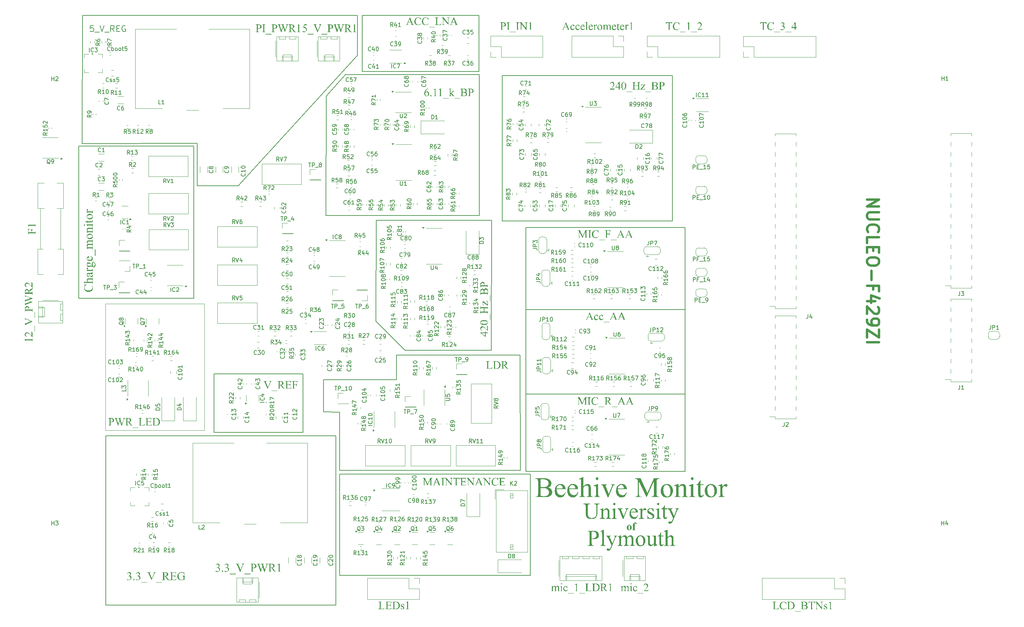
<source format=gbr>
%TF.GenerationSoftware,KiCad,Pcbnew,8.0.8*%
%TF.CreationDate,2025-03-13T09:52:43+00:00*%
%TF.ProjectId,Beehive_Monitor_main_PCB,42656568-6976-4655-9f4d-6f6e69746f72,rev?*%
%TF.SameCoordinates,Original*%
%TF.FileFunction,Legend,Top*%
%TF.FilePolarity,Positive*%
%FSLAX46Y46*%
G04 Gerber Fmt 4.6, Leading zero omitted, Abs format (unit mm)*
G04 Created by KiCad (PCBNEW 8.0.8) date 2025-03-13 09:52:43*
%MOMM*%
%LPD*%
G01*
G04 APERTURE LIST*
%ADD10C,0.200000*%
%ADD11C,0.100000*%
%ADD12C,0.600000*%
%ADD13C,0.500000*%
%ADD14C,0.400000*%
%ADD15C,0.150000*%
%ADD16C,0.120000*%
G04 APERTURE END LIST*
D10*
X138100000Y-51490000D02*
X166970000Y-51490000D01*
X166970000Y-65360000D01*
X138100000Y-65360000D01*
X138100000Y-51490000D01*
X178520000Y-103990000D02*
X217920000Y-103990000D01*
X217920000Y-164370000D01*
X178520000Y-164370000D01*
X178520000Y-103990000D01*
D11*
X74560000Y-122850000D02*
X99070000Y-122850000D01*
X99070000Y-154170000D01*
X74560000Y-154170000D01*
X74560000Y-122850000D01*
D10*
X101390000Y-140240000D02*
X123470000Y-140240000D01*
X123470000Y-154720000D01*
X101390000Y-154720000D01*
X101390000Y-140240000D01*
X170020000Y-134370000D02*
X148700000Y-134380000D01*
X141450000Y-127160000D01*
X141520000Y-102230000D01*
X170080000Y-102220000D01*
X170020000Y-134370000D01*
X74660000Y-155550000D02*
X131540000Y-155550000D01*
X131540000Y-197500000D01*
X74660000Y-197500000D01*
X74660000Y-155550000D01*
X132500000Y-165070000D02*
X179700000Y-165070000D01*
X179700000Y-190120000D01*
X132500000Y-190120000D01*
X132500000Y-165070000D01*
X217980000Y-124340000D02*
X178580000Y-124340000D01*
X167070000Y-101020000D02*
X129150000Y-101030000D01*
X129210000Y-71480000D01*
X133920000Y-66160000D01*
X167070000Y-66160000D01*
X167070000Y-101020000D01*
X172720000Y-66370000D02*
X214830000Y-66370000D01*
X214830000Y-102400000D01*
X172720000Y-102400000D01*
X172720000Y-66370000D01*
X177180000Y-164090000D02*
X132470000Y-164080000D01*
X132470000Y-149710000D01*
X128540000Y-149670000D01*
X128530000Y-141660000D01*
X146560000Y-141660000D01*
X146560000Y-135550000D01*
X172350000Y-135550000D01*
X177150000Y-135550000D01*
X177180000Y-164090000D01*
X136910830Y-61410002D02*
X107450000Y-93630000D01*
X97239002Y-93630951D01*
X97239002Y-83210951D01*
X68809002Y-83220951D01*
X68879002Y-51520951D01*
X136900000Y-51490000D01*
X136910830Y-61410002D01*
X67950000Y-83870000D02*
X96440000Y-83870000D01*
X96440000Y-121510000D01*
X67950000Y-121510000D01*
X67950000Y-83870000D01*
X217930000Y-145240000D02*
X178580000Y-145250000D01*
G36*
X192410268Y-147880000D02*
G01*
X191690240Y-146301702D01*
X191690240Y-147552226D01*
X191694627Y-147655421D01*
X191716670Y-147750706D01*
X191727365Y-147767159D01*
X191813957Y-147817115D01*
X191888077Y-147825289D01*
X191954023Y-147825289D01*
X191954023Y-147880000D01*
X191305802Y-147880000D01*
X191305802Y-147825289D01*
X191371748Y-147825289D01*
X191472742Y-147807337D01*
X191539298Y-147753482D01*
X191565325Y-147654067D01*
X191569584Y-147551737D01*
X191569584Y-146328569D01*
X191563466Y-146227382D01*
X191541741Y-146149295D01*
X191470910Y-146082372D01*
X191370832Y-146058129D01*
X191305802Y-146055505D01*
X191305802Y-146004214D01*
X191833367Y-146004214D01*
X192508942Y-147472114D01*
X193174260Y-146004214D01*
X193701824Y-146004214D01*
X193701824Y-146058925D01*
X193636856Y-146058925D01*
X193535129Y-146076877D01*
X193468328Y-146130732D01*
X193442301Y-146229765D01*
X193438042Y-146331500D01*
X193438042Y-147552714D01*
X193442544Y-147655689D01*
X193465167Y-147751066D01*
X193476144Y-147767648D01*
X193562736Y-147817183D01*
X193636856Y-147825289D01*
X193701824Y-147825289D01*
X193701824Y-147880000D01*
X192910478Y-147880000D01*
X192910478Y-147825289D01*
X192976423Y-147825289D01*
X193077906Y-147807337D01*
X193143974Y-147753482D01*
X193170001Y-147654258D01*
X193174260Y-147552226D01*
X193174260Y-146301702D01*
X192455697Y-147880000D01*
X192410268Y-147880000D01*
G37*
G36*
X194616758Y-147825289D02*
G01*
X194616758Y-147880000D01*
X193818084Y-147880000D01*
X193818084Y-147825289D01*
X193884030Y-147825289D01*
X193983925Y-147808436D01*
X194052069Y-147757878D01*
X194079396Y-147661758D01*
X194084765Y-147555798D01*
X194084797Y-147545387D01*
X194084797Y-146338827D01*
X194081895Y-146239293D01*
X194067212Y-146151249D01*
X194010547Y-146092142D01*
X193916667Y-146061001D01*
X193884030Y-146058925D01*
X193818084Y-146058925D01*
X193818084Y-146004214D01*
X194616758Y-146004214D01*
X194616758Y-146058925D01*
X194549347Y-146058925D01*
X194450551Y-146075778D01*
X194382774Y-146126336D01*
X194354223Y-146222456D01*
X194348613Y-146328416D01*
X194348580Y-146338827D01*
X194348580Y-147545387D01*
X194351562Y-147644921D01*
X194366653Y-147732965D01*
X194424295Y-147792072D01*
X194520823Y-147823700D01*
X194549347Y-147825289D01*
X194616758Y-147825289D01*
G37*
G36*
X196374330Y-145972951D02*
G01*
X196416828Y-146598213D01*
X196374330Y-146598213D01*
X196339731Y-146497732D01*
X196300049Y-146408413D01*
X196247329Y-146318317D01*
X196178605Y-146233954D01*
X196131064Y-146191304D01*
X196048204Y-146136808D01*
X195957407Y-146097882D01*
X195858672Y-146074526D01*
X195751999Y-146066741D01*
X195650406Y-146074198D01*
X195554454Y-146096571D01*
X195464144Y-146133858D01*
X195416409Y-146161018D01*
X195337352Y-146222662D01*
X195268341Y-146302080D01*
X195215432Y-146387596D01*
X195180959Y-146460949D01*
X195147460Y-146555737D01*
X195122188Y-146660155D01*
X195107076Y-146757322D01*
X195098008Y-146861564D01*
X195094986Y-146972882D01*
X195098866Y-147080169D01*
X195110507Y-147181051D01*
X195133313Y-147288502D01*
X195166255Y-147387589D01*
X195176074Y-147411053D01*
X195221717Y-147498248D01*
X195285254Y-147583496D01*
X195361697Y-147655143D01*
X195419829Y-147695352D01*
X195515196Y-147743051D01*
X195617751Y-147775139D01*
X195714945Y-147790557D01*
X195791566Y-147794026D01*
X195890382Y-147787960D01*
X195992200Y-147766989D01*
X196085623Y-147731040D01*
X196112013Y-147717334D01*
X196201390Y-147654260D01*
X196276739Y-147582437D01*
X196345475Y-147504015D01*
X196406474Y-147425224D01*
X196416828Y-147411053D01*
X196459326Y-147438408D01*
X196405104Y-147525746D01*
X196337678Y-147615963D01*
X196265764Y-147693604D01*
X196189362Y-147758669D01*
X196132041Y-147797445D01*
X196034344Y-147847240D01*
X195941646Y-147879140D01*
X195842216Y-147900148D01*
X195736054Y-147910262D01*
X195688496Y-147911263D01*
X195576098Y-147905920D01*
X195470204Y-147889891D01*
X195370812Y-147863177D01*
X195277924Y-147825778D01*
X195191538Y-147777692D01*
X195111655Y-147718921D01*
X195038276Y-147649465D01*
X194971399Y-147569323D01*
X194916797Y-147487737D01*
X194863491Y-147384010D01*
X194823512Y-147273929D01*
X194800375Y-147177341D01*
X194786494Y-147076341D01*
X194781866Y-146970928D01*
X194786263Y-146868460D01*
X194799452Y-146769153D01*
X194821434Y-146673005D01*
X194852208Y-146580017D01*
X194891776Y-146490189D01*
X194906919Y-146460949D01*
X194966117Y-146364247D01*
X195034291Y-146277597D01*
X195111442Y-146200997D01*
X195197568Y-146134449D01*
X195250813Y-146100935D01*
X195348710Y-146051066D01*
X195450487Y-146013446D01*
X195556144Y-145988074D01*
X195665682Y-145974951D01*
X195730017Y-145972951D01*
X195830554Y-145978935D01*
X195930418Y-145996887D01*
X196029611Y-146026807D01*
X196128133Y-146068695D01*
X196210687Y-146098004D01*
X196275167Y-146072602D01*
X196322950Y-145984701D01*
X196325970Y-145972951D01*
X196374330Y-145972951D01*
G37*
G36*
X197978028Y-148473998D02*
G01*
X196522829Y-148473998D01*
X196522829Y-148356762D01*
X197978028Y-148356762D01*
X197978028Y-148473998D01*
G37*
G36*
X198777880Y-146005743D02*
G01*
X198887364Y-146011390D01*
X198994228Y-146022938D01*
X199091167Y-146042425D01*
X199109361Y-146047690D01*
X199201338Y-146085844D01*
X199283155Y-146141198D01*
X199348719Y-146206448D01*
X199404620Y-146291351D01*
X199437316Y-146386874D01*
X199446905Y-146482930D01*
X199435981Y-146585656D01*
X199403208Y-146679508D01*
X199348587Y-146764487D01*
X199335041Y-146780418D01*
X199253106Y-146851983D01*
X199158807Y-146904074D01*
X199058637Y-146940581D01*
X198988217Y-146958715D01*
X199372655Y-147499958D01*
X199436280Y-147585229D01*
X199502312Y-147662548D01*
X199575041Y-147730286D01*
X199599312Y-147747620D01*
X199693359Y-147792540D01*
X199791682Y-147817498D01*
X199846974Y-147825289D01*
X199846974Y-147880000D01*
X199349208Y-147880000D01*
X198718573Y-146994375D01*
X198619126Y-146996758D01*
X198604755Y-146996817D01*
X198566165Y-146996329D01*
X198523667Y-146994375D01*
X198523667Y-147542456D01*
X198527435Y-147640725D01*
X198547220Y-147738757D01*
X198562257Y-147764228D01*
X198647818Y-147816702D01*
X198718573Y-147825289D01*
X198791845Y-147825289D01*
X198791845Y-147880000D01*
X197993171Y-147880000D01*
X197993171Y-147825289D01*
X198063513Y-147825289D01*
X198164874Y-147805994D01*
X198232529Y-147748108D01*
X198257297Y-147648999D01*
X198261350Y-147545387D01*
X198261350Y-146338827D01*
X198256790Y-146233349D01*
X198234089Y-146137083D01*
X198523667Y-146137083D01*
X198523667Y-146909378D01*
X198569096Y-146910355D01*
X198600847Y-146910844D01*
X198711056Y-146905304D01*
X198808736Y-146888685D01*
X198905029Y-146856124D01*
X198993798Y-146802195D01*
X199002383Y-146795073D01*
X199073738Y-146716514D01*
X199118665Y-146625553D01*
X199137165Y-146522189D01*
X199137693Y-146500027D01*
X199127008Y-146397121D01*
X199090570Y-146298690D01*
X199028272Y-146215729D01*
X198945012Y-146153153D01*
X198845012Y-146116553D01*
X198739577Y-146105819D01*
X198638986Y-146114643D01*
X198540481Y-146133297D01*
X198523667Y-146137083D01*
X198234089Y-146137083D01*
X198233877Y-146136186D01*
X198222760Y-146119497D01*
X198135366Y-146067443D01*
X198063513Y-146058925D01*
X197993171Y-146058925D01*
X197993171Y-146004214D01*
X198672166Y-146004214D01*
X198777880Y-146005743D01*
G37*
G36*
X201243067Y-148473998D02*
G01*
X199787868Y-148473998D01*
X199787868Y-148356762D01*
X201243067Y-148356762D01*
X201243067Y-148473998D01*
G37*
G36*
X202890729Y-147520474D02*
G01*
X202933572Y-147615082D01*
X202982892Y-147702588D01*
X203032878Y-147762763D01*
X203120634Y-147809955D01*
X203210687Y-147825289D01*
X203210687Y-147880000D01*
X202475516Y-147880000D01*
X202475516Y-147825289D01*
X202573448Y-147812411D01*
X202625970Y-147789141D01*
X202665048Y-147713426D01*
X202643677Y-147612218D01*
X202610338Y-147525847D01*
X202497498Y-147262554D01*
X201776493Y-147262554D01*
X201649975Y-147551249D01*
X201614804Y-147644305D01*
X201603081Y-147710495D01*
X201643625Y-147784256D01*
X201737441Y-147816253D01*
X201818991Y-147825289D01*
X201818991Y-147880000D01*
X201232320Y-147880000D01*
X201232320Y-147825289D01*
X201328429Y-147801598D01*
X201383262Y-147771556D01*
X201447616Y-147688194D01*
X201497018Y-147596708D01*
X201538600Y-147504354D01*
X201685601Y-147160949D01*
X201818991Y-147160949D01*
X202459396Y-147160949D01*
X202143346Y-146400376D01*
X201818991Y-147160949D01*
X201685601Y-147160949D01*
X202194148Y-145972951D01*
X202242020Y-145972951D01*
X202890729Y-147520474D01*
G37*
G36*
X204911106Y-147520474D02*
G01*
X204953949Y-147615082D01*
X205003269Y-147702588D01*
X205053255Y-147762763D01*
X205141011Y-147809955D01*
X205231064Y-147825289D01*
X205231064Y-147880000D01*
X204495893Y-147880000D01*
X204495893Y-147825289D01*
X204593825Y-147812411D01*
X204646346Y-147789141D01*
X204685425Y-147713426D01*
X204664054Y-147612218D01*
X204630715Y-147525847D01*
X204517875Y-147262554D01*
X203796870Y-147262554D01*
X203670352Y-147551249D01*
X203635181Y-147644305D01*
X203623457Y-147710495D01*
X203664002Y-147784256D01*
X203757818Y-147816253D01*
X203839368Y-147825289D01*
X203839368Y-147880000D01*
X203252697Y-147880000D01*
X203252697Y-147825289D01*
X203348806Y-147801598D01*
X203403639Y-147771556D01*
X203467993Y-147688194D01*
X203517395Y-147596708D01*
X203558977Y-147504354D01*
X203705978Y-147160949D01*
X203839368Y-147160949D01*
X204479773Y-147160949D01*
X204163723Y-146400376D01*
X203839368Y-147160949D01*
X203705978Y-147160949D01*
X204214525Y-145972951D01*
X204262397Y-145972951D01*
X204911106Y-147520474D01*
G37*
G36*
X115677418Y-142024214D02*
G01*
X115677418Y-142078925D01*
X115581556Y-142107759D01*
X115527941Y-142141939D01*
X115463248Y-142220808D01*
X115412910Y-142314512D01*
X115398492Y-142348080D01*
X114748806Y-143931263D01*
X114698004Y-143931263D01*
X113999958Y-142327076D01*
X113959352Y-142237597D01*
X113924731Y-142176133D01*
X113849031Y-142114351D01*
X113839734Y-142109699D01*
X113745212Y-142083413D01*
X113704912Y-142078925D01*
X113704912Y-142024214D01*
X114465973Y-142024214D01*
X114465973Y-142078925D01*
X114364579Y-142094667D01*
X114297934Y-142122889D01*
X114259832Y-142203489D01*
X114279770Y-142305086D01*
X114315216Y-142399608D01*
X114322847Y-142417445D01*
X114797166Y-143507745D01*
X115236803Y-142431123D01*
X115273514Y-142333406D01*
X115299017Y-142236992D01*
X115301284Y-142210327D01*
X115261228Y-142134612D01*
X115170827Y-142091748D01*
X115126894Y-142082833D01*
X115103447Y-142078925D01*
X115103447Y-142024214D01*
X115677418Y-142024214D01*
G37*
G36*
X117132128Y-144493998D02*
G01*
X115676929Y-144493998D01*
X115676929Y-144376762D01*
X117132128Y-144376762D01*
X117132128Y-144493998D01*
G37*
G36*
X117931979Y-142025743D02*
G01*
X118041464Y-142031390D01*
X118148327Y-142042938D01*
X118245267Y-142062425D01*
X118263461Y-142067690D01*
X118355437Y-142105844D01*
X118437255Y-142161198D01*
X118502819Y-142226448D01*
X118558719Y-142311351D01*
X118591416Y-142406874D01*
X118601004Y-142502930D01*
X118590080Y-142605656D01*
X118557308Y-142699508D01*
X118502687Y-142784487D01*
X118489141Y-142800418D01*
X118407205Y-142871983D01*
X118312907Y-142924074D01*
X118212736Y-142960581D01*
X118142316Y-142978715D01*
X118526755Y-143519958D01*
X118590380Y-143605229D01*
X118656411Y-143682548D01*
X118729140Y-143750286D01*
X118753412Y-143767620D01*
X118847459Y-143812540D01*
X118945782Y-143837498D01*
X119001074Y-143845289D01*
X119001074Y-143900000D01*
X118503307Y-143900000D01*
X117872672Y-143014375D01*
X117773226Y-143016758D01*
X117758855Y-143016817D01*
X117720265Y-143016329D01*
X117677766Y-143014375D01*
X117677766Y-143562456D01*
X117681535Y-143660725D01*
X117701320Y-143758757D01*
X117716357Y-143784228D01*
X117801918Y-143836702D01*
X117872672Y-143845289D01*
X117945945Y-143845289D01*
X117945945Y-143900000D01*
X117147271Y-143900000D01*
X117147271Y-143845289D01*
X117217613Y-143845289D01*
X117318974Y-143825994D01*
X117386629Y-143768108D01*
X117411397Y-143668999D01*
X117415450Y-143565387D01*
X117415450Y-142358827D01*
X117410890Y-142253349D01*
X117388189Y-142157083D01*
X117677766Y-142157083D01*
X117677766Y-142929378D01*
X117723196Y-142930355D01*
X117754947Y-142930844D01*
X117865156Y-142925304D01*
X117962836Y-142908685D01*
X118059129Y-142876124D01*
X118147898Y-142822195D01*
X118156482Y-142815073D01*
X118227838Y-142736514D01*
X118272765Y-142645553D01*
X118291264Y-142542189D01*
X118291793Y-142520027D01*
X118281107Y-142417121D01*
X118244669Y-142318690D01*
X118182372Y-142235729D01*
X118099112Y-142173153D01*
X117999112Y-142136553D01*
X117893677Y-142125819D01*
X117793085Y-142134643D01*
X117694581Y-142153297D01*
X117677766Y-142157083D01*
X117388189Y-142157083D01*
X117387977Y-142156186D01*
X117376859Y-142139497D01*
X117289466Y-142087443D01*
X117217613Y-142078925D01*
X117147271Y-142078925D01*
X117147271Y-142024214D01*
X117826266Y-142024214D01*
X117931979Y-142025743D01*
G37*
G36*
X119553551Y-142125819D02*
G01*
X119553551Y-142868318D01*
X119962903Y-142868318D01*
X120067500Y-142861311D01*
X120160800Y-142830170D01*
X120175882Y-142818492D01*
X120228898Y-142734772D01*
X120251372Y-142636266D01*
X120255505Y-142586950D01*
X120306308Y-142586950D01*
X120306308Y-143243475D01*
X120255505Y-143243475D01*
X120238742Y-143144686D01*
X120216915Y-143071528D01*
X120146168Y-143002496D01*
X120135826Y-142997278D01*
X120036009Y-142973155D01*
X119962903Y-142969923D01*
X119553551Y-142969923D01*
X119553551Y-143588346D01*
X119556238Y-143688241D01*
X119564298Y-143739776D01*
X119602889Y-143782763D01*
X119702649Y-143798379D01*
X119707424Y-143798394D01*
X120023475Y-143798394D01*
X120121732Y-143795797D01*
X120222790Y-143783883D01*
X120252575Y-143776413D01*
X120340044Y-143732144D01*
X120390327Y-143689462D01*
X120454693Y-143612823D01*
X120509276Y-143530382D01*
X120559134Y-143441746D01*
X120564717Y-143431053D01*
X120619427Y-143431053D01*
X120458715Y-143900000D01*
X119023056Y-143900000D01*
X119023056Y-143845289D01*
X119089002Y-143845289D01*
X119187867Y-143825909D01*
X119214054Y-143813538D01*
X119273649Y-143747592D01*
X119287864Y-143649698D01*
X119289769Y-143566852D01*
X119289769Y-142352965D01*
X119286287Y-142255192D01*
X119268004Y-142158621D01*
X119254110Y-142134124D01*
X119166259Y-142086687D01*
X119089002Y-142078925D01*
X119023056Y-142078925D01*
X119023056Y-142024214D01*
X120458715Y-142024214D01*
X120479232Y-142430635D01*
X120425987Y-142430635D01*
X120403478Y-142333937D01*
X120368534Y-142240928D01*
X120361995Y-142229867D01*
X120290554Y-142162364D01*
X120258436Y-142146336D01*
X120156808Y-142128705D01*
X120064508Y-142125819D01*
X119553551Y-142125819D01*
G37*
G36*
X121250551Y-142125819D02*
G01*
X121250551Y-142868318D01*
X121590048Y-142868318D01*
X121691165Y-142855739D01*
X121761018Y-142818004D01*
X121810581Y-142730025D01*
X121832149Y-142627458D01*
X121833314Y-142618213D01*
X121884117Y-142618213D01*
X121884117Y-143243475D01*
X121833314Y-143243475D01*
X121824588Y-143145559D01*
X121804982Y-143086182D01*
X121736575Y-143014169D01*
X121730732Y-143010956D01*
X121633829Y-142987142D01*
X121590048Y-142985554D01*
X121250551Y-142985554D01*
X121250551Y-143567829D01*
X121253534Y-143666414D01*
X121268625Y-143753942D01*
X121326266Y-143812561D01*
X121420147Y-143843244D01*
X121452784Y-143845289D01*
X121520195Y-143845289D01*
X121520195Y-143900000D01*
X120720544Y-143900000D01*
X120720544Y-143845289D01*
X120786489Y-143845289D01*
X120886018Y-143828436D01*
X120954040Y-143777878D01*
X120981367Y-143681758D01*
X120986737Y-143575798D01*
X120986769Y-143565387D01*
X120986769Y-142358827D01*
X120983866Y-142259293D01*
X120969183Y-142171249D01*
X120913007Y-142112142D01*
X120819676Y-142081001D01*
X120786489Y-142078925D01*
X120720544Y-142078925D01*
X120720544Y-142024214D01*
X122106866Y-142024214D01*
X122124452Y-142430635D01*
X122076580Y-142430635D01*
X122045672Y-142336825D01*
X121999415Y-142248454D01*
X121993538Y-142240614D01*
X121917996Y-142173258D01*
X121876789Y-142153175D01*
X121781445Y-142131830D01*
X121679325Y-142125926D01*
X121661367Y-142125819D01*
X121250551Y-142125819D01*
G37*
G36*
X76093657Y-151166692D02*
G01*
X76200490Y-151175592D01*
X76304840Y-151193340D01*
X76383517Y-151215994D01*
X76477498Y-151259684D01*
X76560627Y-151320228D01*
X76626782Y-151389895D01*
X76683239Y-151479557D01*
X76716261Y-151579956D01*
X76725945Y-151680544D01*
X76716542Y-151789537D01*
X76688332Y-151887906D01*
X76641315Y-151975650D01*
X76575491Y-152052770D01*
X76492510Y-152115388D01*
X76394019Y-152160115D01*
X76295117Y-152184575D01*
X76184340Y-152195337D01*
X76150509Y-152195896D01*
X76052508Y-152191279D01*
X76004452Y-152186127D01*
X75907679Y-152171253D01*
X75836901Y-152157306D01*
X75836901Y-152703921D01*
X75840670Y-152801628D01*
X75860455Y-152898994D01*
X75875491Y-152924228D01*
X75961625Y-152976702D01*
X76033272Y-152985289D01*
X76105080Y-152985289D01*
X76105080Y-153040000D01*
X75306894Y-153040000D01*
X75306894Y-152985289D01*
X75376748Y-152985289D01*
X75478108Y-152965994D01*
X75545764Y-152908108D01*
X75569272Y-152808999D01*
X75573119Y-152705387D01*
X75573119Y-151498827D01*
X75568732Y-151393349D01*
X75547447Y-151299525D01*
X75836901Y-151299525D01*
X75836901Y-152074752D01*
X75936735Y-152091421D01*
X75965861Y-152095268D01*
X76062581Y-152102107D01*
X76164064Y-152086582D01*
X76254556Y-152040008D01*
X76308778Y-151991709D01*
X76368016Y-151907798D01*
X76402665Y-151808533D01*
X76412826Y-151704968D01*
X76403289Y-151602667D01*
X76374678Y-151506910D01*
X76363000Y-151480753D01*
X76307623Y-151394801D01*
X76228443Y-151328672D01*
X76222805Y-151325415D01*
X76126207Y-151286580D01*
X76024333Y-151273686D01*
X76017152Y-151273635D01*
X75919672Y-151282762D01*
X75836901Y-151299525D01*
X75547447Y-151299525D01*
X75546689Y-151296186D01*
X75535994Y-151279497D01*
X75448830Y-151227443D01*
X75376748Y-151218925D01*
X75306894Y-151218925D01*
X75306894Y-151164214D01*
X75989309Y-151164214D01*
X76093657Y-151166692D01*
G37*
G36*
X79451207Y-151164214D02*
G01*
X79451207Y-151218925D01*
X79354177Y-151235025D01*
X79332993Y-151245303D01*
X79262073Y-151317364D01*
X79246531Y-151342512D01*
X79205315Y-151438562D01*
X79170389Y-151538803D01*
X79159581Y-151571612D01*
X78640321Y-153071263D01*
X78585610Y-153071263D01*
X78161116Y-151879357D01*
X77739064Y-153071263D01*
X77689727Y-153071263D01*
X77136273Y-151526182D01*
X77101936Y-151431939D01*
X77065452Y-151338699D01*
X77057627Y-151321995D01*
X76991597Y-151249325D01*
X76982889Y-151244326D01*
X76883640Y-151219818D01*
X76854417Y-151218925D01*
X76854417Y-151164214D01*
X77544159Y-151164214D01*
X77544159Y-151218925D01*
X77510942Y-151218925D01*
X77415240Y-151240853D01*
X77399567Y-151252142D01*
X77361465Y-151331277D01*
X77382819Y-151432210D01*
X77414702Y-151530945D01*
X77422037Y-151552072D01*
X77788401Y-152595478D01*
X78097613Y-151705945D01*
X78042903Y-151550607D01*
X77998939Y-151426043D01*
X77953976Y-151336765D01*
X77934459Y-151306364D01*
X77890495Y-151262400D01*
X77821618Y-151227229D01*
X77739064Y-151218925D01*
X77739064Y-151164214D01*
X78464466Y-151164214D01*
X78464466Y-151218925D01*
X78415129Y-151218925D01*
X78317120Y-151240853D01*
X78302288Y-151252142D01*
X78266629Y-151341046D01*
X78284138Y-151444631D01*
X78314127Y-151542951D01*
X78328667Y-151584801D01*
X78685750Y-152595478D01*
X79040390Y-151571123D01*
X79072075Y-151475086D01*
X79096719Y-151374935D01*
X79100474Y-151335673D01*
X79080446Y-151276566D01*
X79030621Y-151237976D01*
X78929870Y-151219836D01*
X78894822Y-151218925D01*
X78894822Y-151164214D01*
X79451207Y-151164214D01*
G37*
G36*
X80291603Y-151165743D02*
G01*
X80401087Y-151171390D01*
X80507951Y-151182938D01*
X80604890Y-151202425D01*
X80623084Y-151207690D01*
X80715060Y-151245844D01*
X80796878Y-151301198D01*
X80862442Y-151366448D01*
X80918343Y-151451351D01*
X80951039Y-151546874D01*
X80960628Y-151642930D01*
X80949703Y-151745656D01*
X80916931Y-151839508D01*
X80862310Y-151924487D01*
X80848764Y-151940418D01*
X80766828Y-152011983D01*
X80672530Y-152064074D01*
X80572360Y-152100581D01*
X80501939Y-152118715D01*
X80886378Y-152659958D01*
X80950003Y-152745229D01*
X81016034Y-152822548D01*
X81088763Y-152890286D01*
X81113035Y-152907620D01*
X81207082Y-152952540D01*
X81305405Y-152977498D01*
X81360697Y-152985289D01*
X81360697Y-153040000D01*
X80862930Y-153040000D01*
X80232295Y-152154375D01*
X80132849Y-152156758D01*
X80118478Y-152156817D01*
X80079888Y-152156329D01*
X80037390Y-152154375D01*
X80037390Y-152702456D01*
X80041158Y-152800725D01*
X80060943Y-152898757D01*
X80075980Y-152924228D01*
X80161541Y-152976702D01*
X80232295Y-152985289D01*
X80305568Y-152985289D01*
X80305568Y-153040000D01*
X79506894Y-153040000D01*
X79506894Y-152985289D01*
X79577236Y-152985289D01*
X79678597Y-152965994D01*
X79746252Y-152908108D01*
X79771020Y-152808999D01*
X79775073Y-152705387D01*
X79775073Y-151498827D01*
X79770513Y-151393349D01*
X79747812Y-151297083D01*
X80037390Y-151297083D01*
X80037390Y-152069378D01*
X80082819Y-152070355D01*
X80114570Y-152070844D01*
X80224779Y-152065304D01*
X80322459Y-152048685D01*
X80418752Y-152016124D01*
X80507521Y-151962195D01*
X80516106Y-151955073D01*
X80587461Y-151876514D01*
X80632388Y-151785553D01*
X80650888Y-151682189D01*
X80651416Y-151660027D01*
X80640730Y-151557121D01*
X80604293Y-151458690D01*
X80541995Y-151375729D01*
X80458735Y-151313153D01*
X80358735Y-151276553D01*
X80253300Y-151265819D01*
X80152708Y-151274643D01*
X80054204Y-151293297D01*
X80037390Y-151297083D01*
X79747812Y-151297083D01*
X79747600Y-151296186D01*
X79736482Y-151279497D01*
X79649089Y-151227443D01*
X79577236Y-151218925D01*
X79506894Y-151218925D01*
X79506894Y-151164214D01*
X80185889Y-151164214D01*
X80291603Y-151165743D01*
G37*
G36*
X82756789Y-153633998D02*
G01*
X81301591Y-153633998D01*
X81301591Y-153516762D01*
X82756789Y-153516762D01*
X82756789Y-153633998D01*
G37*
G36*
X84337041Y-152508527D02*
G01*
X84382470Y-152518297D01*
X84222735Y-153040000D01*
X82780237Y-153040000D01*
X82780237Y-152985289D01*
X82850579Y-152985289D01*
X82951939Y-152965994D01*
X83019595Y-152908108D01*
X83044363Y-152807931D01*
X83048415Y-152704410D01*
X83048415Y-151498827D01*
X83043855Y-151393790D01*
X83020942Y-151296444D01*
X83009825Y-151279497D01*
X82922432Y-151227443D01*
X82850579Y-151218925D01*
X82780237Y-151218925D01*
X82780237Y-151164214D01*
X83623852Y-151164214D01*
X83623852Y-151218925D01*
X83524979Y-151222153D01*
X83427712Y-151241544D01*
X83415757Y-151246769D01*
X83340263Y-151309173D01*
X83334180Y-151320041D01*
X83315289Y-151423081D01*
X83312219Y-151520746D01*
X83312198Y-151531067D01*
X83312198Y-152708806D01*
X83318402Y-152810128D01*
X83334180Y-152866099D01*
X83384982Y-152909085D01*
X83484778Y-152920840D01*
X83588304Y-152922750D01*
X83599427Y-152922763D01*
X83735226Y-152922763D01*
X83834450Y-152920717D01*
X83935982Y-152912407D01*
X84036133Y-152890034D01*
X84123726Y-152840541D01*
X84193914Y-152773286D01*
X84252177Y-152689058D01*
X84301351Y-152592852D01*
X84337041Y-152508527D01*
G37*
G36*
X85021898Y-151265819D02*
G01*
X85021898Y-152008318D01*
X85431249Y-152008318D01*
X85535846Y-152001311D01*
X85629146Y-151970170D01*
X85644228Y-151958492D01*
X85697244Y-151874772D01*
X85719718Y-151776266D01*
X85723852Y-151726950D01*
X85774654Y-151726950D01*
X85774654Y-152383475D01*
X85723852Y-152383475D01*
X85707088Y-152284686D01*
X85685261Y-152211528D01*
X85614514Y-152142496D01*
X85604173Y-152137278D01*
X85504355Y-152113155D01*
X85431249Y-152109923D01*
X85021898Y-152109923D01*
X85021898Y-152728346D01*
X85024584Y-152828241D01*
X85032644Y-152879776D01*
X85071235Y-152922763D01*
X85170995Y-152938379D01*
X85175771Y-152938394D01*
X85491821Y-152938394D01*
X85590079Y-152935797D01*
X85691136Y-152923883D01*
X85720921Y-152916413D01*
X85808390Y-152872144D01*
X85858674Y-152829462D01*
X85923039Y-152752823D01*
X85977622Y-152670382D01*
X86027480Y-152581746D01*
X86033063Y-152571053D01*
X86087773Y-152571053D01*
X85927062Y-153040000D01*
X84491402Y-153040000D01*
X84491402Y-152985289D01*
X84557348Y-152985289D01*
X84656214Y-152965909D01*
X84682400Y-152953538D01*
X84741995Y-152887592D01*
X84756211Y-152789698D01*
X84758115Y-152706852D01*
X84758115Y-151492965D01*
X84754633Y-151395192D01*
X84736351Y-151298621D01*
X84722456Y-151274124D01*
X84634605Y-151226687D01*
X84557348Y-151218925D01*
X84491402Y-151218925D01*
X84491402Y-151164214D01*
X85927062Y-151164214D01*
X85947578Y-151570635D01*
X85894333Y-151570635D01*
X85871825Y-151473937D01*
X85836880Y-151380928D01*
X85830341Y-151369867D01*
X85758900Y-151302364D01*
X85726782Y-151286336D01*
X85625155Y-151268705D01*
X85532854Y-151265819D01*
X85021898Y-151265819D01*
G37*
G36*
X87051243Y-151165710D02*
G01*
X87169078Y-151171788D01*
X87277158Y-151182540D01*
X87375482Y-151197968D01*
X87480594Y-151222651D01*
X87585471Y-151259958D01*
X87676696Y-151307732D01*
X87759740Y-151367709D01*
X87834603Y-151439887D01*
X87901284Y-151524267D01*
X87935715Y-151577962D01*
X87987296Y-151678711D01*
X88021425Y-151770313D01*
X88046247Y-151866758D01*
X88061760Y-151968047D01*
X88067965Y-152074178D01*
X88068094Y-152092337D01*
X88062334Y-152211616D01*
X88045054Y-152324597D01*
X88016252Y-152431281D01*
X87975931Y-152531669D01*
X87924089Y-152625760D01*
X87860727Y-152713554D01*
X87832156Y-152746908D01*
X87761509Y-152815601D01*
X87682191Y-152875136D01*
X87594202Y-152925511D01*
X87497543Y-152966727D01*
X87392213Y-152998784D01*
X87278213Y-153021681D01*
X87155542Y-153035420D01*
X87057849Y-153039713D01*
X87024200Y-153040000D01*
X86191332Y-153040000D01*
X86191332Y-152985289D01*
X86261674Y-152985289D01*
X86362669Y-152966360D01*
X86429225Y-152909574D01*
X86455252Y-152808518D01*
X86459511Y-152705387D01*
X86459511Y-151498827D01*
X86454951Y-151393790D01*
X86434028Y-151304898D01*
X86723293Y-151304898D01*
X86723293Y-152907131D01*
X86826801Y-152927739D01*
X86927986Y-152941593D01*
X87015896Y-152946210D01*
X87131518Y-152938259D01*
X87239516Y-152914405D01*
X87339888Y-152874649D01*
X87432636Y-152818990D01*
X87517758Y-152747429D01*
X87544438Y-152720041D01*
X87615988Y-152629395D01*
X87672734Y-152527448D01*
X87708714Y-152433861D01*
X87734415Y-152332426D01*
X87749835Y-152223144D01*
X87754975Y-152106015D01*
X87749835Y-151988089D01*
X87734415Y-151878249D01*
X87708714Y-151776495D01*
X87672734Y-151682826D01*
X87615988Y-151581097D01*
X87544438Y-151491011D01*
X87461462Y-151414481D01*
X87370071Y-151353785D01*
X87270266Y-151308923D01*
X87162045Y-151279894D01*
X87045410Y-151266699D01*
X87004661Y-151265819D01*
X86898603Y-151272269D01*
X86800047Y-151287801D01*
X86723293Y-151304898D01*
X86434028Y-151304898D01*
X86432038Y-151296444D01*
X86420921Y-151279497D01*
X86333528Y-151227443D01*
X86261674Y-151218925D01*
X86191332Y-151218925D01*
X86191332Y-151164214D01*
X86949951Y-151164214D01*
X87051243Y-151165710D01*
G37*
G36*
X150550390Y-53520474D02*
G01*
X150593233Y-53615082D01*
X150642554Y-53702588D01*
X150692540Y-53762763D01*
X150780295Y-53809955D01*
X150870348Y-53825289D01*
X150870348Y-53880000D01*
X150135177Y-53880000D01*
X150135177Y-53825289D01*
X150233109Y-53812411D01*
X150285631Y-53789141D01*
X150324710Y-53713426D01*
X150303339Y-53612218D01*
X150270000Y-53525847D01*
X150157159Y-53262554D01*
X149436154Y-53262554D01*
X149309637Y-53551249D01*
X149274466Y-53644305D01*
X149262742Y-53710495D01*
X149303286Y-53784256D01*
X149397103Y-53816253D01*
X149478653Y-53825289D01*
X149478653Y-53880000D01*
X148891981Y-53880000D01*
X148891981Y-53825289D01*
X148988091Y-53801598D01*
X149042923Y-53771556D01*
X149107278Y-53688194D01*
X149156680Y-53596708D01*
X149198262Y-53504354D01*
X149345263Y-53160949D01*
X149478653Y-53160949D01*
X150119057Y-53160949D01*
X149803007Y-52400376D01*
X149478653Y-53160949D01*
X149345263Y-53160949D01*
X149853810Y-51972951D01*
X149901681Y-51972951D01*
X150550390Y-53520474D01*
G37*
G36*
X152584445Y-51972951D02*
G01*
X152626943Y-52598213D01*
X152584445Y-52598213D01*
X152549846Y-52497732D01*
X152510164Y-52408413D01*
X152457444Y-52318317D01*
X152388720Y-52233954D01*
X152341179Y-52191304D01*
X152258319Y-52136808D01*
X152167522Y-52097882D01*
X152068787Y-52074526D01*
X151962114Y-52066741D01*
X151860521Y-52074198D01*
X151764569Y-52096571D01*
X151674259Y-52133858D01*
X151626524Y-52161018D01*
X151547467Y-52222662D01*
X151478456Y-52302080D01*
X151425547Y-52387596D01*
X151391074Y-52460949D01*
X151357575Y-52555737D01*
X151332303Y-52660155D01*
X151317191Y-52757322D01*
X151308123Y-52861564D01*
X151305101Y-52972882D01*
X151308981Y-53080169D01*
X151320622Y-53181051D01*
X151343428Y-53288502D01*
X151376370Y-53387589D01*
X151386189Y-53411053D01*
X151431832Y-53498248D01*
X151495369Y-53583496D01*
X151571812Y-53655143D01*
X151629944Y-53695352D01*
X151725311Y-53743051D01*
X151827866Y-53775139D01*
X151925060Y-53790557D01*
X152001681Y-53794026D01*
X152100497Y-53787960D01*
X152202315Y-53766989D01*
X152295738Y-53731040D01*
X152322128Y-53717334D01*
X152411506Y-53654260D01*
X152486854Y-53582437D01*
X152555590Y-53504015D01*
X152616589Y-53425224D01*
X152626943Y-53411053D01*
X152669441Y-53438408D01*
X152615219Y-53525746D01*
X152547793Y-53615963D01*
X152475879Y-53693604D01*
X152399477Y-53758669D01*
X152342156Y-53797445D01*
X152244459Y-53847240D01*
X152151761Y-53879140D01*
X152052331Y-53900148D01*
X151946169Y-53910262D01*
X151898611Y-53911263D01*
X151786213Y-53905920D01*
X151680319Y-53889891D01*
X151580927Y-53863177D01*
X151488039Y-53825778D01*
X151401653Y-53777692D01*
X151321770Y-53718921D01*
X151248391Y-53649465D01*
X151181514Y-53569323D01*
X151126912Y-53487737D01*
X151073606Y-53384010D01*
X151033627Y-53273929D01*
X151010490Y-53177341D01*
X150996609Y-53076341D01*
X150991981Y-52970928D01*
X150996378Y-52868460D01*
X151009567Y-52769153D01*
X151031549Y-52673005D01*
X151062323Y-52580017D01*
X151101891Y-52490189D01*
X151117034Y-52460949D01*
X151176232Y-52364247D01*
X151244406Y-52277597D01*
X151321557Y-52200997D01*
X151407683Y-52134449D01*
X151460928Y-52100935D01*
X151558825Y-52051066D01*
X151660602Y-52013446D01*
X151766259Y-51988074D01*
X151875797Y-51974951D01*
X151940132Y-51972951D01*
X152040669Y-51978935D01*
X152140533Y-51996887D01*
X152239726Y-52026807D01*
X152338248Y-52068695D01*
X152420802Y-52098004D01*
X152485282Y-52072602D01*
X152533065Y-51984701D01*
X152536085Y-51972951D01*
X152584445Y-51972951D01*
G37*
G36*
X154450460Y-51972951D02*
G01*
X154492958Y-52598213D01*
X154450460Y-52598213D01*
X154415862Y-52497732D01*
X154376180Y-52408413D01*
X154323460Y-52318317D01*
X154254736Y-52233954D01*
X154207194Y-52191304D01*
X154124335Y-52136808D01*
X154033538Y-52097882D01*
X153934802Y-52074526D01*
X153828129Y-52066741D01*
X153726536Y-52074198D01*
X153630585Y-52096571D01*
X153540274Y-52133858D01*
X153492540Y-52161018D01*
X153413482Y-52222662D01*
X153344471Y-52302080D01*
X153291562Y-52387596D01*
X153257090Y-52460949D01*
X153223590Y-52555737D01*
X153198319Y-52660155D01*
X153183206Y-52757322D01*
X153174139Y-52861564D01*
X153171116Y-52972882D01*
X153174996Y-53080169D01*
X153186637Y-53181051D01*
X153209443Y-53288502D01*
X153242385Y-53387589D01*
X153252205Y-53411053D01*
X153297848Y-53498248D01*
X153361385Y-53583496D01*
X153437827Y-53655143D01*
X153495959Y-53695352D01*
X153591327Y-53743051D01*
X153693882Y-53775139D01*
X153791075Y-53790557D01*
X153867697Y-53794026D01*
X153966512Y-53787960D01*
X154068331Y-53766989D01*
X154161754Y-53731040D01*
X154188143Y-53717334D01*
X154277521Y-53654260D01*
X154352870Y-53582437D01*
X154421605Y-53504015D01*
X154482605Y-53425224D01*
X154492958Y-53411053D01*
X154535457Y-53438408D01*
X154481235Y-53525746D01*
X154413808Y-53615963D01*
X154341894Y-53693604D01*
X154265492Y-53758669D01*
X154208171Y-53797445D01*
X154110474Y-53847240D01*
X154017776Y-53879140D01*
X153918346Y-53900148D01*
X153812185Y-53910262D01*
X153764626Y-53911263D01*
X153652229Y-53905920D01*
X153546334Y-53889891D01*
X153446943Y-53863177D01*
X153354054Y-53825778D01*
X153267668Y-53777692D01*
X153187786Y-53718921D01*
X153114406Y-53649465D01*
X153047529Y-53569323D01*
X152992928Y-53487737D01*
X152939622Y-53384010D01*
X152899642Y-53273929D01*
X152876506Y-53177341D01*
X152862624Y-53076341D01*
X152857997Y-52970928D01*
X152862393Y-52868460D01*
X152875582Y-52769153D01*
X152897564Y-52673005D01*
X152928339Y-52580017D01*
X152967906Y-52490189D01*
X152983049Y-52460949D01*
X153042247Y-52364247D01*
X153110422Y-52277597D01*
X153187572Y-52200997D01*
X153273698Y-52134449D01*
X153326943Y-52100935D01*
X153424840Y-52051066D01*
X153526617Y-52013446D01*
X153632275Y-51988074D01*
X153741812Y-51974951D01*
X153806147Y-51972951D01*
X153906684Y-51978935D01*
X154006549Y-51996887D01*
X154105742Y-52026807D01*
X154204263Y-52068695D01*
X154286817Y-52098004D01*
X154351297Y-52072602D01*
X154399080Y-51984701D01*
X154402100Y-51972951D01*
X154450460Y-51972951D01*
G37*
G36*
X156054159Y-54473998D02*
G01*
X154598960Y-54473998D01*
X154598960Y-54356762D01*
X156054159Y-54356762D01*
X156054159Y-54473998D01*
G37*
G36*
X157634410Y-53348527D02*
G01*
X157679839Y-53358297D01*
X157520104Y-53880000D01*
X156077606Y-53880000D01*
X156077606Y-53825289D01*
X156147948Y-53825289D01*
X156249309Y-53805994D01*
X156316964Y-53748108D01*
X156341732Y-53647931D01*
X156345785Y-53544410D01*
X156345785Y-52338827D01*
X156341225Y-52233790D01*
X156318312Y-52136444D01*
X156307194Y-52119497D01*
X156219801Y-52067443D01*
X156147948Y-52058925D01*
X156077606Y-52058925D01*
X156077606Y-52004214D01*
X156921221Y-52004214D01*
X156921221Y-52058925D01*
X156822348Y-52062153D01*
X156725081Y-52081544D01*
X156713126Y-52086769D01*
X156637632Y-52149173D01*
X156631549Y-52160041D01*
X156612658Y-52263081D01*
X156609588Y-52360746D01*
X156609567Y-52371067D01*
X156609567Y-53548806D01*
X156615771Y-53650128D01*
X156631549Y-53706099D01*
X156682351Y-53749085D01*
X156782147Y-53760840D01*
X156885673Y-53762750D01*
X156896796Y-53762763D01*
X157032595Y-53762763D01*
X157131819Y-53760717D01*
X157233352Y-53752407D01*
X157333503Y-53730034D01*
X157421095Y-53680541D01*
X157491284Y-53613286D01*
X157549546Y-53529058D01*
X157598720Y-53432852D01*
X157634410Y-53348527D01*
G37*
G36*
X157694005Y-52004214D02*
G01*
X158199588Y-52004214D01*
X159338736Y-53411053D01*
X159338736Y-52331988D01*
X159334176Y-52228793D01*
X159311263Y-52133508D01*
X159300146Y-52117055D01*
X159213554Y-52067099D01*
X159139434Y-52058925D01*
X159074954Y-52058925D01*
X159074954Y-52004214D01*
X159723175Y-52004214D01*
X159723175Y-52058925D01*
X159657229Y-52058925D01*
X159556235Y-52076877D01*
X159489678Y-52130732D01*
X159463651Y-52230376D01*
X159459392Y-52332477D01*
X159459392Y-53911263D01*
X159410055Y-53911263D01*
X158182002Y-52399888D01*
X158182002Y-53552226D01*
X158186331Y-53655421D01*
X158208084Y-53750706D01*
X158218639Y-53767159D01*
X158306108Y-53817115D01*
X158379839Y-53825289D01*
X158445785Y-53825289D01*
X158445785Y-53880000D01*
X157797076Y-53880000D01*
X157797076Y-53825289D01*
X157861556Y-53825289D01*
X157958299Y-53809511D01*
X158030572Y-53753482D01*
X158056599Y-53654449D01*
X158060858Y-53552714D01*
X158060858Y-52253342D01*
X157993424Y-52178316D01*
X157937759Y-52127801D01*
X157848732Y-52082864D01*
X157815150Y-52071137D01*
X157713636Y-52059116D01*
X157694005Y-52058925D01*
X157694005Y-52004214D01*
G37*
G36*
X161431898Y-53520474D02*
G01*
X161474741Y-53615082D01*
X161524061Y-53702588D01*
X161574047Y-53762763D01*
X161661803Y-53809955D01*
X161751856Y-53825289D01*
X161751856Y-53880000D01*
X161016685Y-53880000D01*
X161016685Y-53825289D01*
X161114617Y-53812411D01*
X161167138Y-53789141D01*
X161206217Y-53713426D01*
X161184846Y-53612218D01*
X161151507Y-53525847D01*
X161038667Y-53262554D01*
X160317662Y-53262554D01*
X160191144Y-53551249D01*
X160155973Y-53644305D01*
X160144249Y-53710495D01*
X160184794Y-53784256D01*
X160278610Y-53816253D01*
X160360160Y-53825289D01*
X160360160Y-53880000D01*
X159773489Y-53880000D01*
X159773489Y-53825289D01*
X159869598Y-53801598D01*
X159924431Y-53771556D01*
X159988785Y-53688194D01*
X160038187Y-53596708D01*
X160079769Y-53504354D01*
X160226770Y-53160949D01*
X160360160Y-53160949D01*
X161000565Y-53160949D01*
X160684515Y-52400376D01*
X160360160Y-53160949D01*
X160226770Y-53160949D01*
X160735317Y-51972951D01*
X160783189Y-51972951D01*
X161431898Y-53520474D01*
G37*
G36*
X192529630Y-106570000D02*
G01*
X191809602Y-104991702D01*
X191809602Y-106242226D01*
X191813989Y-106345421D01*
X191836032Y-106440706D01*
X191846727Y-106457159D01*
X191933319Y-106507115D01*
X192007439Y-106515289D01*
X192073385Y-106515289D01*
X192073385Y-106570000D01*
X191425164Y-106570000D01*
X191425164Y-106515289D01*
X191491110Y-106515289D01*
X191592104Y-106497337D01*
X191658660Y-106443482D01*
X191684687Y-106344067D01*
X191688946Y-106241737D01*
X191688946Y-105018569D01*
X191682828Y-104917382D01*
X191661103Y-104839295D01*
X191590272Y-104772372D01*
X191490194Y-104748129D01*
X191425164Y-104745505D01*
X191425164Y-104694214D01*
X191952729Y-104694214D01*
X192628304Y-106162114D01*
X193293622Y-104694214D01*
X193821186Y-104694214D01*
X193821186Y-104748925D01*
X193756218Y-104748925D01*
X193654491Y-104766877D01*
X193587690Y-104820732D01*
X193561663Y-104919765D01*
X193557404Y-105021500D01*
X193557404Y-106242714D01*
X193561906Y-106345689D01*
X193584529Y-106441066D01*
X193595506Y-106457648D01*
X193682098Y-106507183D01*
X193756218Y-106515289D01*
X193821186Y-106515289D01*
X193821186Y-106570000D01*
X193029840Y-106570000D01*
X193029840Y-106515289D01*
X193095785Y-106515289D01*
X193197268Y-106497337D01*
X193263336Y-106443482D01*
X193289363Y-106344258D01*
X193293622Y-106242226D01*
X193293622Y-104991702D01*
X192575059Y-106570000D01*
X192529630Y-106570000D01*
G37*
G36*
X194736120Y-106515289D02*
G01*
X194736120Y-106570000D01*
X193937446Y-106570000D01*
X193937446Y-106515289D01*
X194003392Y-106515289D01*
X194103287Y-106498436D01*
X194171431Y-106447878D01*
X194198758Y-106351758D01*
X194204127Y-106245798D01*
X194204159Y-106235387D01*
X194204159Y-105028827D01*
X194201257Y-104929293D01*
X194186574Y-104841249D01*
X194129909Y-104782142D01*
X194036029Y-104751001D01*
X194003392Y-104748925D01*
X193937446Y-104748925D01*
X193937446Y-104694214D01*
X194736120Y-104694214D01*
X194736120Y-104748925D01*
X194668709Y-104748925D01*
X194569913Y-104765778D01*
X194502136Y-104816336D01*
X194473585Y-104912456D01*
X194467975Y-105018416D01*
X194467942Y-105028827D01*
X194467942Y-106235387D01*
X194470924Y-106334921D01*
X194486015Y-106422965D01*
X194543657Y-106482072D01*
X194640185Y-106513700D01*
X194668709Y-106515289D01*
X194736120Y-106515289D01*
G37*
G36*
X196493692Y-104662951D02*
G01*
X196536190Y-105288213D01*
X196493692Y-105288213D01*
X196459093Y-105187732D01*
X196419411Y-105098413D01*
X196366691Y-105008317D01*
X196297967Y-104923954D01*
X196250426Y-104881304D01*
X196167566Y-104826808D01*
X196076769Y-104787882D01*
X195978034Y-104764526D01*
X195871361Y-104756741D01*
X195769768Y-104764198D01*
X195673816Y-104786571D01*
X195583506Y-104823858D01*
X195535771Y-104851018D01*
X195456714Y-104912662D01*
X195387703Y-104992080D01*
X195334794Y-105077596D01*
X195300321Y-105150949D01*
X195266822Y-105245737D01*
X195241550Y-105350155D01*
X195226438Y-105447322D01*
X195217370Y-105551564D01*
X195214348Y-105662882D01*
X195218228Y-105770169D01*
X195229869Y-105871051D01*
X195252675Y-105978502D01*
X195285617Y-106077589D01*
X195295436Y-106101053D01*
X195341079Y-106188248D01*
X195404616Y-106273496D01*
X195481059Y-106345143D01*
X195539191Y-106385352D01*
X195634558Y-106433051D01*
X195737113Y-106465139D01*
X195834307Y-106480557D01*
X195910928Y-106484026D01*
X196009744Y-106477960D01*
X196111562Y-106456989D01*
X196204985Y-106421040D01*
X196231375Y-106407334D01*
X196320752Y-106344260D01*
X196396101Y-106272437D01*
X196464837Y-106194015D01*
X196525836Y-106115224D01*
X196536190Y-106101053D01*
X196578688Y-106128408D01*
X196524466Y-106215746D01*
X196457040Y-106305963D01*
X196385126Y-106383604D01*
X196308724Y-106448669D01*
X196251403Y-106487445D01*
X196153706Y-106537240D01*
X196061008Y-106569140D01*
X195961578Y-106590148D01*
X195855416Y-106600262D01*
X195807858Y-106601263D01*
X195695460Y-106595920D01*
X195589566Y-106579891D01*
X195490174Y-106553177D01*
X195397286Y-106515778D01*
X195310900Y-106467692D01*
X195231017Y-106408921D01*
X195157638Y-106339465D01*
X195090761Y-106259323D01*
X195036159Y-106177737D01*
X194982853Y-106074010D01*
X194942874Y-105963929D01*
X194919737Y-105867341D01*
X194905856Y-105766341D01*
X194901228Y-105660928D01*
X194905625Y-105558460D01*
X194918814Y-105459153D01*
X194940796Y-105363005D01*
X194971570Y-105270017D01*
X195011138Y-105180189D01*
X195026281Y-105150949D01*
X195085479Y-105054247D01*
X195153653Y-104967597D01*
X195230804Y-104890997D01*
X195316930Y-104824449D01*
X195370175Y-104790935D01*
X195468072Y-104741066D01*
X195569849Y-104703446D01*
X195675506Y-104678074D01*
X195785044Y-104664951D01*
X195849379Y-104662951D01*
X195949916Y-104668935D01*
X196049780Y-104686887D01*
X196148973Y-104716807D01*
X196247495Y-104758695D01*
X196330049Y-104788004D01*
X196394529Y-104762602D01*
X196442312Y-104674701D01*
X196445332Y-104662951D01*
X196493692Y-104662951D01*
G37*
G36*
X198097390Y-107163998D02*
G01*
X196642191Y-107163998D01*
X196642191Y-107046762D01*
X198097390Y-107046762D01*
X198097390Y-107163998D01*
G37*
G36*
X198640098Y-104795819D02*
G01*
X198640098Y-105538318D01*
X198979595Y-105538318D01*
X199080712Y-105525739D01*
X199150565Y-105488004D01*
X199200128Y-105400025D01*
X199221696Y-105297458D01*
X199222861Y-105288213D01*
X199273664Y-105288213D01*
X199273664Y-105913475D01*
X199222861Y-105913475D01*
X199214135Y-105815559D01*
X199194529Y-105756182D01*
X199126122Y-105684169D01*
X199120279Y-105680956D01*
X199023376Y-105657142D01*
X198979595Y-105655554D01*
X198640098Y-105655554D01*
X198640098Y-106237829D01*
X198643081Y-106336414D01*
X198658172Y-106423942D01*
X198715813Y-106482561D01*
X198809694Y-106513244D01*
X198842331Y-106515289D01*
X198909742Y-106515289D01*
X198909742Y-106570000D01*
X198110091Y-106570000D01*
X198110091Y-106515289D01*
X198176036Y-106515289D01*
X198275565Y-106498436D01*
X198343587Y-106447878D01*
X198370914Y-106351758D01*
X198376284Y-106245798D01*
X198376316Y-106235387D01*
X198376316Y-105028827D01*
X198373413Y-104929293D01*
X198358730Y-104841249D01*
X198302554Y-104782142D01*
X198209223Y-104751001D01*
X198176036Y-104748925D01*
X198110091Y-104748925D01*
X198110091Y-104694214D01*
X199496413Y-104694214D01*
X199513999Y-105100635D01*
X199466127Y-105100635D01*
X199435219Y-105006825D01*
X199388962Y-104918454D01*
X199383085Y-104910614D01*
X199307543Y-104843258D01*
X199266336Y-104823175D01*
X199170992Y-104801830D01*
X199068872Y-104795926D01*
X199050914Y-104795819D01*
X198640098Y-104795819D01*
G37*
G36*
X201053706Y-107163998D02*
G01*
X199598507Y-107163998D01*
X199598507Y-107046762D01*
X201053706Y-107046762D01*
X201053706Y-107163998D01*
G37*
G36*
X202701368Y-106210474D02*
G01*
X202744211Y-106305082D01*
X202793531Y-106392588D01*
X202843517Y-106452763D01*
X202931273Y-106499955D01*
X203021326Y-106515289D01*
X203021326Y-106570000D01*
X202286155Y-106570000D01*
X202286155Y-106515289D01*
X202384087Y-106502411D01*
X202436609Y-106479141D01*
X202475688Y-106403426D01*
X202454316Y-106302218D01*
X202420977Y-106215847D01*
X202308137Y-105952554D01*
X201587132Y-105952554D01*
X201460614Y-106241249D01*
X201425443Y-106334305D01*
X201413720Y-106400495D01*
X201454264Y-106474256D01*
X201548080Y-106506253D01*
X201629630Y-106515289D01*
X201629630Y-106570000D01*
X201042959Y-106570000D01*
X201042959Y-106515289D01*
X201139069Y-106491598D01*
X201193901Y-106461556D01*
X201258255Y-106378194D01*
X201307657Y-106286708D01*
X201349239Y-106194354D01*
X201496240Y-105850949D01*
X201629630Y-105850949D01*
X202270035Y-105850949D01*
X201953985Y-105090376D01*
X201629630Y-105850949D01*
X201496240Y-105850949D01*
X202004787Y-104662951D01*
X202052659Y-104662951D01*
X202701368Y-106210474D01*
G37*
G36*
X204721745Y-106210474D02*
G01*
X204764588Y-106305082D01*
X204813908Y-106392588D01*
X204863894Y-106452763D01*
X204951650Y-106499955D01*
X205041703Y-106515289D01*
X205041703Y-106570000D01*
X204306532Y-106570000D01*
X204306532Y-106515289D01*
X204404464Y-106502411D01*
X204456985Y-106479141D01*
X204496064Y-106403426D01*
X204474693Y-106302218D01*
X204441354Y-106215847D01*
X204328514Y-105952554D01*
X203607509Y-105952554D01*
X203480991Y-106241249D01*
X203445820Y-106334305D01*
X203434096Y-106400495D01*
X203474641Y-106474256D01*
X203568457Y-106506253D01*
X203650007Y-106515289D01*
X203650007Y-106570000D01*
X203063336Y-106570000D01*
X203063336Y-106515289D01*
X203159445Y-106491598D01*
X203214278Y-106461556D01*
X203278632Y-106378194D01*
X203328034Y-106286708D01*
X203369616Y-106194354D01*
X203516617Y-105850949D01*
X203650007Y-105850949D01*
X204290412Y-105850949D01*
X203974362Y-105090376D01*
X203650007Y-105850949D01*
X203516617Y-105850949D01*
X204025164Y-104662951D01*
X204073036Y-104662951D01*
X204721745Y-106210474D01*
G37*
D12*
X262878342Y-97069021D02*
X265878342Y-97069021D01*
X265878342Y-97069021D02*
X262878342Y-98783307D01*
X262878342Y-98783307D02*
X265878342Y-98783307D01*
X265878342Y-100211878D02*
X263449771Y-100211878D01*
X263449771Y-100211878D02*
X263164057Y-100354735D01*
X263164057Y-100354735D02*
X263021200Y-100497593D01*
X263021200Y-100497593D02*
X262878342Y-100783307D01*
X262878342Y-100783307D02*
X262878342Y-101354735D01*
X262878342Y-101354735D02*
X263021200Y-101640450D01*
X263021200Y-101640450D02*
X263164057Y-101783307D01*
X263164057Y-101783307D02*
X263449771Y-101926164D01*
X263449771Y-101926164D02*
X265878342Y-101926164D01*
X263164057Y-105069021D02*
X263021200Y-104926164D01*
X263021200Y-104926164D02*
X262878342Y-104497592D01*
X262878342Y-104497592D02*
X262878342Y-104211878D01*
X262878342Y-104211878D02*
X263021200Y-103783307D01*
X263021200Y-103783307D02*
X263306914Y-103497592D01*
X263306914Y-103497592D02*
X263592628Y-103354735D01*
X263592628Y-103354735D02*
X264164057Y-103211878D01*
X264164057Y-103211878D02*
X264592628Y-103211878D01*
X264592628Y-103211878D02*
X265164057Y-103354735D01*
X265164057Y-103354735D02*
X265449771Y-103497592D01*
X265449771Y-103497592D02*
X265735485Y-103783307D01*
X265735485Y-103783307D02*
X265878342Y-104211878D01*
X265878342Y-104211878D02*
X265878342Y-104497592D01*
X265878342Y-104497592D02*
X265735485Y-104926164D01*
X265735485Y-104926164D02*
X265592628Y-105069021D01*
X262878342Y-107783307D02*
X262878342Y-106354735D01*
X262878342Y-106354735D02*
X265878342Y-106354735D01*
X264449771Y-108783306D02*
X264449771Y-109783306D01*
X262878342Y-110211878D02*
X262878342Y-108783306D01*
X262878342Y-108783306D02*
X265878342Y-108783306D01*
X265878342Y-108783306D02*
X265878342Y-110211878D01*
X265878342Y-112069021D02*
X265878342Y-112640449D01*
X265878342Y-112640449D02*
X265735485Y-112926164D01*
X265735485Y-112926164D02*
X265449771Y-113211878D01*
X265449771Y-113211878D02*
X264878342Y-113354735D01*
X264878342Y-113354735D02*
X263878342Y-113354735D01*
X263878342Y-113354735D02*
X263306914Y-113211878D01*
X263306914Y-113211878D02*
X263021200Y-112926164D01*
X263021200Y-112926164D02*
X262878342Y-112640449D01*
X262878342Y-112640449D02*
X262878342Y-112069021D01*
X262878342Y-112069021D02*
X263021200Y-111783307D01*
X263021200Y-111783307D02*
X263306914Y-111497592D01*
X263306914Y-111497592D02*
X263878342Y-111354735D01*
X263878342Y-111354735D02*
X264878342Y-111354735D01*
X264878342Y-111354735D02*
X265449771Y-111497592D01*
X265449771Y-111497592D02*
X265735485Y-111783307D01*
X265735485Y-111783307D02*
X265878342Y-112069021D01*
X264021200Y-114640449D02*
X264021200Y-116926164D01*
X264449771Y-119354735D02*
X264449771Y-118354735D01*
X262878342Y-118354735D02*
X265878342Y-118354735D01*
X265878342Y-118354735D02*
X265878342Y-119783307D01*
X264878342Y-122211879D02*
X262878342Y-122211879D01*
X266021200Y-121497593D02*
X263878342Y-120783307D01*
X263878342Y-120783307D02*
X263878342Y-122640450D01*
X265592628Y-123640450D02*
X265735485Y-123783307D01*
X265735485Y-123783307D02*
X265878342Y-124069022D01*
X265878342Y-124069022D02*
X265878342Y-124783307D01*
X265878342Y-124783307D02*
X265735485Y-125069022D01*
X265735485Y-125069022D02*
X265592628Y-125211879D01*
X265592628Y-125211879D02*
X265306914Y-125354736D01*
X265306914Y-125354736D02*
X265021200Y-125354736D01*
X265021200Y-125354736D02*
X264592628Y-125211879D01*
X264592628Y-125211879D02*
X262878342Y-123497593D01*
X262878342Y-123497593D02*
X262878342Y-125354736D01*
X262878342Y-126783307D02*
X262878342Y-127354736D01*
X262878342Y-127354736D02*
X263021200Y-127640450D01*
X263021200Y-127640450D02*
X263164057Y-127783307D01*
X263164057Y-127783307D02*
X263592628Y-128069022D01*
X263592628Y-128069022D02*
X264164057Y-128211879D01*
X264164057Y-128211879D02*
X265306914Y-128211879D01*
X265306914Y-128211879D02*
X265592628Y-128069022D01*
X265592628Y-128069022D02*
X265735485Y-127926165D01*
X265735485Y-127926165D02*
X265878342Y-127640450D01*
X265878342Y-127640450D02*
X265878342Y-127069022D01*
X265878342Y-127069022D02*
X265735485Y-126783307D01*
X265735485Y-126783307D02*
X265592628Y-126640450D01*
X265592628Y-126640450D02*
X265306914Y-126497593D01*
X265306914Y-126497593D02*
X264592628Y-126497593D01*
X264592628Y-126497593D02*
X264306914Y-126640450D01*
X264306914Y-126640450D02*
X264164057Y-126783307D01*
X264164057Y-126783307D02*
X264021200Y-127069022D01*
X264021200Y-127069022D02*
X264021200Y-127640450D01*
X264021200Y-127640450D02*
X264164057Y-127926165D01*
X264164057Y-127926165D02*
X264306914Y-128069022D01*
X264306914Y-128069022D02*
X264592628Y-128211879D01*
X265878342Y-129211879D02*
X265878342Y-131211879D01*
X265878342Y-131211879D02*
X262878342Y-129211879D01*
X262878342Y-129211879D02*
X262878342Y-131211879D01*
X262878342Y-132354736D02*
X265878342Y-132354736D01*
D10*
X71603006Y-54016028D02*
X70888720Y-54016028D01*
X70888720Y-54016028D02*
X70817292Y-54730314D01*
X70817292Y-54730314D02*
X70888720Y-54658885D01*
X70888720Y-54658885D02*
X71031578Y-54587457D01*
X71031578Y-54587457D02*
X71388720Y-54587457D01*
X71388720Y-54587457D02*
X71531578Y-54658885D01*
X71531578Y-54658885D02*
X71603006Y-54730314D01*
X71603006Y-54730314D02*
X71674435Y-54873171D01*
X71674435Y-54873171D02*
X71674435Y-55230314D01*
X71674435Y-55230314D02*
X71603006Y-55373171D01*
X71603006Y-55373171D02*
X71531578Y-55444600D01*
X71531578Y-55444600D02*
X71388720Y-55516028D01*
X71388720Y-55516028D02*
X71031578Y-55516028D01*
X71031578Y-55516028D02*
X70888720Y-55444600D01*
X70888720Y-55444600D02*
X70817292Y-55373171D01*
X71960149Y-55658885D02*
X73103006Y-55658885D01*
X73245863Y-54016028D02*
X73745863Y-55516028D01*
X73745863Y-55516028D02*
X74245863Y-54016028D01*
X74388720Y-55658885D02*
X75531577Y-55658885D01*
X76745862Y-55516028D02*
X76245862Y-54801742D01*
X75888719Y-55516028D02*
X75888719Y-54016028D01*
X75888719Y-54016028D02*
X76460148Y-54016028D01*
X76460148Y-54016028D02*
X76603005Y-54087457D01*
X76603005Y-54087457D02*
X76674434Y-54158885D01*
X76674434Y-54158885D02*
X76745862Y-54301742D01*
X76745862Y-54301742D02*
X76745862Y-54516028D01*
X76745862Y-54516028D02*
X76674434Y-54658885D01*
X76674434Y-54658885D02*
X76603005Y-54730314D01*
X76603005Y-54730314D02*
X76460148Y-54801742D01*
X76460148Y-54801742D02*
X75888719Y-54801742D01*
X77388719Y-54730314D02*
X77888719Y-54730314D01*
X78103005Y-55516028D02*
X77388719Y-55516028D01*
X77388719Y-55516028D02*
X77388719Y-54016028D01*
X77388719Y-54016028D02*
X78103005Y-54016028D01*
X79531577Y-54087457D02*
X79388720Y-54016028D01*
X79388720Y-54016028D02*
X79174434Y-54016028D01*
X79174434Y-54016028D02*
X78960148Y-54087457D01*
X78960148Y-54087457D02*
X78817291Y-54230314D01*
X78817291Y-54230314D02*
X78745862Y-54373171D01*
X78745862Y-54373171D02*
X78674434Y-54658885D01*
X78674434Y-54658885D02*
X78674434Y-54873171D01*
X78674434Y-54873171D02*
X78745862Y-55158885D01*
X78745862Y-55158885D02*
X78817291Y-55301742D01*
X78817291Y-55301742D02*
X78960148Y-55444600D01*
X78960148Y-55444600D02*
X79174434Y-55516028D01*
X79174434Y-55516028D02*
X79317291Y-55516028D01*
X79317291Y-55516028D02*
X79531577Y-55444600D01*
X79531577Y-55444600D02*
X79603005Y-55373171D01*
X79603005Y-55373171D02*
X79603005Y-54873171D01*
X79603005Y-54873171D02*
X79317291Y-54873171D01*
D13*
G36*
X195365807Y-179073385D02*
G01*
X195579473Y-179091184D01*
X195788172Y-179126681D01*
X195945526Y-179171988D01*
X196133488Y-179259368D01*
X196299747Y-179380457D01*
X196432057Y-179519790D01*
X196544971Y-179699115D01*
X196611015Y-179899912D01*
X196630383Y-180101088D01*
X196611576Y-180319075D01*
X196555156Y-180515812D01*
X196461122Y-180691301D01*
X196329475Y-180845540D01*
X196163512Y-180970776D01*
X195966531Y-181060230D01*
X195768726Y-181109150D01*
X195547173Y-181130675D01*
X195479510Y-181131793D01*
X195283509Y-181122558D01*
X195187396Y-181112254D01*
X194993850Y-181082506D01*
X194852295Y-181054612D01*
X194852295Y-182147843D01*
X194859832Y-182343257D01*
X194899402Y-182537988D01*
X194929475Y-182588457D01*
X195101743Y-182693405D01*
X195245037Y-182710579D01*
X195388652Y-182710579D01*
X195388652Y-182820000D01*
X193792281Y-182820000D01*
X193792281Y-182710579D01*
X193931988Y-182710579D01*
X194134709Y-182671988D01*
X194270020Y-182556217D01*
X194317037Y-182357999D01*
X194324730Y-182150774D01*
X194324730Y-179737655D01*
X194315956Y-179526699D01*
X194273386Y-179339050D01*
X194852295Y-179339050D01*
X194852295Y-180889504D01*
X195051963Y-180922843D01*
X195110215Y-180930537D01*
X195303655Y-180944214D01*
X195506621Y-180913165D01*
X195687605Y-180820017D01*
X195796049Y-180723419D01*
X195914525Y-180555596D01*
X195983822Y-180357066D01*
X196004144Y-180149937D01*
X195985070Y-179945334D01*
X195927849Y-179753821D01*
X195904493Y-179701507D01*
X195793739Y-179529602D01*
X195635378Y-179397344D01*
X195624102Y-179390830D01*
X195430906Y-179313161D01*
X195227159Y-179287372D01*
X195212797Y-179287271D01*
X195017837Y-179305525D01*
X194852295Y-179339050D01*
X194273386Y-179339050D01*
X194271871Y-179332373D01*
X194250480Y-179298995D01*
X194076152Y-179194886D01*
X193931988Y-179177850D01*
X193792281Y-179177850D01*
X193792281Y-179068429D01*
X195157110Y-179068429D01*
X195365807Y-179073385D01*
G37*
G36*
X197854528Y-178880851D02*
G01*
X197854528Y-182237725D01*
X197863076Y-182435806D01*
X197888722Y-182553286D01*
X197994235Y-182670523D01*
X198192335Y-182709170D01*
X198260948Y-182710579D01*
X198260948Y-182820000D01*
X197027033Y-182820000D01*
X197027033Y-182710579D01*
X197225236Y-182690245D01*
X197263460Y-182674431D01*
X197362134Y-182556217D01*
X197395423Y-182358110D01*
X197398282Y-182237725D01*
X197398282Y-179938911D01*
X197396737Y-179724330D01*
X197389867Y-179519487D01*
X197378743Y-179413300D01*
X197317194Y-179279455D01*
X197208750Y-179243307D01*
X197027033Y-179287271D01*
X196981115Y-179190551D01*
X197730452Y-178880851D01*
X197854528Y-178880851D01*
G37*
G36*
X198401632Y-180256427D02*
G01*
X199574974Y-180256427D01*
X199574974Y-180365847D01*
X199517333Y-180365847D01*
X199331709Y-180419581D01*
X199270159Y-180553426D01*
X199316592Y-180749910D01*
X199360041Y-180850425D01*
X199973579Y-182121465D01*
X200536314Y-180729281D01*
X200582476Y-180533948D01*
X200583209Y-180506531D01*
X200563669Y-180432281D01*
X200495281Y-180384410D01*
X200330173Y-180365847D01*
X200330173Y-180256427D01*
X201148875Y-180256427D01*
X201148875Y-180365847D01*
X200992560Y-180409811D01*
X200871415Y-180533886D01*
X200791040Y-180714642D01*
X200778603Y-180745889D01*
X199753760Y-183266475D01*
X199662888Y-183458413D01*
X199544697Y-183638504D01*
X199408379Y-183783676D01*
X199363949Y-183820418D01*
X199186308Y-183934724D01*
X198999755Y-183999021D01*
X198901841Y-184007997D01*
X198706092Y-183964590D01*
X198635128Y-183916161D01*
X198533144Y-183742410D01*
X198530592Y-183706113D01*
X198605819Y-183522442D01*
X198789674Y-183453687D01*
X198813914Y-183453077D01*
X199013579Y-183495504D01*
X199061087Y-183512672D01*
X199197863Y-183554682D01*
X199377626Y-183467732D01*
X199494330Y-183307304D01*
X199574974Y-183131653D01*
X199753760Y-182687131D01*
X198849085Y-180783991D01*
X198744370Y-180610652D01*
X198717194Y-180571988D01*
X198604842Y-180443028D01*
X198418797Y-180370041D01*
X198401632Y-180365847D01*
X198401632Y-180256427D01*
G37*
G36*
X202089699Y-180729281D02*
G01*
X202239336Y-180580502D01*
X202381502Y-180442844D01*
X202414053Y-180413719D01*
X202575559Y-180301367D01*
X202679789Y-180251542D01*
X202875413Y-180199529D01*
X202963111Y-180193900D01*
X203157269Y-180220267D01*
X203337074Y-180307035D01*
X203369531Y-180331653D01*
X203504914Y-180487144D01*
X203586339Y-180681462D01*
X203598143Y-180729281D01*
X203734247Y-180578827D01*
X203888750Y-180430602D01*
X204051232Y-180311168D01*
X204075882Y-180297459D01*
X204261425Y-180223127D01*
X204464544Y-180194002D01*
X204477417Y-180193900D01*
X204677530Y-180223403D01*
X204833034Y-180298436D01*
X204979884Y-180445691D01*
X205073490Y-180622859D01*
X205079231Y-180637445D01*
X205122708Y-180828713D01*
X205138325Y-181039533D01*
X205139803Y-181142540D01*
X205139803Y-182235771D01*
X205148596Y-182437271D01*
X205174974Y-182563056D01*
X205276579Y-182667592D01*
X205468646Y-182709529D01*
X205518868Y-182710579D01*
X205518868Y-182820000D01*
X204277138Y-182820000D01*
X204277138Y-182710579D01*
X204328917Y-182710579D01*
X204525204Y-182677773D01*
X204581953Y-182647076D01*
X204672811Y-182505415D01*
X204683295Y-182301782D01*
X204683558Y-182236748D01*
X204683558Y-181145471D01*
X204673116Y-180938292D01*
X204626710Y-180742409D01*
X204609308Y-180707787D01*
X204459004Y-180569048D01*
X204266391Y-180529979D01*
X204064891Y-180564611D01*
X203973300Y-180603251D01*
X203799948Y-180716948D01*
X203643572Y-180852265D01*
X203617682Y-180876803D01*
X203611820Y-180907090D01*
X203617682Y-181026280D01*
X203617682Y-182236748D01*
X203623907Y-182437933D01*
X203646014Y-182561102D01*
X203754458Y-182667592D01*
X203948207Y-182708522D01*
X204027033Y-182710579D01*
X204027033Y-182820000D01*
X202755016Y-182820000D01*
X202755016Y-182710579D01*
X202956321Y-182693013D01*
X203041269Y-182660753D01*
X203150690Y-182511277D01*
X203163886Y-182315756D01*
X203164367Y-182236748D01*
X203164367Y-181145471D01*
X203151590Y-180937055D01*
X203099684Y-180745701D01*
X203073509Y-180698995D01*
X202928429Y-180566371D01*
X202735477Y-180522163D01*
X202541833Y-180556664D01*
X202441408Y-180602274D01*
X202273547Y-180706496D01*
X202122336Y-180839175D01*
X202089699Y-180876803D01*
X202089699Y-182236748D01*
X202097212Y-182432094D01*
X202123893Y-182561102D01*
X202225498Y-182673454D01*
X202426624Y-182709274D01*
X202499050Y-182710579D01*
X202499050Y-182820000D01*
X201254388Y-182820000D01*
X201254388Y-182710579D01*
X201448963Y-182691400D01*
X201495700Y-182673454D01*
X201600236Y-182554263D01*
X201633525Y-182356551D01*
X201636384Y-182235771D01*
X201636384Y-181264661D01*
X201634452Y-181052399D01*
X201626843Y-180856775D01*
X201611960Y-180723419D01*
X201551388Y-180598367D01*
X201438059Y-180563196D01*
X201254388Y-180604228D01*
X201213355Y-180504577D01*
X201971485Y-180193900D01*
X202089699Y-180193900D01*
X202089699Y-180729281D01*
G37*
G36*
X207133073Y-180209288D02*
G01*
X207323594Y-180255450D01*
X207525813Y-180348201D01*
X207706433Y-180482840D01*
X207844060Y-180631584D01*
X207958644Y-180800189D01*
X208045084Y-180979454D01*
X208103380Y-181169378D01*
X208133534Y-181369960D01*
X208138129Y-181489364D01*
X208122291Y-181703230D01*
X208080955Y-181897013D01*
X208013962Y-182092034D01*
X207975951Y-182179106D01*
X207875067Y-182361770D01*
X207754862Y-182517386D01*
X207598642Y-182658570D01*
X207529475Y-182705694D01*
X207345492Y-182798945D01*
X207148915Y-182857659D01*
X206939743Y-182881835D01*
X206896398Y-182882526D01*
X206691383Y-182866451D01*
X206472949Y-182807066D01*
X206276861Y-182703923D01*
X206103119Y-182557022D01*
X205992699Y-182425303D01*
X205882304Y-182252410D01*
X205799023Y-182070540D01*
X205742856Y-181879695D01*
X205713805Y-181679874D01*
X205709378Y-181561660D01*
X205722979Y-181365781D01*
X205729002Y-181336957D01*
X206220334Y-181336957D01*
X206227993Y-181539659D01*
X206256290Y-181762515D01*
X206305437Y-181970691D01*
X206375435Y-182164187D01*
X206438198Y-182293412D01*
X206556290Y-182469084D01*
X206709871Y-182606719D01*
X206906257Y-182685144D01*
X207014612Y-182694947D01*
X207215837Y-182658346D01*
X207386105Y-182548543D01*
X207454249Y-182473175D01*
X207552700Y-182283072D01*
X207602855Y-182071548D01*
X207622951Y-181872194D01*
X207627173Y-181711137D01*
X207620136Y-181506903D01*
X207593117Y-181280398D01*
X207545833Y-181074158D01*
X207478285Y-180888183D01*
X207373866Y-180696823D01*
X207338966Y-180647215D01*
X207192049Y-180495922D01*
X207003074Y-180402499D01*
X206841688Y-180381479D01*
X206649787Y-180419346D01*
X206548596Y-180469406D01*
X206401352Y-180608957D01*
X206311192Y-180775198D01*
X206252365Y-180973484D01*
X206226012Y-181173253D01*
X206220334Y-181336957D01*
X205729002Y-181336957D01*
X205763783Y-181170521D01*
X205831789Y-180975878D01*
X205881325Y-180868011D01*
X205986546Y-180688318D01*
X206123398Y-180522194D01*
X206281240Y-180391372D01*
X206332685Y-180359009D01*
X206511174Y-180271940D01*
X206715004Y-180213410D01*
X206926684Y-180193900D01*
X207133073Y-180209288D01*
G37*
G36*
X210699748Y-180256427D02*
G01*
X210699748Y-181800041D01*
X210701030Y-181999832D01*
X210706980Y-182204355D01*
X210720264Y-182341284D01*
X210786698Y-182479036D01*
X210892211Y-182518115D01*
X211084674Y-182471221D01*
X211123753Y-182567941D01*
X210370508Y-182882526D01*
X210246433Y-182882526D01*
X210246433Y-182349099D01*
X210094270Y-182508651D01*
X209945858Y-182649172D01*
X209785482Y-182772339D01*
X209752085Y-182791667D01*
X209565953Y-182862562D01*
X209392560Y-182882526D01*
X209194723Y-182851751D01*
X209025219Y-182759427D01*
X208886917Y-182608021D01*
X208809308Y-182441912D01*
X208768569Y-182240942D01*
X208752564Y-182039746D01*
X208749713Y-181891877D01*
X208749713Y-180756636D01*
X208731242Y-180561642D01*
X208710634Y-180507508D01*
X208596328Y-180401018D01*
X208393465Y-180366191D01*
X208323753Y-180365847D01*
X208323753Y-180256427D01*
X209204981Y-180256427D01*
X209204981Y-181960265D01*
X209216907Y-182158674D01*
X209273675Y-182356304D01*
X209327103Y-182427257D01*
X209500439Y-182522970D01*
X209623125Y-182538632D01*
X209818031Y-182496866D01*
X209890815Y-182464382D01*
X210054458Y-182355205D01*
X210208279Y-182216503D01*
X210246433Y-182178129D01*
X210246433Y-180740027D01*
X210221703Y-180541332D01*
X210168275Y-180447913D01*
X209980922Y-180376380D01*
X209842944Y-180365847D01*
X209842944Y-180256427D01*
X210699748Y-180256427D01*
G37*
G36*
X212022567Y-179443586D02*
G01*
X212022567Y-180256427D01*
X212610704Y-180256427D01*
X212610704Y-180444005D01*
X212022567Y-180444005D01*
X212022567Y-182126350D01*
X212038023Y-182326591D01*
X212092909Y-182466336D01*
X212272672Y-182554263D01*
X212448526Y-182498576D01*
X212574407Y-182345104D01*
X212580418Y-182331514D01*
X212687884Y-182331514D01*
X212604216Y-182516207D01*
X212488459Y-182675052D01*
X212415309Y-182742819D01*
X212236768Y-182847599D01*
X212052853Y-182882526D01*
X211858914Y-182838400D01*
X211805679Y-182810230D01*
X211664340Y-182674508D01*
X211626893Y-182604089D01*
X211580285Y-182406355D01*
X211569308Y-182206258D01*
X211569252Y-182188876D01*
X211569252Y-180444005D01*
X211170648Y-180444005D01*
X211170648Y-180355101D01*
X211342862Y-180262090D01*
X211479371Y-180153845D01*
X211620235Y-180009660D01*
X211746073Y-179842721D01*
X211761716Y-179818743D01*
X211854347Y-179636998D01*
X211937570Y-179443586D01*
X212022567Y-179443586D01*
G37*
G36*
X213586698Y-178880851D02*
G01*
X213586698Y-180718534D01*
X213731168Y-180566004D01*
X213874720Y-180430318D01*
X214034867Y-180308548D01*
X214069322Y-180288667D01*
X214259282Y-180214723D01*
X214426893Y-180193900D01*
X214626440Y-180223698D01*
X214795212Y-180313091D01*
X214929545Y-180466475D01*
X215014229Y-180656786D01*
X215023823Y-180688248D01*
X215059219Y-180899449D01*
X215071507Y-181094865D01*
X215075552Y-181307753D01*
X215075602Y-181336957D01*
X215075602Y-182235771D01*
X215085128Y-182438981D01*
X215113704Y-182565987D01*
X215206517Y-182671500D01*
X215406552Y-182709968D01*
X215448806Y-182710579D01*
X215448806Y-182820000D01*
X214212937Y-182820000D01*
X214212937Y-182710579D01*
X214270578Y-182710579D01*
X214467852Y-182682820D01*
X214514821Y-182656845D01*
X214611541Y-182496622D01*
X214619166Y-182298373D01*
X214619357Y-182234794D01*
X214619357Y-181332072D01*
X214615956Y-181120059D01*
X214602565Y-180922431D01*
X214576370Y-180783991D01*
X214473922Y-180614468D01*
X214440571Y-180587620D01*
X214248230Y-180523186D01*
X214215868Y-180522163D01*
X214016509Y-180559511D01*
X213935477Y-180594459D01*
X213764542Y-180712908D01*
X213611874Y-180859672D01*
X213586698Y-180886573D01*
X213586698Y-182234794D01*
X213592923Y-182436895D01*
X213615030Y-182561102D01*
X213722497Y-182667592D01*
X213914385Y-182708522D01*
X213993118Y-182710579D01*
X213993118Y-182820000D01*
X212745526Y-182820000D01*
X212745526Y-182710579D01*
X212942408Y-182685643D01*
X213009308Y-182657822D01*
X213097235Y-182553286D01*
X213127825Y-182359063D01*
X213130452Y-182237725D01*
X213130452Y-179947704D01*
X213129170Y-179751699D01*
X213123220Y-179550387D01*
X213109936Y-179414277D01*
X213046433Y-179279455D01*
X212932127Y-179243307D01*
X212745526Y-179287271D01*
X212707424Y-179190551D01*
X213459692Y-178880851D01*
X213586698Y-178880851D01*
G37*
D10*
G36*
X200550090Y-69494842D02*
G01*
X200419665Y-69870000D01*
X199320572Y-69870000D01*
X199320572Y-69819197D01*
X199408997Y-69737375D01*
X199492374Y-69658420D01*
X199570701Y-69582334D01*
X199643980Y-69509115D01*
X199712209Y-69438765D01*
X199795328Y-69349425D01*
X199869471Y-69265185D01*
X199934638Y-69186042D01*
X200003475Y-69094284D01*
X200060469Y-69007678D01*
X200116110Y-68906836D01*
X200157841Y-68809361D01*
X200185662Y-68715251D01*
X200200539Y-68609710D01*
X200201311Y-68580397D01*
X200190674Y-68475468D01*
X200158760Y-68382942D01*
X200099081Y-68295489D01*
X200092379Y-68288283D01*
X200012802Y-68223205D01*
X199914536Y-68183019D01*
X199832993Y-68173977D01*
X199733960Y-68185449D01*
X199635512Y-68223768D01*
X199586308Y-68255554D01*
X199512348Y-68327385D01*
X199458793Y-68411936D01*
X199425108Y-68494424D01*
X199373817Y-68494424D01*
X199394133Y-68387738D01*
X199424734Y-68292506D01*
X199472300Y-68197694D01*
X199533300Y-68117841D01*
X199550648Y-68100216D01*
X199636210Y-68033862D01*
X199732978Y-67989225D01*
X199828400Y-67967777D01*
X199905778Y-67962951D01*
X200014435Y-67972080D01*
X200113750Y-67999466D01*
X200203723Y-68045109D01*
X200284354Y-68109009D01*
X200350819Y-68185060D01*
X200402892Y-68278427D01*
X200430932Y-68380063D01*
X200436273Y-68452414D01*
X200428481Y-68549864D01*
X200405103Y-68647429D01*
X200370327Y-68736224D01*
X200319654Y-68834916D01*
X200266657Y-68921481D01*
X200204833Y-69009866D01*
X200134182Y-69100072D01*
X200068564Y-69176634D01*
X200040600Y-69207613D01*
X199959015Y-69296517D01*
X199885475Y-69376140D01*
X199804863Y-69462618D01*
X199736821Y-69534593D01*
X199662679Y-69610995D01*
X199613175Y-69658974D01*
X200099218Y-69658974D01*
X200198090Y-69657325D01*
X200299516Y-69648670D01*
X200307313Y-69647250D01*
X200400010Y-69609254D01*
X200415268Y-69598401D01*
X200483079Y-69522672D01*
X200499288Y-69494842D01*
X200550090Y-69494842D01*
G37*
G36*
X201718060Y-69182212D02*
G01*
X201968164Y-69182212D01*
X201968164Y-69377606D01*
X201718060Y-69377606D01*
X201718060Y-69870000D01*
X201491402Y-69870000D01*
X201491402Y-69377606D01*
X200702986Y-69377606D01*
X200702986Y-69201263D01*
X200716280Y-69182212D01*
X200837808Y-69182212D01*
X201491402Y-69182212D01*
X201491402Y-68253600D01*
X200837808Y-69182212D01*
X200716280Y-69182212D01*
X201567117Y-67962951D01*
X201718060Y-67962951D01*
X201718060Y-69182212D01*
G37*
G36*
X202871313Y-67976629D02*
G01*
X202970293Y-68017662D01*
X203052392Y-68076005D01*
X203130283Y-68155293D01*
X203151765Y-68181793D01*
X203213122Y-68271225D01*
X203264079Y-68370079D01*
X203304636Y-68478355D01*
X203334795Y-68596052D01*
X203351434Y-68696993D01*
X203361417Y-68803963D01*
X203364745Y-68916964D01*
X203362455Y-69016092D01*
X203353662Y-69128749D01*
X203338275Y-69234537D01*
X203316293Y-69333455D01*
X203282313Y-69440178D01*
X203270956Y-69468953D01*
X203227659Y-69562368D01*
X203172109Y-69654532D01*
X203110086Y-69731125D01*
X203032575Y-69798681D01*
X202943159Y-69852777D01*
X202847005Y-69889141D01*
X202753161Y-69901263D01*
X202640942Y-69886186D01*
X202537231Y-69840956D01*
X202455108Y-69778187D01*
X202379236Y-69693265D01*
X202320785Y-69605574D01*
X202309616Y-69586189D01*
X202258651Y-69482709D01*
X202224235Y-69390624D01*
X202197142Y-69293220D01*
X202177371Y-69190497D01*
X202164923Y-69082456D01*
X202160378Y-68981933D01*
X202428806Y-68981933D01*
X202431120Y-69098776D01*
X202438061Y-69208725D01*
X202449629Y-69311782D01*
X202469619Y-69426351D01*
X202496272Y-69530994D01*
X202523572Y-69610614D01*
X202567689Y-69700159D01*
X202636315Y-69776113D01*
X202729105Y-69813490D01*
X202757557Y-69815289D01*
X202852049Y-69789338D01*
X202910942Y-69748855D01*
X202973559Y-69673094D01*
X203015325Y-69580770D01*
X203032086Y-69525129D01*
X203053501Y-69429651D01*
X203070486Y-69320537D01*
X203081255Y-69219193D01*
X203088947Y-69108380D01*
X203093562Y-68988097D01*
X203095039Y-68885053D01*
X203095101Y-68858346D01*
X203092782Y-68742454D01*
X203085827Y-68634016D01*
X203074235Y-68533031D01*
X203054851Y-68424636D01*
X203029155Y-68326385D01*
X202991830Y-68228484D01*
X202938938Y-68140913D01*
X202901660Y-68102170D01*
X202808542Y-68060334D01*
X202765373Y-68056741D01*
X202666901Y-68083325D01*
X202599288Y-68140760D01*
X202543722Y-68224680D01*
X202504155Y-68322070D01*
X202477288Y-68426026D01*
X202464466Y-68499309D01*
X202450571Y-68606051D01*
X202440089Y-68712140D01*
X202433020Y-68817573D01*
X202429363Y-68922353D01*
X202428806Y-68981933D01*
X202160378Y-68981933D01*
X202159797Y-68969095D01*
X202159651Y-68945785D01*
X202163034Y-68829109D01*
X202173183Y-68718685D01*
X202190099Y-68614511D01*
X202213781Y-68516589D01*
X202249962Y-68410247D01*
X202255882Y-68395750D01*
X202300999Y-68300511D01*
X202352146Y-68216538D01*
X202417985Y-68134366D01*
X202491701Y-68066909D01*
X202511360Y-68052344D01*
X202597308Y-68001450D01*
X202693306Y-67970022D01*
X202766838Y-67962951D01*
X202871313Y-67976629D01*
G37*
G36*
X204888820Y-70463998D02*
G01*
X203433621Y-70463998D01*
X203433621Y-70346762D01*
X204888820Y-70346762D01*
X204888820Y-70463998D01*
G37*
G36*
X205434459Y-68861765D02*
G01*
X206300055Y-68861765D01*
X206300055Y-68328827D01*
X206297072Y-68228977D01*
X206281981Y-68140760D01*
X206224340Y-68081653D01*
X206127812Y-68050491D01*
X206099288Y-68048925D01*
X206033342Y-68048925D01*
X206033342Y-67994214D01*
X206830551Y-67994214D01*
X206830551Y-68048925D01*
X206764605Y-68048925D01*
X206665739Y-68068304D01*
X206639553Y-68080676D01*
X206579469Y-68147599D01*
X206565685Y-68246124D01*
X206563838Y-68329804D01*
X206563838Y-69535387D01*
X206566821Y-69634921D01*
X206581912Y-69722965D01*
X206638087Y-69782072D01*
X206731968Y-69813213D01*
X206764605Y-69815289D01*
X206830551Y-69815289D01*
X206830551Y-69870000D01*
X206033342Y-69870000D01*
X206033342Y-69815289D01*
X206099288Y-69815289D01*
X206198084Y-69798314D01*
X206265861Y-69747390D01*
X206294412Y-69651097D01*
X206300022Y-69544851D01*
X206300055Y-69534410D01*
X206300055Y-68963370D01*
X205434459Y-68963370D01*
X205434459Y-69534410D01*
X205437442Y-69634260D01*
X205452533Y-69722477D01*
X205510174Y-69782072D01*
X205606702Y-69813700D01*
X205635226Y-69815289D01*
X205702637Y-69815289D01*
X205702637Y-69870000D01*
X204903963Y-69870000D01*
X204903963Y-69815289D01*
X204969909Y-69815289D01*
X205069804Y-69798436D01*
X205137948Y-69747878D01*
X205165275Y-69651758D01*
X205170644Y-69545798D01*
X205170676Y-69535387D01*
X205170676Y-68329804D01*
X205167774Y-68229638D01*
X205153091Y-68141249D01*
X205096427Y-68082142D01*
X205002546Y-68051001D01*
X204969909Y-68048925D01*
X204903963Y-68048925D01*
X204903963Y-67994214D01*
X205702637Y-67994214D01*
X205702637Y-68048925D01*
X205635226Y-68048925D01*
X205536360Y-68068304D01*
X205510174Y-68080676D01*
X205451067Y-68147110D01*
X205436421Y-68245425D01*
X205434459Y-68328827D01*
X205434459Y-68861765D01*
G37*
G36*
X208058115Y-69463579D02*
G01*
X208042972Y-69870000D01*
X206932644Y-69870000D01*
X206932644Y-69819685D01*
X207767955Y-68682002D01*
X207356161Y-68682002D01*
X207257052Y-68685275D01*
X207181284Y-68699099D01*
X207114361Y-68763579D01*
X207081297Y-68855748D01*
X207071374Y-68932107D01*
X207016664Y-68932107D01*
X207024968Y-68588213D01*
X208080097Y-68588213D01*
X208080097Y-68639993D01*
X207236482Y-69776210D01*
X207695170Y-69776210D01*
X207797253Y-69772018D01*
X207891053Y-69750809D01*
X207963825Y-69679995D01*
X207974096Y-69660928D01*
X207998902Y-69561857D01*
X208011221Y-69463579D01*
X208058115Y-69463579D01*
G37*
G36*
X209550928Y-70463998D02*
G01*
X208095729Y-70463998D01*
X208095729Y-70346762D01*
X209550928Y-70346762D01*
X209550928Y-70463998D01*
G37*
G36*
X210477127Y-67996321D02*
G01*
X210584155Y-68003727D01*
X210686489Y-68018210D01*
X210731109Y-68027920D01*
X210828073Y-68057931D01*
X210922561Y-68103299D01*
X211001593Y-68160954D01*
X211045694Y-68206217D01*
X211103139Y-68289975D01*
X211139308Y-68381271D01*
X211154201Y-68480103D01*
X211154626Y-68500774D01*
X211142605Y-68603860D01*
X211106541Y-68698428D01*
X211069141Y-68756741D01*
X211001124Y-68827171D01*
X210913944Y-68883980D01*
X210818060Y-68923803D01*
X210919180Y-68950786D01*
X211013500Y-68989922D01*
X211095323Y-69044102D01*
X211107732Y-69055205D01*
X211172196Y-69130304D01*
X211219079Y-69224261D01*
X211239916Y-69329286D01*
X211241088Y-69362951D01*
X211228723Y-69464686D01*
X211191629Y-69563261D01*
X211153161Y-69627222D01*
X211084976Y-69706122D01*
X211001322Y-69768860D01*
X210911849Y-69811870D01*
X210813055Y-69839970D01*
X210703764Y-69857227D01*
X210591555Y-69866366D01*
X210483059Y-69869772D01*
X210444368Y-69870000D01*
X209565094Y-69870000D01*
X209565094Y-69815289D01*
X209634947Y-69815289D01*
X209735209Y-69796727D01*
X209802498Y-69741039D01*
X209829009Y-69645209D01*
X209834218Y-69545111D01*
X209834249Y-69535387D01*
X209834249Y-68975582D01*
X210098032Y-68975582D01*
X210098032Y-69737131D01*
X210197179Y-69757739D01*
X210295563Y-69770715D01*
X210393184Y-69776058D01*
X210412616Y-69776210D01*
X210515739Y-69770857D01*
X210619741Y-69751631D01*
X210719080Y-69713287D01*
X210791681Y-69664347D01*
X210860460Y-69589281D01*
X210906695Y-69494806D01*
X210921980Y-69398101D01*
X210922107Y-69387864D01*
X210909120Y-69287672D01*
X210870158Y-69191344D01*
X210863000Y-69178792D01*
X210797404Y-69099305D01*
X210710875Y-69040062D01*
X210671025Y-69021011D01*
X210571897Y-68988194D01*
X210468857Y-68970181D01*
X210365598Y-68963595D01*
X210341297Y-68963370D01*
X210239827Y-68964632D01*
X210195240Y-68966301D01*
X210098032Y-68975582D01*
X209834249Y-68975582D01*
X209834249Y-68328827D01*
X209829516Y-68224451D01*
X209805733Y-68126830D01*
X209800698Y-68119267D01*
X210098032Y-68119267D01*
X210098032Y-68850041D01*
X210197782Y-68863398D01*
X210213803Y-68864696D01*
X210314458Y-68869194D01*
X210357418Y-68869581D01*
X210462467Y-68866103D01*
X210560698Y-68854082D01*
X210659302Y-68825617D01*
X210743580Y-68773746D01*
X210810289Y-68695940D01*
X210813663Y-68690307D01*
X210853963Y-68594685D01*
X210867344Y-68497277D01*
X210867397Y-68490516D01*
X210854373Y-68391178D01*
X210815304Y-68301380D01*
X210750189Y-68221124D01*
X210734040Y-68206217D01*
X210649367Y-68149073D01*
X210557883Y-68113978D01*
X210451133Y-68093660D01*
X210345205Y-68088004D01*
X210246104Y-68092400D01*
X210147426Y-68107085D01*
X210098032Y-68119267D01*
X209800698Y-68119267D01*
X209794193Y-68109497D01*
X209707029Y-68057443D01*
X209634947Y-68048925D01*
X209565094Y-68048925D01*
X209565094Y-67994214D01*
X210370118Y-67994214D01*
X210477127Y-67996321D01*
G37*
G36*
X212217872Y-67996692D02*
G01*
X212324705Y-68005592D01*
X212429055Y-68023340D01*
X212507732Y-68045994D01*
X212601713Y-68089684D01*
X212684842Y-68150228D01*
X212750997Y-68219895D01*
X212807454Y-68309557D01*
X212840476Y-68409956D01*
X212850160Y-68510544D01*
X212840757Y-68619537D01*
X212812547Y-68717906D01*
X212765530Y-68805650D01*
X212699706Y-68882770D01*
X212616725Y-68945388D01*
X212518234Y-68990115D01*
X212419332Y-69014575D01*
X212308555Y-69025337D01*
X212274724Y-69025896D01*
X212176723Y-69021279D01*
X212128667Y-69016127D01*
X212031894Y-69001253D01*
X211961116Y-68987306D01*
X211961116Y-69533921D01*
X211964885Y-69631628D01*
X211984670Y-69728994D01*
X211999706Y-69754228D01*
X212085840Y-69806702D01*
X212157487Y-69815289D01*
X212229295Y-69815289D01*
X212229295Y-69870000D01*
X211431109Y-69870000D01*
X211431109Y-69815289D01*
X211500963Y-69815289D01*
X211602323Y-69795994D01*
X211669979Y-69738108D01*
X211693487Y-69638999D01*
X211697334Y-69535387D01*
X211697334Y-68328827D01*
X211692947Y-68223349D01*
X211671662Y-68129525D01*
X211961116Y-68129525D01*
X211961116Y-68904752D01*
X212060950Y-68921421D01*
X212090076Y-68925268D01*
X212186796Y-68932107D01*
X212288279Y-68916582D01*
X212378771Y-68870008D01*
X212432993Y-68821709D01*
X212492231Y-68737798D01*
X212526880Y-68638533D01*
X212537041Y-68534968D01*
X212527504Y-68432667D01*
X212498893Y-68336910D01*
X212487215Y-68310753D01*
X212431838Y-68224801D01*
X212352658Y-68158672D01*
X212347020Y-68155415D01*
X212250422Y-68116580D01*
X212148548Y-68103686D01*
X212141367Y-68103635D01*
X212043887Y-68112762D01*
X211961116Y-68129525D01*
X211671662Y-68129525D01*
X211670904Y-68126186D01*
X211660209Y-68109497D01*
X211573045Y-68057443D01*
X211500963Y-68048925D01*
X211431109Y-68048925D01*
X211431109Y-67994214D01*
X212113524Y-67994214D01*
X212217872Y-67996692D01*
G37*
G36*
X154181360Y-167880000D02*
G01*
X153461332Y-166301702D01*
X153461332Y-167552226D01*
X153465719Y-167655421D01*
X153487762Y-167750706D01*
X153498457Y-167767159D01*
X153585049Y-167817115D01*
X153659169Y-167825289D01*
X153725115Y-167825289D01*
X153725115Y-167880000D01*
X153076894Y-167880000D01*
X153076894Y-167825289D01*
X153142840Y-167825289D01*
X153243834Y-167807337D01*
X153310390Y-167753482D01*
X153336417Y-167654067D01*
X153340676Y-167551737D01*
X153340676Y-166328569D01*
X153334558Y-166227382D01*
X153312833Y-166149295D01*
X153242002Y-166082372D01*
X153141924Y-166058129D01*
X153076894Y-166055505D01*
X153076894Y-166004214D01*
X153604459Y-166004214D01*
X154280034Y-167472114D01*
X154945352Y-166004214D01*
X155472916Y-166004214D01*
X155472916Y-166058925D01*
X155407948Y-166058925D01*
X155306221Y-166076877D01*
X155239420Y-166130732D01*
X155213393Y-166229765D01*
X155209134Y-166331500D01*
X155209134Y-167552714D01*
X155213636Y-167655689D01*
X155236259Y-167751066D01*
X155247236Y-167767648D01*
X155333828Y-167817183D01*
X155407948Y-167825289D01*
X155472916Y-167825289D01*
X155472916Y-167880000D01*
X154681570Y-167880000D01*
X154681570Y-167825289D01*
X154747515Y-167825289D01*
X154848998Y-167807337D01*
X154915066Y-167753482D01*
X154941093Y-167654258D01*
X154945352Y-167552226D01*
X154945352Y-166301702D01*
X154226789Y-167880000D01*
X154181360Y-167880000D01*
G37*
G36*
X157199713Y-167520474D02*
G01*
X157242557Y-167615082D01*
X157291877Y-167702588D01*
X157341863Y-167762763D01*
X157429618Y-167809955D01*
X157519672Y-167825289D01*
X157519672Y-167880000D01*
X156784501Y-167880000D01*
X156784501Y-167825289D01*
X156882432Y-167812411D01*
X156934954Y-167789141D01*
X156974033Y-167713426D01*
X156952662Y-167612218D01*
X156919323Y-167525847D01*
X156806482Y-167262554D01*
X156085478Y-167262554D01*
X155958960Y-167551249D01*
X155923789Y-167644305D01*
X155912065Y-167710495D01*
X155952609Y-167784256D01*
X156046426Y-167816253D01*
X156127976Y-167825289D01*
X156127976Y-167880000D01*
X155541304Y-167880000D01*
X155541304Y-167825289D01*
X155637414Y-167801598D01*
X155692247Y-167771556D01*
X155756601Y-167688194D01*
X155806003Y-167596708D01*
X155847585Y-167504354D01*
X155994586Y-167160949D01*
X156127976Y-167160949D01*
X156768381Y-167160949D01*
X156452330Y-166400376D01*
X156127976Y-167160949D01*
X155994586Y-167160949D01*
X156503133Y-165972951D01*
X156551004Y-165972951D01*
X157199713Y-167520474D01*
G37*
G36*
X158408227Y-167825289D02*
G01*
X158408227Y-167880000D01*
X157609553Y-167880000D01*
X157609553Y-167825289D01*
X157675498Y-167825289D01*
X157775394Y-167808436D01*
X157843538Y-167757878D01*
X157870865Y-167661758D01*
X157876234Y-167555798D01*
X157876266Y-167545387D01*
X157876266Y-166338827D01*
X157873364Y-166239293D01*
X157858681Y-166151249D01*
X157802016Y-166092142D01*
X157708135Y-166061001D01*
X157675498Y-166058925D01*
X157609553Y-166058925D01*
X157609553Y-166004214D01*
X158408227Y-166004214D01*
X158408227Y-166058925D01*
X158340816Y-166058925D01*
X158242020Y-166075778D01*
X158174242Y-166126336D01*
X158145692Y-166222456D01*
X158140082Y-166328416D01*
X158140048Y-166338827D01*
X158140048Y-167545387D01*
X158143031Y-167644921D01*
X158158122Y-167732965D01*
X158215764Y-167792072D01*
X158312292Y-167823700D01*
X158340816Y-167825289D01*
X158408227Y-167825289D01*
G37*
G36*
X158434605Y-166004214D02*
G01*
X158940188Y-166004214D01*
X160079337Y-167411053D01*
X160079337Y-166331988D01*
X160074777Y-166228793D01*
X160051864Y-166133508D01*
X160040746Y-166117055D01*
X159954154Y-166067099D01*
X159880034Y-166058925D01*
X159815554Y-166058925D01*
X159815554Y-166004214D01*
X160463775Y-166004214D01*
X160463775Y-166058925D01*
X160397829Y-166058925D01*
X160296835Y-166076877D01*
X160230279Y-166130732D01*
X160204252Y-166230376D01*
X160199993Y-166332477D01*
X160199993Y-167911263D01*
X160150655Y-167911263D01*
X158922602Y-166399888D01*
X158922602Y-167552226D01*
X158926932Y-167655421D01*
X158948684Y-167750706D01*
X158959239Y-167767159D01*
X159046708Y-167817115D01*
X159120439Y-167825289D01*
X159186385Y-167825289D01*
X159186385Y-167880000D01*
X158537676Y-167880000D01*
X158537676Y-167825289D01*
X158602156Y-167825289D01*
X158698899Y-167809511D01*
X158771172Y-167753482D01*
X158797199Y-167654449D01*
X158801458Y-167552714D01*
X158801458Y-166253342D01*
X158734024Y-166178316D01*
X158678360Y-166127801D01*
X158589333Y-166082864D01*
X158555750Y-166071137D01*
X158454236Y-166059116D01*
X158434605Y-166058925D01*
X158434605Y-166004214D01*
G37*
G36*
X162120230Y-166004214D02*
G01*
X162140746Y-166441898D01*
X162088478Y-166441898D01*
X162070648Y-166342979D01*
X162047445Y-166276789D01*
X161986991Y-166197047D01*
X161934117Y-166159553D01*
X161840368Y-166128744D01*
X161748004Y-166121451D01*
X161485198Y-166121451D01*
X161485198Y-167551737D01*
X161489585Y-167655211D01*
X161511628Y-167750694D01*
X161522323Y-167767159D01*
X161609602Y-167817115D01*
X161683035Y-167825289D01*
X161748004Y-167825289D01*
X161748004Y-167880000D01*
X160957634Y-167880000D01*
X160957634Y-167825289D01*
X161023579Y-167825289D01*
X161124696Y-167807337D01*
X161191618Y-167753482D01*
X161217226Y-167654067D01*
X161221416Y-167551737D01*
X161221416Y-166121451D01*
X160997690Y-166121451D01*
X160897966Y-166125097D01*
X160812065Y-166140502D01*
X160727295Y-166195740D01*
X160689944Y-166241130D01*
X160647547Y-166334772D01*
X160630022Y-166434041D01*
X160629371Y-166441898D01*
X160577103Y-166441898D01*
X160599085Y-166004214D01*
X162120230Y-166004214D01*
G37*
G36*
X162789944Y-166105819D02*
G01*
X162789944Y-166848318D01*
X163199295Y-166848318D01*
X163303892Y-166841311D01*
X163397192Y-166810170D01*
X163412274Y-166798492D01*
X163465290Y-166714772D01*
X163487764Y-166616266D01*
X163491898Y-166566950D01*
X163542700Y-166566950D01*
X163542700Y-167223475D01*
X163491898Y-167223475D01*
X163475135Y-167124686D01*
X163453307Y-167051528D01*
X163382560Y-166982496D01*
X163372219Y-166977278D01*
X163272402Y-166953155D01*
X163199295Y-166949923D01*
X162789944Y-166949923D01*
X162789944Y-167568346D01*
X162792630Y-167668241D01*
X162800690Y-167719776D01*
X162839281Y-167762763D01*
X162939042Y-167778379D01*
X162943817Y-167778394D01*
X163259867Y-167778394D01*
X163358125Y-167775797D01*
X163459182Y-167763883D01*
X163488967Y-167756413D01*
X163576436Y-167712144D01*
X163626720Y-167669462D01*
X163691085Y-167592823D01*
X163745668Y-167510382D01*
X163795526Y-167421746D01*
X163801109Y-167411053D01*
X163855819Y-167411053D01*
X163695108Y-167880000D01*
X162259448Y-167880000D01*
X162259448Y-167825289D01*
X162325394Y-167825289D01*
X162424260Y-167805909D01*
X162450446Y-167793538D01*
X162510041Y-167727592D01*
X162524257Y-167629698D01*
X162526161Y-167546852D01*
X162526161Y-166332965D01*
X162522679Y-166235192D01*
X162504397Y-166138621D01*
X162490502Y-166114124D01*
X162402651Y-166066687D01*
X162325394Y-166058925D01*
X162259448Y-166058925D01*
X162259448Y-166004214D01*
X163695108Y-166004214D01*
X163715624Y-166410635D01*
X163662379Y-166410635D01*
X163639871Y-166313937D01*
X163604926Y-166220928D01*
X163598387Y-166209867D01*
X163526946Y-166142364D01*
X163494829Y-166126336D01*
X163393201Y-166108705D01*
X163300900Y-166105819D01*
X162789944Y-166105819D01*
G37*
G36*
X163874382Y-166004214D02*
G01*
X164379965Y-166004214D01*
X165519113Y-167411053D01*
X165519113Y-166331988D01*
X165514553Y-166228793D01*
X165491640Y-166133508D01*
X165480523Y-166117055D01*
X165393931Y-166067099D01*
X165319811Y-166058925D01*
X165255331Y-166058925D01*
X165255331Y-166004214D01*
X165903551Y-166004214D01*
X165903551Y-166058925D01*
X165837606Y-166058925D01*
X165736612Y-166076877D01*
X165670055Y-166130732D01*
X165644028Y-166230376D01*
X165639769Y-166332477D01*
X165639769Y-167911263D01*
X165590432Y-167911263D01*
X164362379Y-166399888D01*
X164362379Y-167552226D01*
X164366708Y-167655421D01*
X164388461Y-167750706D01*
X164399016Y-167767159D01*
X164486485Y-167817115D01*
X164560216Y-167825289D01*
X164626161Y-167825289D01*
X164626161Y-167880000D01*
X163977452Y-167880000D01*
X163977452Y-167825289D01*
X164041933Y-167825289D01*
X164138676Y-167809511D01*
X164210949Y-167753482D01*
X164236976Y-167654449D01*
X164241235Y-167552714D01*
X164241235Y-166253342D01*
X164173801Y-166178316D01*
X164118136Y-166127801D01*
X164029109Y-166082864D01*
X163995526Y-166071137D01*
X163894013Y-166059116D01*
X163874382Y-166058925D01*
X163874382Y-166004214D01*
G37*
G36*
X167612274Y-167520474D02*
G01*
X167655118Y-167615082D01*
X167704438Y-167702588D01*
X167754424Y-167762763D01*
X167842179Y-167809955D01*
X167932233Y-167825289D01*
X167932233Y-167880000D01*
X167197062Y-167880000D01*
X167197062Y-167825289D01*
X167294993Y-167812411D01*
X167347515Y-167789141D01*
X167386594Y-167713426D01*
X167365223Y-167612218D01*
X167331884Y-167525847D01*
X167219043Y-167262554D01*
X166498039Y-167262554D01*
X166371521Y-167551249D01*
X166336350Y-167644305D01*
X166324626Y-167710495D01*
X166365170Y-167784256D01*
X166458987Y-167816253D01*
X166540537Y-167825289D01*
X166540537Y-167880000D01*
X165953866Y-167880000D01*
X165953866Y-167825289D01*
X166049975Y-167801598D01*
X166104808Y-167771556D01*
X166169162Y-167688194D01*
X166218564Y-167596708D01*
X166260146Y-167504354D01*
X166407147Y-167160949D01*
X166540537Y-167160949D01*
X167180942Y-167160949D01*
X166864891Y-166400376D01*
X166540537Y-167160949D01*
X166407147Y-167160949D01*
X166915694Y-165972951D01*
X166963565Y-165972951D01*
X167612274Y-167520474D01*
G37*
G36*
X167915136Y-166004214D02*
G01*
X168420718Y-166004214D01*
X169559867Y-167411053D01*
X169559867Y-166331988D01*
X169555307Y-166228793D01*
X169532394Y-166133508D01*
X169521277Y-166117055D01*
X169434685Y-166067099D01*
X169360565Y-166058925D01*
X169296085Y-166058925D01*
X169296085Y-166004214D01*
X169944305Y-166004214D01*
X169944305Y-166058925D01*
X169878360Y-166058925D01*
X169777365Y-166076877D01*
X169710809Y-166130732D01*
X169684782Y-166230376D01*
X169680523Y-166332477D01*
X169680523Y-167911263D01*
X169631186Y-167911263D01*
X168403133Y-166399888D01*
X168403133Y-167552226D01*
X168407462Y-167655421D01*
X168429215Y-167750706D01*
X168439769Y-167767159D01*
X168527239Y-167817115D01*
X168600969Y-167825289D01*
X168666915Y-167825289D01*
X168666915Y-167880000D01*
X168018206Y-167880000D01*
X168018206Y-167825289D01*
X168082686Y-167825289D01*
X168179429Y-167809511D01*
X168251702Y-167753482D01*
X168277729Y-167654449D01*
X168281988Y-167552714D01*
X168281988Y-166253342D01*
X168214554Y-166178316D01*
X168158890Y-166127801D01*
X168069863Y-166082864D01*
X168036280Y-166071137D01*
X167934767Y-166059116D01*
X167915136Y-166058925D01*
X167915136Y-166004214D01*
G37*
G36*
X171666706Y-165972951D02*
G01*
X171709204Y-166598213D01*
X171666706Y-166598213D01*
X171632107Y-166497732D01*
X171592425Y-166408413D01*
X171539705Y-166318317D01*
X171470981Y-166233954D01*
X171423440Y-166191304D01*
X171340580Y-166136808D01*
X171249783Y-166097882D01*
X171151048Y-166074526D01*
X171044375Y-166066741D01*
X170942782Y-166074198D01*
X170846830Y-166096571D01*
X170756520Y-166133858D01*
X170708785Y-166161018D01*
X170629728Y-166222662D01*
X170560717Y-166302080D01*
X170507808Y-166387596D01*
X170473335Y-166460949D01*
X170439836Y-166555737D01*
X170414564Y-166660155D01*
X170399452Y-166757322D01*
X170390384Y-166861564D01*
X170387362Y-166972882D01*
X170391242Y-167080169D01*
X170402883Y-167181051D01*
X170425689Y-167288502D01*
X170458631Y-167387589D01*
X170468450Y-167411053D01*
X170514093Y-167498248D01*
X170577630Y-167583496D01*
X170654073Y-167655143D01*
X170712205Y-167695352D01*
X170807572Y-167743051D01*
X170910127Y-167775139D01*
X171007321Y-167790557D01*
X171083942Y-167794026D01*
X171182758Y-167787960D01*
X171284576Y-167766989D01*
X171377999Y-167731040D01*
X171404389Y-167717334D01*
X171493767Y-167654260D01*
X171569115Y-167582437D01*
X171637851Y-167504015D01*
X171698850Y-167425224D01*
X171709204Y-167411053D01*
X171751702Y-167438408D01*
X171697480Y-167525746D01*
X171630054Y-167615963D01*
X171558140Y-167693604D01*
X171481738Y-167758669D01*
X171424417Y-167797445D01*
X171326720Y-167847240D01*
X171234022Y-167879140D01*
X171134592Y-167900148D01*
X171028430Y-167910262D01*
X170980872Y-167911263D01*
X170868474Y-167905920D01*
X170762580Y-167889891D01*
X170663188Y-167863177D01*
X170570300Y-167825778D01*
X170483914Y-167777692D01*
X170404031Y-167718921D01*
X170330652Y-167649465D01*
X170263775Y-167569323D01*
X170209173Y-167487737D01*
X170155867Y-167384010D01*
X170115888Y-167273929D01*
X170092751Y-167177341D01*
X170078870Y-167076341D01*
X170074242Y-166970928D01*
X170078639Y-166868460D01*
X170091828Y-166769153D01*
X170113810Y-166673005D01*
X170144584Y-166580017D01*
X170184152Y-166490189D01*
X170199295Y-166460949D01*
X170258493Y-166364247D01*
X170326667Y-166277597D01*
X170403818Y-166200997D01*
X170489944Y-166134449D01*
X170543189Y-166100935D01*
X170641086Y-166051066D01*
X170742863Y-166013446D01*
X170848520Y-165988074D01*
X170958058Y-165974951D01*
X171022393Y-165972951D01*
X171122930Y-165978935D01*
X171222794Y-165996887D01*
X171321987Y-166026807D01*
X171420509Y-166068695D01*
X171503063Y-166098004D01*
X171567543Y-166072602D01*
X171615326Y-165984701D01*
X171618346Y-165972951D01*
X171666706Y-165972951D01*
G37*
G36*
X172426789Y-166105819D02*
G01*
X172426789Y-166848318D01*
X172836140Y-166848318D01*
X172940737Y-166841311D01*
X173034038Y-166810170D01*
X173049120Y-166798492D01*
X173102136Y-166714772D01*
X173124610Y-166616266D01*
X173128743Y-166566950D01*
X173179546Y-166566950D01*
X173179546Y-167223475D01*
X173128743Y-167223475D01*
X173111980Y-167124686D01*
X173090153Y-167051528D01*
X173019406Y-166982496D01*
X173009064Y-166977278D01*
X172909247Y-166953155D01*
X172836140Y-166949923D01*
X172426789Y-166949923D01*
X172426789Y-167568346D01*
X172429476Y-167668241D01*
X172437536Y-167719776D01*
X172476127Y-167762763D01*
X172575887Y-167778379D01*
X172580662Y-167778394D01*
X172896713Y-167778394D01*
X172994970Y-167775797D01*
X173096028Y-167763883D01*
X173125812Y-167756413D01*
X173213282Y-167712144D01*
X173263565Y-167669462D01*
X173327931Y-167592823D01*
X173382514Y-167510382D01*
X173432372Y-167421746D01*
X173437955Y-167411053D01*
X173492665Y-167411053D01*
X173331953Y-167880000D01*
X171896294Y-167880000D01*
X171896294Y-167825289D01*
X171962240Y-167825289D01*
X172061105Y-167805909D01*
X172087292Y-167793538D01*
X172146887Y-167727592D01*
X172161102Y-167629698D01*
X172163007Y-167546852D01*
X172163007Y-166332965D01*
X172159525Y-166235192D01*
X172141242Y-166138621D01*
X172127348Y-166114124D01*
X172039497Y-166066687D01*
X171962240Y-166058925D01*
X171896294Y-166058925D01*
X171896294Y-166004214D01*
X173331953Y-166004214D01*
X173352470Y-166410635D01*
X173299225Y-166410635D01*
X173276716Y-166313937D01*
X173241772Y-166220928D01*
X173235233Y-166209867D01*
X173163792Y-166142364D01*
X173131674Y-166126336D01*
X173030046Y-166108705D01*
X172937745Y-166105819D01*
X172426789Y-166105819D01*
G37*
D12*
G36*
X183177319Y-166065803D02*
G01*
X183444891Y-166084318D01*
X183700725Y-166120525D01*
X183812274Y-166144801D01*
X184054685Y-166219829D01*
X184290905Y-166333248D01*
X184488484Y-166477386D01*
X184598736Y-166590544D01*
X184742348Y-166799939D01*
X184832771Y-167028177D01*
X184870003Y-167275259D01*
X184871067Y-167326936D01*
X184841014Y-167584650D01*
X184750854Y-167821070D01*
X184657355Y-167966852D01*
X184487313Y-168142929D01*
X184269362Y-168284950D01*
X184029651Y-168384508D01*
X184282453Y-168451966D01*
X184518252Y-168549807D01*
X184722809Y-168685255D01*
X184753831Y-168713014D01*
X184914992Y-168900762D01*
X185032199Y-169135654D01*
X185084292Y-169398216D01*
X185087222Y-169482379D01*
X185056310Y-169736716D01*
X184963574Y-169983153D01*
X184867404Y-170143056D01*
X184696942Y-170340306D01*
X184487806Y-170497151D01*
X184264124Y-170604675D01*
X184017139Y-170674925D01*
X183743911Y-170718068D01*
X183463389Y-170740917D01*
X183192150Y-170749432D01*
X183095422Y-170750000D01*
X180897236Y-170750000D01*
X180897236Y-170613224D01*
X181071870Y-170613224D01*
X181322524Y-170566817D01*
X181490746Y-170427599D01*
X181557024Y-170188023D01*
X181570048Y-169937779D01*
X181570125Y-169913468D01*
X181570125Y-168513956D01*
X182229581Y-168513956D01*
X182229581Y-170417829D01*
X182477449Y-170469349D01*
X182723409Y-170501788D01*
X182967461Y-170515145D01*
X183016043Y-170515526D01*
X183273850Y-170502144D01*
X183533854Y-170454078D01*
X183782202Y-170358219D01*
X183963705Y-170235868D01*
X184135653Y-170048202D01*
X184251240Y-169812016D01*
X184289451Y-169570254D01*
X184289769Y-169544661D01*
X184257301Y-169294181D01*
X184159896Y-169053361D01*
X184142002Y-169021981D01*
X183978011Y-168823262D01*
X183761688Y-168675155D01*
X183662065Y-168627529D01*
X183414243Y-168545486D01*
X183156643Y-168500454D01*
X182898496Y-168483989D01*
X182837745Y-168483426D01*
X182584070Y-168486581D01*
X182472602Y-168490753D01*
X182229581Y-168513956D01*
X181570125Y-168513956D01*
X181570125Y-166897069D01*
X181558292Y-166636128D01*
X181498834Y-166392076D01*
X181486246Y-166373168D01*
X182229581Y-166373168D01*
X182229581Y-168200104D01*
X182478957Y-168233497D01*
X182519009Y-168236741D01*
X182770648Y-168247987D01*
X182878046Y-168248953D01*
X183140669Y-168240259D01*
X183386247Y-168210205D01*
X183632756Y-168139043D01*
X183843451Y-168009367D01*
X184010223Y-167814850D01*
X184018660Y-167800767D01*
X184119410Y-167561714D01*
X184152862Y-167318193D01*
X184152993Y-167301290D01*
X184120435Y-167052945D01*
X184022762Y-166828452D01*
X183859973Y-166627810D01*
X183819602Y-166590544D01*
X183607919Y-166447683D01*
X183379209Y-166359947D01*
X183112335Y-166309152D01*
X182847515Y-166295010D01*
X182599761Y-166306001D01*
X182353067Y-166342714D01*
X182229581Y-166373168D01*
X181486246Y-166373168D01*
X181469986Y-166348743D01*
X181252075Y-166218608D01*
X181071870Y-166197313D01*
X180897236Y-166197313D01*
X180897236Y-166060537D01*
X182909797Y-166060537D01*
X183177319Y-166065803D01*
G37*
G36*
X187411498Y-167489357D02*
G01*
X187667767Y-167566637D01*
X187893897Y-167699559D01*
X188027906Y-167819085D01*
X188192019Y-168034975D01*
X188292807Y-168258343D01*
X188351158Y-168511325D01*
X188367404Y-168756978D01*
X186193642Y-168756978D01*
X186204504Y-169010113D01*
X186248107Y-169278522D01*
X186325018Y-169517947D01*
X186453704Y-169756084D01*
X186534361Y-169860956D01*
X186713498Y-170036200D01*
X186933091Y-170173501D01*
X187171811Y-170247432D01*
X187341584Y-170261514D01*
X187596503Y-170228555D01*
X187820567Y-170129680D01*
X187878918Y-170089323D01*
X188052172Y-169908906D01*
X188179566Y-169692962D01*
X188261158Y-169499476D01*
X188367404Y-169569085D01*
X188305140Y-169830324D01*
X188199405Y-170078231D01*
X188068926Y-170287403D01*
X187948527Y-170437369D01*
X187764200Y-170608339D01*
X187530739Y-170742291D01*
X187269651Y-170814419D01*
X187080244Y-170828157D01*
X186807073Y-170800375D01*
X186554206Y-170717027D01*
X186321641Y-170578114D01*
X186134801Y-170410984D01*
X186109378Y-170383635D01*
X185952350Y-170174548D01*
X185833890Y-169936241D01*
X185753998Y-169668717D01*
X185716217Y-169416154D01*
X185706378Y-169189288D01*
X185716485Y-168944240D01*
X185755297Y-168673245D01*
X185786147Y-168561584D01*
X186193642Y-168561584D01*
X187650551Y-168561584D01*
X187626204Y-168311032D01*
X187578499Y-168124389D01*
X187437678Y-167911535D01*
X187322044Y-167815422D01*
X187092412Y-167715269D01*
X186966671Y-167701849D01*
X186712792Y-167751759D01*
X186499079Y-167888401D01*
X186456203Y-167928995D01*
X186304469Y-168142977D01*
X186219146Y-168392734D01*
X186193642Y-168561584D01*
X185786147Y-168561584D01*
X185823217Y-168427409D01*
X185939248Y-168172398D01*
X186094899Y-167951631D01*
X186120369Y-167922889D01*
X186311542Y-167745399D01*
X186522817Y-167611503D01*
X186754194Y-167521201D01*
X187005673Y-167474493D01*
X187158401Y-167467376D01*
X187411498Y-167489357D01*
G37*
G36*
X190518267Y-167489357D02*
G01*
X190774536Y-167566637D01*
X191000666Y-167699559D01*
X191134675Y-167819085D01*
X191298788Y-168034975D01*
X191399576Y-168258343D01*
X191457927Y-168511325D01*
X191474173Y-168756978D01*
X189300411Y-168756978D01*
X189311273Y-169010113D01*
X189354876Y-169278522D01*
X189431787Y-169517947D01*
X189560473Y-169756084D01*
X189641130Y-169860956D01*
X189820267Y-170036200D01*
X190039860Y-170173501D01*
X190278580Y-170247432D01*
X190448353Y-170261514D01*
X190703272Y-170228555D01*
X190927336Y-170129680D01*
X190985687Y-170089323D01*
X191158941Y-169908906D01*
X191286335Y-169692962D01*
X191367927Y-169499476D01*
X191474173Y-169569085D01*
X191411909Y-169830324D01*
X191306175Y-170078231D01*
X191175695Y-170287403D01*
X191055296Y-170437369D01*
X190870969Y-170608339D01*
X190637508Y-170742291D01*
X190376420Y-170814419D01*
X190187013Y-170828157D01*
X189913842Y-170800375D01*
X189660975Y-170717027D01*
X189428410Y-170578114D01*
X189241570Y-170410984D01*
X189216147Y-170383635D01*
X189059119Y-170174548D01*
X188940659Y-169936241D01*
X188860767Y-169668717D01*
X188822986Y-169416154D01*
X188813147Y-169189288D01*
X188823254Y-168944240D01*
X188862066Y-168673245D01*
X188892916Y-168561584D01*
X189300411Y-168561584D01*
X190757320Y-168561584D01*
X190732973Y-168311032D01*
X190685268Y-168124389D01*
X190544447Y-167911535D01*
X190428813Y-167815422D01*
X190199181Y-167715269D01*
X190073440Y-167701849D01*
X189819561Y-167751759D01*
X189605848Y-167888401D01*
X189562972Y-167928995D01*
X189411238Y-168142977D01*
X189325915Y-168392734D01*
X189300411Y-168561584D01*
X188892916Y-168561584D01*
X188929986Y-168427409D01*
X189046017Y-168172398D01*
X189201668Y-167951631D01*
X189227138Y-167922889D01*
X189418311Y-167745399D01*
X189629586Y-167611503D01*
X189860963Y-167521201D01*
X190112442Y-167474493D01*
X190265170Y-167467376D01*
X190518267Y-167489357D01*
G37*
G36*
X192802854Y-165826064D02*
G01*
X192802854Y-168123168D01*
X192983441Y-167932506D01*
X193162880Y-167762898D01*
X193363064Y-167610685D01*
X193406133Y-167585833D01*
X193643583Y-167493404D01*
X193853098Y-167467376D01*
X194102531Y-167504623D01*
X194313496Y-167616364D01*
X194481413Y-167808094D01*
X194587267Y-168045983D01*
X194599260Y-168085310D01*
X194643505Y-168349312D01*
X194658864Y-168593581D01*
X194663921Y-168859691D01*
X194663984Y-168896196D01*
X194663984Y-170019713D01*
X194675891Y-170273726D01*
X194711612Y-170432484D01*
X194827627Y-170564375D01*
X195077670Y-170612460D01*
X195130488Y-170613224D01*
X195130488Y-170750000D01*
X193585652Y-170750000D01*
X193585652Y-170613224D01*
X193657704Y-170613224D01*
X193904296Y-170578525D01*
X193963007Y-170546057D01*
X194083907Y-170345778D01*
X194093439Y-170097967D01*
X194093677Y-170018492D01*
X194093677Y-168890090D01*
X194089427Y-168625074D01*
X194072687Y-168378039D01*
X194039944Y-168204989D01*
X193911883Y-167993085D01*
X193870195Y-167959525D01*
X193629768Y-167878982D01*
X193589316Y-167877704D01*
X193340118Y-167924389D01*
X193238827Y-167968073D01*
X193025159Y-168116135D01*
X192834324Y-168299590D01*
X192802854Y-168333217D01*
X192802854Y-170018492D01*
X192810635Y-170271119D01*
X192838269Y-170426378D01*
X192972602Y-170559490D01*
X193212463Y-170610652D01*
X193310879Y-170613224D01*
X193310879Y-170750000D01*
X191751388Y-170750000D01*
X191751388Y-170613224D01*
X191997491Y-170582054D01*
X192081116Y-170547278D01*
X192191025Y-170416608D01*
X192229262Y-170173828D01*
X192232547Y-170022156D01*
X192232547Y-167159630D01*
X192230944Y-166914624D01*
X192223506Y-166662984D01*
X192206901Y-166492847D01*
X192127522Y-166324319D01*
X191984640Y-166279134D01*
X191751388Y-166334089D01*
X191703761Y-166213189D01*
X192644096Y-165826064D01*
X192802854Y-165826064D01*
G37*
G36*
X196175847Y-165826064D02*
G01*
X196408474Y-165916224D01*
X196421311Y-165928646D01*
X196522276Y-166158410D01*
X196522672Y-166176552D01*
X196433586Y-166412542D01*
X196421311Y-166425680D01*
X196193693Y-166529078D01*
X196175847Y-166529483D01*
X195941074Y-166438250D01*
X195927941Y-166425680D01*
X195826260Y-166203436D01*
X195825359Y-166176552D01*
X195914446Y-165941492D01*
X195926720Y-165928646D01*
X196157558Y-165826464D01*
X196175847Y-165826064D01*
G37*
G36*
X196461612Y-167467376D02*
G01*
X196461612Y-170019713D01*
X196472297Y-170268841D01*
X196504354Y-170417829D01*
X196631360Y-170564375D01*
X196872667Y-170612031D01*
X196939106Y-170613224D01*
X196939106Y-170750000D01*
X195410146Y-170750000D01*
X195410146Y-170613224D01*
X195655357Y-170591867D01*
X195719113Y-170568039D01*
X195844898Y-170419050D01*
X195887634Y-170170785D01*
X195891304Y-170019713D01*
X195891304Y-168796057D01*
X195888889Y-168534271D01*
X195878156Y-168274782D01*
X195860774Y-168126831D01*
X195785059Y-167972958D01*
X195643398Y-167928995D01*
X195410146Y-167980286D01*
X195362519Y-167855722D01*
X196310181Y-167467376D01*
X196461612Y-167467376D01*
G37*
G36*
X197158925Y-167545533D02*
G01*
X198639036Y-167545533D01*
X198639036Y-167682309D01*
X198542561Y-167682309D01*
X198338618Y-167748255D01*
X198267787Y-167925331D01*
X198322952Y-168171501D01*
X198339839Y-168212316D01*
X199071346Y-169965980D01*
X199806517Y-168146371D01*
X199880935Y-167908005D01*
X199885896Y-167852058D01*
X199857808Y-167772679D01*
X199762554Y-167701849D01*
X199525638Y-167682309D01*
X199525638Y-167545533D01*
X200552679Y-167545533D01*
X200552679Y-167682309D01*
X200313755Y-167748284D01*
X200304773Y-167755582D01*
X200157687Y-167951780D01*
X200088618Y-168102407D01*
X198972428Y-170828157D01*
X198831988Y-170828157D01*
X197708471Y-168147592D01*
X197598333Y-167925942D01*
X197563147Y-167878925D01*
X197388513Y-167740928D01*
X197158925Y-167682309D01*
X197158925Y-167545533D01*
G37*
G36*
X202564324Y-167489357D02*
G01*
X202820593Y-167566637D01*
X203046723Y-167699559D01*
X203180732Y-167819085D01*
X203344845Y-168034975D01*
X203445633Y-168258343D01*
X203503984Y-168511325D01*
X203520230Y-168756978D01*
X201346468Y-168756978D01*
X201357331Y-169010113D01*
X201400933Y-169278522D01*
X201477844Y-169517947D01*
X201606530Y-169756084D01*
X201687187Y-169860956D01*
X201866324Y-170036200D01*
X202085917Y-170173501D01*
X202324637Y-170247432D01*
X202494410Y-170261514D01*
X202749329Y-170228555D01*
X202973393Y-170129680D01*
X203031744Y-170089323D01*
X203204998Y-169908906D01*
X203332392Y-169692962D01*
X203413984Y-169499476D01*
X203520230Y-169569085D01*
X203457966Y-169830324D01*
X203352232Y-170078231D01*
X203221753Y-170287403D01*
X203101353Y-170437369D01*
X202917026Y-170608339D01*
X202683566Y-170742291D01*
X202422477Y-170814419D01*
X202233070Y-170828157D01*
X201959900Y-170800375D01*
X201707032Y-170717027D01*
X201474467Y-170578114D01*
X201287627Y-170410984D01*
X201262205Y-170383635D01*
X201105176Y-170174548D01*
X200986716Y-169936241D01*
X200906824Y-169668717D01*
X200869043Y-169416154D01*
X200859204Y-169189288D01*
X200869311Y-168944240D01*
X200908123Y-168673245D01*
X200938973Y-168561584D01*
X201346468Y-168561584D01*
X202803377Y-168561584D01*
X202779030Y-168311032D01*
X202731325Y-168124389D01*
X202590504Y-167911535D01*
X202474870Y-167815422D01*
X202245238Y-167715269D01*
X202119497Y-167701849D01*
X201865618Y-167751759D01*
X201651906Y-167888401D01*
X201609030Y-167928995D01*
X201457295Y-168142977D01*
X201371972Y-168392734D01*
X201346468Y-168561584D01*
X200938973Y-168561584D01*
X200976043Y-168427409D01*
X201092074Y-168172398D01*
X201247725Y-167951631D01*
X201273196Y-167922889D01*
X201464368Y-167745399D01*
X201675643Y-167611503D01*
X201907020Y-167521201D01*
X202158500Y-167474493D01*
X202311228Y-167467376D01*
X202564324Y-167489357D01*
G37*
G36*
X208331814Y-170750000D02*
G01*
X206531744Y-166804256D01*
X206531744Y-169930565D01*
X206542711Y-170188553D01*
X206597818Y-170426767D01*
X206624556Y-170467899D01*
X206841036Y-170592787D01*
X207026336Y-170613224D01*
X207191200Y-170613224D01*
X207191200Y-170750000D01*
X205570648Y-170750000D01*
X205570648Y-170613224D01*
X205735512Y-170613224D01*
X205987998Y-170568344D01*
X206154389Y-170433705D01*
X206219457Y-170185169D01*
X206230104Y-169929344D01*
X206230104Y-166871423D01*
X206214809Y-166618456D01*
X206160495Y-166423237D01*
X205983419Y-166255931D01*
X205733223Y-166195324D01*
X205570648Y-166188764D01*
X205570648Y-166060537D01*
X206889560Y-166060537D01*
X208578499Y-169730286D01*
X210241793Y-166060537D01*
X211560704Y-166060537D01*
X211560704Y-166197313D01*
X211398283Y-166197313D01*
X211143965Y-166242192D01*
X210976964Y-166376831D01*
X210911896Y-166624413D01*
X210901249Y-166878750D01*
X210901249Y-169931786D01*
X210912504Y-170189224D01*
X210969062Y-170427666D01*
X210996503Y-170469120D01*
X211212983Y-170592959D01*
X211398283Y-170613224D01*
X211560704Y-170613224D01*
X211560704Y-170750000D01*
X209582337Y-170750000D01*
X209582337Y-170613224D01*
X209747201Y-170613224D01*
X210000908Y-170568344D01*
X210166078Y-170433705D01*
X210231145Y-170185646D01*
X210241793Y-169930565D01*
X210241793Y-166804256D01*
X208445387Y-170750000D01*
X208331814Y-170750000D01*
G37*
G36*
X213693254Y-167486610D02*
G01*
X213931406Y-167544312D01*
X214184179Y-167660251D01*
X214409955Y-167828550D01*
X214581988Y-168014480D01*
X214725217Y-168225237D01*
X214833267Y-168449318D01*
X214906138Y-168686722D01*
X214943830Y-168937450D01*
X214949574Y-169086706D01*
X214929777Y-169354037D01*
X214878107Y-169596267D01*
X214794365Y-169840042D01*
X214746852Y-169948883D01*
X214620746Y-170177213D01*
X214470491Y-170371733D01*
X214275216Y-170548213D01*
X214188757Y-170607117D01*
X213958778Y-170723681D01*
X213713056Y-170797073D01*
X213451592Y-170827294D01*
X213397411Y-170828157D01*
X213141142Y-170808064D01*
X212868099Y-170733833D01*
X212622989Y-170604904D01*
X212405812Y-170421278D01*
X212267787Y-170256629D01*
X212129793Y-170040512D01*
X212025691Y-169813176D01*
X211955483Y-169574619D01*
X211919169Y-169324842D01*
X211913635Y-169177076D01*
X211930637Y-168932227D01*
X211938166Y-168896196D01*
X212552330Y-168896196D01*
X212561904Y-169149574D01*
X212597275Y-169428144D01*
X212658709Y-169688364D01*
X212746206Y-169930234D01*
X212824661Y-170091765D01*
X212972275Y-170311355D01*
X213164252Y-170483399D01*
X213409735Y-170581430D01*
X213545177Y-170593684D01*
X213796709Y-170547933D01*
X214009544Y-170410678D01*
X214094724Y-170316468D01*
X214217789Y-170078840D01*
X214280482Y-169814435D01*
X214305602Y-169565243D01*
X214310879Y-169363921D01*
X214302083Y-169108629D01*
X214268309Y-168825498D01*
X214209204Y-168567698D01*
X214124769Y-168335228D01*
X213994246Y-168096029D01*
X213950621Y-168034019D01*
X213766975Y-167844903D01*
X213530755Y-167728124D01*
X213329023Y-167701849D01*
X213089147Y-167749183D01*
X212962658Y-167811758D01*
X212778603Y-167986196D01*
X212665903Y-168193998D01*
X212592369Y-168441856D01*
X212559429Y-168691567D01*
X212552330Y-168896196D01*
X211938166Y-168896196D01*
X211981642Y-168688151D01*
X212066650Y-168444848D01*
X212128569Y-168310013D01*
X212260095Y-168085397D01*
X212431161Y-167877743D01*
X212628463Y-167714215D01*
X212692770Y-167673761D01*
X212915880Y-167564925D01*
X213170668Y-167491763D01*
X213435268Y-167467376D01*
X213693254Y-167486610D01*
G37*
G36*
X216311228Y-168132937D02*
G01*
X216482824Y-167941198D01*
X216685355Y-167754009D01*
X216916974Y-167594768D01*
X217143567Y-167499224D01*
X217365136Y-167467376D01*
X217618582Y-167504254D01*
X217808436Y-167598046D01*
X217984294Y-167783148D01*
X218097027Y-168007012D01*
X218103970Y-168025471D01*
X218158317Y-168269815D01*
X218177837Y-168535228D01*
X218179685Y-168664166D01*
X218179685Y-170019713D01*
X218191592Y-170272810D01*
X218227313Y-170428820D01*
X218349434Y-170564375D01*
X218593349Y-170612031D01*
X218660844Y-170613224D01*
X218660844Y-170750000D01*
X217105017Y-170750000D01*
X217105017Y-170613224D01*
X217169741Y-170613224D01*
X217417595Y-170578525D01*
X217477487Y-170546057D01*
X217599609Y-170346999D01*
X217612714Y-170101023D01*
X217613042Y-170020935D01*
X217613042Y-168721563D01*
X217602070Y-168474505D01*
X217555001Y-168222508D01*
X217500690Y-168093859D01*
X217314907Y-167929692D01*
X217125778Y-167897243D01*
X216870444Y-167941250D01*
X216641255Y-168056107D01*
X216438018Y-168218051D01*
X216311228Y-168347871D01*
X216311228Y-170020935D01*
X216319546Y-170268982D01*
X216349085Y-170419050D01*
X216480976Y-170566817D01*
X216732384Y-170611592D01*
X216822916Y-170613224D01*
X216822916Y-170750000D01*
X215267090Y-170750000D01*
X215267090Y-170613224D01*
X215335478Y-170613224D01*
X215575141Y-170565043D01*
X215660321Y-170489881D01*
X215732735Y-170248405D01*
X215744584Y-170019713D01*
X215744584Y-168841242D01*
X215742981Y-168582879D01*
X215736470Y-168338707D01*
X215718939Y-168143928D01*
X215639560Y-167974180D01*
X215496678Y-167928995D01*
X215267090Y-167980286D01*
X215215799Y-167855722D01*
X216163461Y-167467376D01*
X216311228Y-167467376D01*
X216311228Y-168132937D01*
G37*
G36*
X219691549Y-165826064D02*
G01*
X219924176Y-165916224D01*
X219937013Y-165928646D01*
X220037978Y-166158410D01*
X220038374Y-166176552D01*
X219949287Y-166412542D01*
X219937013Y-166425680D01*
X219709395Y-166529078D01*
X219691549Y-166529483D01*
X219456775Y-166438250D01*
X219443642Y-166425680D01*
X219341962Y-166203436D01*
X219341060Y-166176552D01*
X219430147Y-165941492D01*
X219442421Y-165928646D01*
X219673259Y-165826464D01*
X219691549Y-165826064D01*
G37*
G36*
X219977313Y-167467376D02*
G01*
X219977313Y-170019713D01*
X219987998Y-170268841D01*
X220020055Y-170417829D01*
X220147062Y-170564375D01*
X220388368Y-170612031D01*
X220454808Y-170613224D01*
X220454808Y-170750000D01*
X218925847Y-170750000D01*
X218925847Y-170613224D01*
X219171059Y-170591867D01*
X219234815Y-170568039D01*
X219360600Y-170419050D01*
X219403335Y-170170785D01*
X219407006Y-170019713D01*
X219407006Y-168796057D01*
X219404591Y-168534271D01*
X219393857Y-168274782D01*
X219376475Y-168126831D01*
X219300760Y-167972958D01*
X219159099Y-167928995D01*
X218925847Y-167980286D01*
X218878220Y-167855722D01*
X219825882Y-167467376D01*
X219977313Y-167467376D01*
G37*
G36*
X221749295Y-166529483D02*
G01*
X221749295Y-167545533D01*
X222484466Y-167545533D01*
X222484466Y-167780006D01*
X221749295Y-167780006D01*
X221749295Y-169882937D01*
X221768615Y-170133239D01*
X221837222Y-170307920D01*
X222061926Y-170417829D01*
X222281744Y-170348220D01*
X222439095Y-170156380D01*
X222446608Y-170139392D01*
X222580942Y-170139392D01*
X222476356Y-170370259D01*
X222331660Y-170568815D01*
X222240223Y-170653524D01*
X222017046Y-170784499D01*
X221787152Y-170828157D01*
X221544728Y-170773000D01*
X221478185Y-170737787D01*
X221301511Y-170568135D01*
X221254703Y-170480111D01*
X221196442Y-170232944D01*
X221182722Y-169982823D01*
X221182651Y-169961095D01*
X221182651Y-167780006D01*
X220684396Y-167780006D01*
X220684396Y-167668876D01*
X220899664Y-167552613D01*
X221070300Y-167417306D01*
X221246380Y-167237075D01*
X221403677Y-167028402D01*
X221423230Y-166998429D01*
X221539019Y-166771248D01*
X221643049Y-166529483D01*
X221749295Y-166529483D01*
G37*
G36*
X224576716Y-167486610D02*
G01*
X224814867Y-167544312D01*
X225067640Y-167660251D01*
X225293416Y-167828550D01*
X225465450Y-168014480D01*
X225608679Y-168225237D01*
X225716729Y-168449318D01*
X225789600Y-168686722D01*
X225827292Y-168937450D01*
X225833035Y-169086706D01*
X225813238Y-169354037D01*
X225761568Y-169596267D01*
X225677826Y-169840042D01*
X225630314Y-169948883D01*
X225504208Y-170177213D01*
X225353952Y-170371733D01*
X225158677Y-170548213D01*
X225072219Y-170607117D01*
X224842239Y-170723681D01*
X224596518Y-170797073D01*
X224335054Y-170827294D01*
X224280872Y-170828157D01*
X224024603Y-170808064D01*
X223751560Y-170733833D01*
X223506450Y-170604904D01*
X223289273Y-170421278D01*
X223151249Y-170256629D01*
X223013254Y-170040512D01*
X222909152Y-169813176D01*
X222838945Y-169574619D01*
X222802630Y-169324842D01*
X222797096Y-169177076D01*
X222814098Y-168932227D01*
X222821627Y-168896196D01*
X223435792Y-168896196D01*
X223445366Y-169149574D01*
X223480737Y-169428144D01*
X223542171Y-169688364D01*
X223629668Y-169930234D01*
X223708122Y-170091765D01*
X223855737Y-170311355D01*
X224047713Y-170483399D01*
X224293196Y-170581430D01*
X224428639Y-170593684D01*
X224680171Y-170547933D01*
X224893005Y-170410678D01*
X224978185Y-170316468D01*
X225101250Y-170078840D01*
X225163943Y-169814435D01*
X225189063Y-169565243D01*
X225194340Y-169363921D01*
X225185545Y-169108629D01*
X225151770Y-168825498D01*
X225092666Y-168567698D01*
X225008230Y-168335228D01*
X224877707Y-168096029D01*
X224834082Y-168034019D01*
X224650436Y-167844903D01*
X224414217Y-167728124D01*
X224212484Y-167701849D01*
X223972608Y-167749183D01*
X223846120Y-167811758D01*
X223662064Y-167986196D01*
X223549364Y-168193998D01*
X223475830Y-168441856D01*
X223442890Y-168691567D01*
X223435792Y-168896196D01*
X222821627Y-168896196D01*
X222865103Y-168688151D01*
X222950111Y-168444848D01*
X223012030Y-168310013D01*
X223143556Y-168085397D01*
X223314622Y-167877743D01*
X223511924Y-167714215D01*
X223576231Y-167673761D01*
X223799341Y-167564925D01*
X224054129Y-167491763D01*
X224318729Y-167467376D01*
X224576716Y-167486610D01*
G37*
G36*
X227198353Y-167467376D02*
G01*
X227198353Y-168174459D01*
X227347045Y-167934161D01*
X227522473Y-167716650D01*
X227725538Y-167550927D01*
X227957270Y-167470138D01*
X228009239Y-167467376D01*
X228246148Y-167527940D01*
X228320648Y-167584612D01*
X228440833Y-167797323D01*
X228445212Y-167853279D01*
X228354842Y-168081646D01*
X228142351Y-168174459D01*
X227909538Y-168083764D01*
X227872463Y-168056001D01*
X227656001Y-167936439D01*
X227651423Y-167936322D01*
X227517090Y-168005931D01*
X227360469Y-168193693D01*
X227229168Y-168414140D01*
X227198353Y-168473656D01*
X227198353Y-169996510D01*
X227218832Y-170251706D01*
X227263077Y-170394626D01*
X227420614Y-170550942D01*
X227659192Y-170610243D01*
X227747899Y-170613224D01*
X227747899Y-170750000D01*
X226137117Y-170750000D01*
X226137117Y-170613224D01*
X226389184Y-170583647D01*
X226493712Y-170537508D01*
X226614612Y-170360432D01*
X226631292Y-170104700D01*
X226631709Y-170023377D01*
X226631709Y-168792393D01*
X226630259Y-168543189D01*
X226623529Y-168292009D01*
X226608506Y-168131716D01*
X226526685Y-167977843D01*
X226377697Y-167928995D01*
X226137117Y-167980286D01*
X226102923Y-167855722D01*
X227054249Y-167467376D01*
X227198353Y-167467376D01*
G37*
D10*
G36*
X194987606Y-126540474D02*
G01*
X195030449Y-126635082D01*
X195079770Y-126722588D01*
X195129756Y-126782763D01*
X195217511Y-126829955D01*
X195307564Y-126845289D01*
X195307564Y-126900000D01*
X194572393Y-126900000D01*
X194572393Y-126845289D01*
X194670325Y-126832411D01*
X194722847Y-126809141D01*
X194761926Y-126733426D01*
X194740555Y-126632218D01*
X194707216Y-126545847D01*
X194594375Y-126282554D01*
X193873370Y-126282554D01*
X193746853Y-126571249D01*
X193711682Y-126664305D01*
X193699958Y-126730495D01*
X193740502Y-126804256D01*
X193834319Y-126836253D01*
X193915869Y-126845289D01*
X193915869Y-126900000D01*
X193329197Y-126900000D01*
X193329197Y-126845289D01*
X193425307Y-126821598D01*
X193480139Y-126791556D01*
X193544494Y-126708194D01*
X193593896Y-126616708D01*
X193635478Y-126524354D01*
X193782479Y-126180949D01*
X193915869Y-126180949D01*
X194556273Y-126180949D01*
X194240223Y-125420376D01*
X193915869Y-126180949D01*
X193782479Y-126180949D01*
X194291026Y-124992951D01*
X194338897Y-124992951D01*
X194987606Y-126540474D01*
G37*
G36*
X196484326Y-126418841D02*
G01*
X196457425Y-126521320D01*
X196421174Y-126612905D01*
X196368296Y-126704237D01*
X196303205Y-126781341D01*
X196285024Y-126798394D01*
X196199218Y-126862623D01*
X196108311Y-126905831D01*
X196012303Y-126928019D01*
X195956762Y-126931263D01*
X195852989Y-126919936D01*
X195756116Y-126885956D01*
X195666143Y-126829322D01*
X195593077Y-126761184D01*
X195583070Y-126750034D01*
X195521020Y-126664456D01*
X195474211Y-126566723D01*
X195442641Y-126456834D01*
X195427712Y-126352970D01*
X195423824Y-126259595D01*
X195430024Y-126151437D01*
X195448622Y-126051179D01*
X195485992Y-125944196D01*
X195540238Y-125847965D01*
X195600167Y-125774040D01*
X195680897Y-125701141D01*
X195768359Y-125646146D01*
X195862553Y-125609057D01*
X195963479Y-125589873D01*
X196024173Y-125586950D01*
X196123332Y-125594485D01*
X196221182Y-125620531D01*
X196313830Y-125670670D01*
X196328988Y-125682205D01*
X196401917Y-125754676D01*
X196445745Y-125848163D01*
X196448667Y-125880041D01*
X196414961Y-125962107D01*
X196320684Y-125993370D01*
X196225009Y-125967630D01*
X196198562Y-125943545D01*
X196168337Y-125847975D01*
X196167299Y-125838520D01*
X196133502Y-125742899D01*
X196112100Y-125720307D01*
X196019135Y-125683212D01*
X195978744Y-125680739D01*
X195876004Y-125697750D01*
X195790839Y-125748782D01*
X195757460Y-125783810D01*
X195703858Y-125867152D01*
X195667798Y-125964404D01*
X195650472Y-126062529D01*
X195646573Y-126143335D01*
X195653473Y-126254038D01*
X195674173Y-126358025D01*
X195708672Y-126455294D01*
X195756971Y-126545847D01*
X195825252Y-126630147D01*
X195905898Y-126686858D01*
X196010007Y-126717512D01*
X196055925Y-126720237D01*
X196152897Y-126707322D01*
X196249423Y-126664185D01*
X196297725Y-126628401D01*
X196362894Y-126553629D01*
X196413180Y-126467330D01*
X196444759Y-126399790D01*
X196484326Y-126418841D01*
G37*
G36*
X197727034Y-126418841D02*
G01*
X197700133Y-126521320D01*
X197663882Y-126612905D01*
X197611003Y-126704237D01*
X197545913Y-126781341D01*
X197527732Y-126798394D01*
X197441925Y-126862623D01*
X197351018Y-126905831D01*
X197255011Y-126928019D01*
X197199470Y-126931263D01*
X197095697Y-126919936D01*
X196998824Y-126885956D01*
X196908851Y-126829322D01*
X196835785Y-126761184D01*
X196825778Y-126750034D01*
X196763728Y-126664456D01*
X196716918Y-126566723D01*
X196685349Y-126456834D01*
X196670419Y-126352970D01*
X196666532Y-126259595D01*
X196672731Y-126151437D01*
X196691330Y-126051179D01*
X196728700Y-125944196D01*
X196782946Y-125847965D01*
X196842875Y-125774040D01*
X196923605Y-125701141D01*
X197011067Y-125646146D01*
X197105260Y-125609057D01*
X197206186Y-125589873D01*
X197266881Y-125586950D01*
X197366039Y-125594485D01*
X197463889Y-125620531D01*
X197556537Y-125670670D01*
X197571696Y-125682205D01*
X197644625Y-125754676D01*
X197688453Y-125848163D01*
X197691375Y-125880041D01*
X197657669Y-125962107D01*
X197563391Y-125993370D01*
X197467717Y-125967630D01*
X197441270Y-125943545D01*
X197411045Y-125847975D01*
X197410007Y-125838520D01*
X197376210Y-125742899D01*
X197354808Y-125720307D01*
X197261843Y-125683212D01*
X197221451Y-125680739D01*
X197118711Y-125697750D01*
X197033547Y-125748782D01*
X197000167Y-125783810D01*
X196946565Y-125867152D01*
X196910505Y-125964404D01*
X196893179Y-126062529D01*
X196889281Y-126143335D01*
X196896181Y-126254038D01*
X196916881Y-126358025D01*
X196951380Y-126455294D01*
X196999679Y-126545847D01*
X197067960Y-126630147D01*
X197148606Y-126686858D01*
X197252714Y-126717512D01*
X197298632Y-126720237D01*
X197395604Y-126707322D01*
X197492130Y-126664185D01*
X197540433Y-126628401D01*
X197605601Y-126553629D01*
X197655887Y-126467330D01*
X197687467Y-126399790D01*
X197727034Y-126418841D01*
G37*
G36*
X199244759Y-127493998D02*
G01*
X197789560Y-127493998D01*
X197789560Y-127376762D01*
X199244759Y-127376762D01*
X199244759Y-127493998D01*
G37*
G36*
X200892421Y-126540474D02*
G01*
X200935265Y-126635082D01*
X200984585Y-126722588D01*
X201034571Y-126782763D01*
X201122326Y-126829955D01*
X201212379Y-126845289D01*
X201212379Y-126900000D01*
X200477209Y-126900000D01*
X200477209Y-126845289D01*
X200575140Y-126832411D01*
X200627662Y-126809141D01*
X200666741Y-126733426D01*
X200645370Y-126632218D01*
X200612031Y-126545847D01*
X200499190Y-126282554D01*
X199778185Y-126282554D01*
X199651668Y-126571249D01*
X199616497Y-126664305D01*
X199604773Y-126730495D01*
X199645317Y-126804256D01*
X199739134Y-126836253D01*
X199820684Y-126845289D01*
X199820684Y-126900000D01*
X199234012Y-126900000D01*
X199234012Y-126845289D01*
X199330122Y-126821598D01*
X199384955Y-126791556D01*
X199449309Y-126708194D01*
X199498711Y-126616708D01*
X199540293Y-126524354D01*
X199687294Y-126180949D01*
X199820684Y-126180949D01*
X200461088Y-126180949D01*
X200145038Y-125420376D01*
X199820684Y-126180949D01*
X199687294Y-126180949D01*
X200195841Y-124992951D01*
X200243712Y-124992951D01*
X200892421Y-126540474D01*
G37*
G36*
X202912798Y-126540474D02*
G01*
X202955641Y-126635082D01*
X203004962Y-126722588D01*
X203054948Y-126782763D01*
X203142703Y-126829955D01*
X203232756Y-126845289D01*
X203232756Y-126900000D01*
X202497585Y-126900000D01*
X202497585Y-126845289D01*
X202595517Y-126832411D01*
X202648039Y-126809141D01*
X202687118Y-126733426D01*
X202665747Y-126632218D01*
X202632407Y-126545847D01*
X202519567Y-126282554D01*
X201798562Y-126282554D01*
X201672045Y-126571249D01*
X201636874Y-126664305D01*
X201625150Y-126730495D01*
X201665694Y-126804256D01*
X201759511Y-126836253D01*
X201841061Y-126845289D01*
X201841061Y-126900000D01*
X201254389Y-126900000D01*
X201254389Y-126845289D01*
X201350499Y-126821598D01*
X201405331Y-126791556D01*
X201469686Y-126708194D01*
X201519087Y-126616708D01*
X201560670Y-126524354D01*
X201707671Y-126180949D01*
X201841061Y-126180949D01*
X202481465Y-126180949D01*
X202165415Y-125420376D01*
X201841061Y-126180949D01*
X201707671Y-126180949D01*
X202216218Y-124992951D01*
X202264089Y-124992951D01*
X202912798Y-126540474D01*
G37*
D14*
G36*
X204221556Y-177595298D02*
G01*
X204319568Y-177620343D01*
X204412905Y-177662083D01*
X204431011Y-177672435D01*
X204514302Y-177732876D01*
X204584045Y-177807341D01*
X204640240Y-177895831D01*
X204649853Y-177915212D01*
X204686217Y-178006046D01*
X204710681Y-178101594D01*
X204723243Y-178201857D01*
X204725080Y-178259595D01*
X204720203Y-178357786D01*
X204702184Y-178464485D01*
X204670888Y-178562723D01*
X204626316Y-178652499D01*
X204586350Y-178711444D01*
X204519019Y-178786148D01*
X204429093Y-178853768D01*
X204326918Y-178900351D01*
X204229591Y-178923535D01*
X204123265Y-178931263D01*
X204019143Y-178924204D01*
X203909519Y-178898128D01*
X203812657Y-178852838D01*
X203728558Y-178788333D01*
X203676301Y-178730495D01*
X203615393Y-178639597D01*
X203569445Y-178542575D01*
X203538456Y-178439429D01*
X203528056Y-178368527D01*
X203922498Y-178368527D01*
X203924749Y-178466354D01*
X203932339Y-178567940D01*
X203941549Y-178640614D01*
X203969404Y-178734346D01*
X204006029Y-178787159D01*
X204091931Y-178835066D01*
X204118869Y-178837473D01*
X204214061Y-178809390D01*
X204221939Y-178803279D01*
X204278968Y-178722595D01*
X204293747Y-178674319D01*
X204308172Y-178567959D01*
X204315091Y-178462853D01*
X204318938Y-178352668D01*
X204320675Y-178246680D01*
X204321102Y-178152616D01*
X204319453Y-178046127D01*
X204313657Y-177947929D01*
X204297918Y-177846473D01*
X204294724Y-177835101D01*
X204252630Y-177745341D01*
X204218032Y-177709071D01*
X204124731Y-177680739D01*
X204030484Y-177710140D01*
X204004075Y-177733007D01*
X203958686Y-177824112D01*
X203940276Y-177920740D01*
X203938129Y-177939637D01*
X203929886Y-178047848D01*
X203925490Y-178151315D01*
X203923246Y-178254171D01*
X203922498Y-178368527D01*
X203528056Y-178368527D01*
X203522428Y-178330158D01*
X203519986Y-178264968D01*
X203525601Y-178165208D01*
X203546348Y-178055029D01*
X203582382Y-177951536D01*
X203633703Y-177854727D01*
X203679720Y-177789672D01*
X203755498Y-177710681D01*
X203842636Y-177651092D01*
X203941134Y-177610904D01*
X204050992Y-177590117D01*
X204118869Y-177586950D01*
X204221556Y-177595298D01*
G37*
G36*
X205475394Y-177743265D02*
G01*
X205475394Y-178618632D01*
X205480630Y-178717768D01*
X205502749Y-178788625D01*
X205592428Y-178833464D01*
X205664926Y-178837473D01*
X205664926Y-178900000D01*
X204908262Y-178900000D01*
X204908262Y-178837473D01*
X205006559Y-178826030D01*
X205030872Y-178816468D01*
X205081186Y-178762735D01*
X205094209Y-178662927D01*
X205094863Y-178618632D01*
X205094863Y-177743265D01*
X204908262Y-177743265D01*
X204908262Y-177618213D01*
X205094863Y-177618213D01*
X205094863Y-177520516D01*
X205093398Y-177455547D01*
X205104874Y-177349244D01*
X205139302Y-177253452D01*
X205196683Y-177168169D01*
X205238478Y-177125331D01*
X205317399Y-177067415D01*
X205409082Y-177026046D01*
X205513526Y-177001225D01*
X205615384Y-176993081D01*
X205630732Y-176992951D01*
X205736599Y-177000859D01*
X205835072Y-177030595D01*
X205881325Y-177059874D01*
X205945359Y-177134596D01*
X205963391Y-177207397D01*
X205929853Y-177301684D01*
X205912588Y-177320237D01*
X205822400Y-177364322D01*
X205777766Y-177368108D01*
X205681222Y-177343278D01*
X205664438Y-177330495D01*
X205622428Y-177246964D01*
X205630732Y-177195184D01*
X205636106Y-177150732D01*
X205619497Y-177107745D01*
X205566252Y-177086741D01*
X205499330Y-177118981D01*
X205473054Y-177213777D01*
X205472951Y-177222540D01*
X205475394Y-177457990D01*
X205475394Y-177618213D01*
X205664926Y-177618213D01*
X205664926Y-177743265D01*
X205475394Y-177743265D01*
G37*
D13*
G36*
X195455086Y-172457850D02*
G01*
X195455086Y-172348429D01*
X196773997Y-172348429D01*
X196773997Y-172457850D01*
X196633313Y-172457850D01*
X196438896Y-172503768D01*
X196295281Y-172641521D01*
X196245746Y-172835541D01*
X196237640Y-173036217D01*
X196237640Y-174544661D01*
X196233724Y-174745761D01*
X196219259Y-174958064D01*
X196189675Y-175171273D01*
X196139752Y-175373617D01*
X196126265Y-175413189D01*
X196036182Y-175597039D01*
X195903928Y-175763906D01*
X195748844Y-175899567D01*
X195689559Y-175941730D01*
X195512178Y-176038328D01*
X195305365Y-176107327D01*
X195100261Y-176145060D01*
X194872624Y-176161663D01*
X194803446Y-176162526D01*
X194585139Y-176155107D01*
X194387439Y-176132850D01*
X194182836Y-176088131D01*
X193983351Y-176012293D01*
X193877277Y-175951500D01*
X193714302Y-175821283D01*
X193580385Y-175668037D01*
X193475524Y-175491761D01*
X193429824Y-175383879D01*
X193383456Y-175189439D01*
X193358727Y-174973712D01*
X193347392Y-174776814D01*
X193342240Y-174549828D01*
X193341897Y-174467480D01*
X193341897Y-173014724D01*
X193330699Y-172806906D01*
X193279336Y-172613563D01*
X193247131Y-172565317D01*
X193072260Y-172470549D01*
X192940362Y-172457850D01*
X192800655Y-172457850D01*
X192800655Y-172348429D01*
X194410703Y-172348429D01*
X194410703Y-172457850D01*
X194268066Y-172457850D01*
X194070229Y-172494242D01*
X193937849Y-172603419D01*
X193880748Y-172796023D01*
X193869528Y-172995393D01*
X193869461Y-173014724D01*
X193869461Y-174635519D01*
X193877128Y-174837451D01*
X193897978Y-175046726D01*
X193909517Y-175132798D01*
X193948489Y-175325047D01*
X194022320Y-175516673D01*
X194053132Y-175568527D01*
X194190120Y-175719171D01*
X194354039Y-175826448D01*
X194543549Y-175895904D01*
X194749661Y-175925572D01*
X194836663Y-175928053D01*
X195036088Y-175915456D01*
X195243351Y-175871912D01*
X195435540Y-175797265D01*
X195490257Y-175768806D01*
X195653060Y-175660595D01*
X195790710Y-175521507D01*
X195884953Y-175361409D01*
X195940595Y-175172732D01*
X195970270Y-174973429D01*
X195985417Y-174763777D01*
X195990363Y-174557881D01*
X195990466Y-174521214D01*
X195990466Y-173014724D01*
X195981462Y-172805877D01*
X195936216Y-172612559D01*
X195914262Y-172578995D01*
X195739095Y-172474886D01*
X195594793Y-172457850D01*
X195455086Y-172457850D01*
G37*
G36*
X197720683Y-174006350D02*
G01*
X197857959Y-173852959D01*
X198019984Y-173703207D01*
X198205279Y-173575815D01*
X198386554Y-173499379D01*
X198563809Y-173473900D01*
X198766566Y-173503403D01*
X198918449Y-173578436D01*
X199059135Y-173726518D01*
X199149322Y-173905609D01*
X199154877Y-173920376D01*
X199198354Y-174115852D01*
X199213970Y-174328183D01*
X199215449Y-174431332D01*
X199215449Y-175515771D01*
X199224974Y-175718248D01*
X199253551Y-175843056D01*
X199351248Y-175951500D01*
X199546380Y-175989625D01*
X199600375Y-175990579D01*
X199600375Y-176100000D01*
X198355714Y-176100000D01*
X198355714Y-175990579D01*
X198407493Y-175990579D01*
X198605777Y-175962820D01*
X198653690Y-175936845D01*
X198751387Y-175777599D01*
X198761872Y-175580818D01*
X198762134Y-175516748D01*
X198762134Y-174477250D01*
X198753357Y-174279604D01*
X198715701Y-174078006D01*
X198672253Y-173975087D01*
X198523626Y-173843754D01*
X198372322Y-173817794D01*
X198168055Y-173853000D01*
X197984704Y-173944886D01*
X197822115Y-174074441D01*
X197720683Y-174178297D01*
X197720683Y-175516748D01*
X197727337Y-175715185D01*
X197750969Y-175835240D01*
X197856482Y-175953454D01*
X198057608Y-175989274D01*
X198130034Y-175990579D01*
X198130034Y-176100000D01*
X196885372Y-176100000D01*
X196885372Y-175990579D01*
X196940082Y-175990579D01*
X197131813Y-175952034D01*
X197199957Y-175891905D01*
X197257888Y-175698724D01*
X197267368Y-175515771D01*
X197267368Y-174572993D01*
X197266086Y-174366303D01*
X197260876Y-174170966D01*
X197246851Y-174015143D01*
X197183348Y-173879344D01*
X197069043Y-173843196D01*
X196885372Y-173884228D01*
X196844339Y-173784577D01*
X197602469Y-173473900D01*
X197720683Y-173473900D01*
X197720683Y-174006350D01*
G37*
G36*
X200424939Y-172160851D02*
G01*
X200611041Y-172232979D01*
X200621311Y-172242916D01*
X200702082Y-172426728D01*
X200702399Y-172441242D01*
X200631130Y-172630034D01*
X200621311Y-172640544D01*
X200439216Y-172723262D01*
X200424939Y-172723586D01*
X200237120Y-172650600D01*
X200226614Y-172640544D01*
X200145270Y-172462748D01*
X200144549Y-172441242D01*
X200215818Y-172253194D01*
X200225637Y-172242916D01*
X200410308Y-172161171D01*
X200424939Y-172160851D01*
G37*
G36*
X200653551Y-173473900D02*
G01*
X200653551Y-175515771D01*
X200662099Y-175715073D01*
X200687745Y-175834263D01*
X200789350Y-175951500D01*
X200982395Y-175989625D01*
X201035546Y-175990579D01*
X201035546Y-176100000D01*
X199812378Y-176100000D01*
X199812378Y-175990579D01*
X200008547Y-175973493D01*
X200059552Y-175954431D01*
X200160180Y-175835240D01*
X200194368Y-175636628D01*
X200197305Y-175515771D01*
X200197305Y-174536845D01*
X200195373Y-174327417D01*
X200186786Y-174119825D01*
X200172881Y-174001465D01*
X200112308Y-173878367D01*
X199998980Y-173843196D01*
X199812378Y-173884228D01*
X199774276Y-173784577D01*
X200532406Y-173473900D01*
X200653551Y-173473900D01*
G37*
G36*
X201211401Y-173536427D02*
G01*
X202395491Y-173536427D01*
X202395491Y-173645847D01*
X202318310Y-173645847D01*
X202155156Y-173698604D01*
X202098491Y-173840265D01*
X202142623Y-174037201D01*
X202156133Y-174069853D01*
X202741338Y-175472784D01*
X203329475Y-174017096D01*
X203389009Y-173826404D01*
X203392978Y-173781646D01*
X203370508Y-173718143D01*
X203294304Y-173661479D01*
X203104772Y-173645847D01*
X203104772Y-173536427D01*
X203926405Y-173536427D01*
X203926405Y-173645847D01*
X203735266Y-173698627D01*
X203728080Y-173704466D01*
X203610411Y-173861424D01*
X203555156Y-173981926D01*
X202662204Y-176162526D01*
X202549852Y-176162526D01*
X201651038Y-174018073D01*
X201562928Y-173840753D01*
X201534779Y-173803140D01*
X201395072Y-173692742D01*
X201211401Y-173645847D01*
X201211401Y-173536427D01*
G37*
G36*
X205535721Y-173491486D02*
G01*
X205740736Y-173553310D01*
X205921640Y-173659647D01*
X206028847Y-173755268D01*
X206160137Y-173927980D01*
X206240768Y-174106674D01*
X206287449Y-174309060D01*
X206300445Y-174505582D01*
X204561436Y-174505582D01*
X204570126Y-174708090D01*
X204605008Y-174922818D01*
X204666537Y-175114357D01*
X204769485Y-175304867D01*
X204834011Y-175388764D01*
X204977321Y-175528960D01*
X205152995Y-175638800D01*
X205343971Y-175697945D01*
X205479789Y-175709211D01*
X205683724Y-175682844D01*
X205862976Y-175603744D01*
X205909657Y-175571458D01*
X206048260Y-175427125D01*
X206150175Y-175254370D01*
X206215449Y-175099581D01*
X206300445Y-175155268D01*
X206250634Y-175364259D01*
X206166047Y-175562585D01*
X206061664Y-175729922D01*
X205965344Y-175849895D01*
X205817882Y-175986671D01*
X205631114Y-176093832D01*
X205422243Y-176151535D01*
X205270717Y-176162526D01*
X205052181Y-176140300D01*
X204849887Y-176073621D01*
X204663835Y-175962491D01*
X204514363Y-175828787D01*
X204494025Y-175806908D01*
X204368402Y-175639638D01*
X204273634Y-175448993D01*
X204209721Y-175234973D01*
X204179496Y-175032923D01*
X204171625Y-174851430D01*
X204179710Y-174655392D01*
X204210760Y-174438596D01*
X204235440Y-174349267D01*
X204561436Y-174349267D01*
X205726963Y-174349267D01*
X205707486Y-174148825D01*
X205669322Y-173999511D01*
X205556665Y-173829228D01*
X205464158Y-173752337D01*
X205280452Y-173672215D01*
X205179859Y-173661479D01*
X204976756Y-173701407D01*
X204805786Y-173810721D01*
X204771485Y-173843196D01*
X204650097Y-174014381D01*
X204581839Y-174214187D01*
X204561436Y-174349267D01*
X204235440Y-174349267D01*
X204265096Y-174241927D01*
X204357921Y-174037918D01*
X204482442Y-173861305D01*
X204502818Y-173838311D01*
X204655756Y-173696319D01*
X204824776Y-173589202D01*
X205009878Y-173516961D01*
X205211061Y-173479594D01*
X205333244Y-173473900D01*
X205535721Y-173491486D01*
G37*
G36*
X207360459Y-173473900D02*
G01*
X207360459Y-174039567D01*
X207479413Y-173847329D01*
X207619755Y-173673320D01*
X207782207Y-173540742D01*
X207967594Y-173476110D01*
X208009168Y-173473900D01*
X208198696Y-173522352D01*
X208258296Y-173567690D01*
X208354444Y-173737858D01*
X208357947Y-173782623D01*
X208285651Y-173965317D01*
X208115658Y-174039567D01*
X207929408Y-173967011D01*
X207899747Y-173944801D01*
X207726578Y-173849151D01*
X207722916Y-173849057D01*
X207615449Y-173904745D01*
X207490152Y-174054954D01*
X207385112Y-174231312D01*
X207360459Y-174278925D01*
X207360459Y-175497208D01*
X207376843Y-175701365D01*
X207412239Y-175815701D01*
X207538268Y-175940753D01*
X207729130Y-175988194D01*
X207800096Y-175990579D01*
X207800096Y-176100000D01*
X206511471Y-176100000D01*
X206511471Y-175990579D01*
X206713124Y-175966918D01*
X206796747Y-175930006D01*
X206893467Y-175788346D01*
X206906811Y-175583760D01*
X206907144Y-175518702D01*
X206907144Y-174533914D01*
X206905984Y-174334551D01*
X206900601Y-174133607D01*
X206888582Y-174005373D01*
X206823125Y-173882274D01*
X206703934Y-173843196D01*
X206511471Y-173884228D01*
X206484116Y-173784577D01*
X207245177Y-173473900D01*
X207360459Y-173473900D01*
G37*
G36*
X210114542Y-173473900D02*
G01*
X210114542Y-174349267D01*
X210023683Y-174349267D01*
X209967752Y-174156926D01*
X209887533Y-173963554D01*
X209776158Y-173800522D01*
X209755993Y-173780669D01*
X209583287Y-173672678D01*
X209386457Y-173631538D01*
X209339803Y-173630216D01*
X209146775Y-173662673D01*
X209029126Y-173732798D01*
X208918301Y-173899310D01*
X208910913Y-173960432D01*
X208952472Y-174153243D01*
X208998840Y-174227145D01*
X209150412Y-174359758D01*
X209329473Y-174460532D01*
X209345665Y-174468457D01*
X209746223Y-174665806D01*
X209935805Y-174774936D01*
X210107410Y-174917883D01*
X210225626Y-175077660D01*
X210295358Y-175280870D01*
X210304074Y-175390718D01*
X210278696Y-175594413D01*
X210192155Y-175788284D01*
X210060188Y-175937081D01*
X210044200Y-175950523D01*
X209876187Y-176062321D01*
X209677048Y-176137475D01*
X209482990Y-176162319D01*
X209462902Y-176162526D01*
X209264603Y-176144951D01*
X209062095Y-176097529D01*
X208935337Y-176056036D01*
X208787814Y-176028681D01*
X208688163Y-176100000D01*
X208598282Y-176100000D01*
X208598282Y-175224633D01*
X208688163Y-175224633D01*
X208742629Y-175427733D01*
X208829068Y-175618052D01*
X208955666Y-175784426D01*
X208982232Y-175809839D01*
X209152316Y-175929503D01*
X209337239Y-175993937D01*
X209468763Y-176006210D01*
X209669035Y-175966602D01*
X209777486Y-175893859D01*
X209883454Y-175726622D01*
X209897654Y-175623237D01*
X209855304Y-175427290D01*
X209763809Y-175301814D01*
X209596686Y-175173987D01*
X209415030Y-175066425D01*
X209232336Y-174970621D01*
X209050253Y-174872923D01*
X208871078Y-174757671D01*
X208718596Y-174619254D01*
X208710634Y-174609141D01*
X208617577Y-174430111D01*
X208586679Y-174224561D01*
X208586558Y-174209560D01*
X208611725Y-174006076D01*
X208696584Y-173811743D01*
X208799538Y-173684926D01*
X208960738Y-173564782D01*
X209151492Y-173494508D01*
X209350550Y-173473900D01*
X209549281Y-173495943D01*
X209711052Y-173536427D01*
X209897654Y-173578436D01*
X209966042Y-173558897D01*
X210023683Y-173473900D01*
X210114542Y-173473900D01*
G37*
G36*
X211304493Y-172160851D02*
G01*
X211490594Y-172232979D01*
X211500864Y-172242916D01*
X211581636Y-172426728D01*
X211581953Y-172441242D01*
X211510683Y-172630034D01*
X211500864Y-172640544D01*
X211318769Y-172723262D01*
X211304493Y-172723586D01*
X211116674Y-172650600D01*
X211106168Y-172640544D01*
X211024823Y-172462748D01*
X211024102Y-172441242D01*
X211095371Y-172253194D01*
X211105191Y-172242916D01*
X211289861Y-172161171D01*
X211304493Y-172160851D01*
G37*
G36*
X211533104Y-173473900D02*
G01*
X211533104Y-175515771D01*
X211541653Y-175715073D01*
X211567298Y-175834263D01*
X211668903Y-175951500D01*
X211861948Y-175989625D01*
X211915100Y-175990579D01*
X211915100Y-176100000D01*
X210691932Y-176100000D01*
X210691932Y-175990579D01*
X210888101Y-175973493D01*
X210939105Y-175954431D01*
X211039733Y-175835240D01*
X211073922Y-175636628D01*
X211076858Y-175515771D01*
X211076858Y-174536845D01*
X211074926Y-174327417D01*
X211066340Y-174119825D01*
X211052434Y-174001465D01*
X210991862Y-173878367D01*
X210878533Y-173843196D01*
X210691932Y-173884228D01*
X210653830Y-173784577D01*
X211411960Y-173473900D01*
X211533104Y-173473900D01*
G37*
G36*
X212950690Y-172723586D02*
G01*
X212950690Y-173536427D01*
X213538826Y-173536427D01*
X213538826Y-173724005D01*
X212950690Y-173724005D01*
X212950690Y-175406350D01*
X212966145Y-175606591D01*
X213021031Y-175746336D01*
X213200794Y-175834263D01*
X213376649Y-175778576D01*
X213502530Y-175625104D01*
X213508540Y-175611514D01*
X213616007Y-175611514D01*
X213532339Y-175796207D01*
X213416582Y-175955052D01*
X213343432Y-176022819D01*
X213164890Y-176127599D01*
X212980976Y-176162526D01*
X212787036Y-176118400D01*
X212733802Y-176090230D01*
X212592463Y-175954508D01*
X212555016Y-175884089D01*
X212508408Y-175686355D01*
X212497431Y-175486258D01*
X212497375Y-175468876D01*
X212497375Y-173724005D01*
X212098770Y-173724005D01*
X212098770Y-173635101D01*
X212270985Y-173542090D01*
X212407493Y-173433845D01*
X212548358Y-173289660D01*
X212674195Y-173122721D01*
X212689838Y-173098743D01*
X212782469Y-172916998D01*
X212865693Y-172723586D01*
X212950690Y-172723586D01*
G37*
G36*
X213632616Y-173536427D02*
G01*
X214805958Y-173536427D01*
X214805958Y-173645847D01*
X214748317Y-173645847D01*
X214562692Y-173699581D01*
X214501143Y-173833426D01*
X214547576Y-174029910D01*
X214591024Y-174130425D01*
X215204562Y-175401465D01*
X215767298Y-174009281D01*
X215813460Y-173813948D01*
X215814193Y-173786531D01*
X215794653Y-173712281D01*
X215726265Y-173664410D01*
X215561157Y-173645847D01*
X215561157Y-173536427D01*
X216379859Y-173536427D01*
X216379859Y-173645847D01*
X216223544Y-173689811D01*
X216102399Y-173813886D01*
X216022023Y-173994642D01*
X216009587Y-174025889D01*
X214984744Y-176546475D01*
X214893871Y-176738413D01*
X214775681Y-176918504D01*
X214639363Y-177063676D01*
X214594932Y-177100418D01*
X214417291Y-177214724D01*
X214230739Y-177279021D01*
X214132825Y-177287997D01*
X213937076Y-177244590D01*
X213866112Y-177196161D01*
X213764128Y-177022410D01*
X213761576Y-176986113D01*
X213836803Y-176802442D01*
X214020657Y-176733687D01*
X214044897Y-176733077D01*
X214244563Y-176775504D01*
X214292071Y-176792672D01*
X214428847Y-176834682D01*
X214608610Y-176747732D01*
X214725314Y-176587304D01*
X214805958Y-176411653D01*
X214984744Y-175967131D01*
X214080068Y-174063991D01*
X213975354Y-173890652D01*
X213948177Y-173851988D01*
X213835826Y-173723028D01*
X213649781Y-173650041D01*
X213632616Y-173645847D01*
X213632616Y-173536427D01*
G37*
D10*
G36*
X154581270Y-69647662D02*
G01*
X154474490Y-69662183D01*
X154372018Y-69686310D01*
X154285247Y-69718981D01*
X154199564Y-69766883D01*
X154114705Y-69830722D01*
X154058590Y-69882135D01*
X153986186Y-69960363D01*
X153922787Y-70044595D01*
X153872965Y-70126378D01*
X153829460Y-70215536D01*
X153790533Y-70315093D01*
X153759415Y-70413587D01*
X153749867Y-70448290D01*
X153836491Y-70395186D01*
X153935661Y-70350466D01*
X154035014Y-70322783D01*
X154134551Y-70312135D01*
X154147006Y-70312002D01*
X154250424Y-70324290D01*
X154345804Y-70361152D01*
X154433148Y-70422590D01*
X154478199Y-70467341D01*
X154539535Y-70550353D01*
X154583346Y-70644539D01*
X154609632Y-70749899D01*
X154618258Y-70851256D01*
X154618394Y-70866434D01*
X154611616Y-70967456D01*
X154591280Y-71064505D01*
X154557386Y-71157580D01*
X154509935Y-71246682D01*
X154476734Y-71295812D01*
X154408956Y-71375829D01*
X154333485Y-71439290D01*
X154235712Y-71492404D01*
X154127466Y-71522985D01*
X154026350Y-71531263D01*
X153923473Y-71521255D01*
X153829715Y-71491232D01*
X153745077Y-71441193D01*
X153701995Y-71404745D01*
X153626848Y-71324102D01*
X153564437Y-71236351D01*
X153514763Y-71141492D01*
X153477826Y-71039525D01*
X153453626Y-70930451D01*
X153445719Y-70850314D01*
X153701995Y-70850314D01*
X153708865Y-70953560D01*
X153727231Y-71053874D01*
X153750844Y-71139986D01*
X153785954Y-71231338D01*
X153835153Y-71317170D01*
X153895436Y-71387648D01*
X153983998Y-71440576D01*
X154065917Y-71453105D01*
X154165681Y-71431320D01*
X154249444Y-71372077D01*
X154279385Y-71339288D01*
X154333061Y-71249494D01*
X154362523Y-71147828D01*
X154373295Y-71040014D01*
X154373663Y-71013956D01*
X154369199Y-70913154D01*
X154353162Y-70805451D01*
X154325464Y-70705746D01*
X154286103Y-70614041D01*
X154280362Y-70603140D01*
X154221660Y-70519076D01*
X154141842Y-70457939D01*
X154046663Y-70430767D01*
X154015115Y-70429239D01*
X153918036Y-70446443D01*
X153903251Y-70451709D01*
X153812333Y-70496067D01*
X153726908Y-70547452D01*
X153714865Y-70647247D01*
X153706107Y-70744715D01*
X153702020Y-70843038D01*
X153701995Y-70850314D01*
X153445719Y-70850314D01*
X153442163Y-70814269D01*
X153441144Y-70765806D01*
X153445936Y-70657363D01*
X153460311Y-70551305D01*
X153484270Y-70447631D01*
X153517813Y-70346341D01*
X153541284Y-70289532D01*
X153589209Y-70193228D01*
X153645362Y-70101786D01*
X153709742Y-70015205D01*
X153782351Y-69933487D01*
X153827536Y-69888974D01*
X153908213Y-69817934D01*
X153987393Y-69757834D01*
X154076053Y-69702544D01*
X154173460Y-69657421D01*
X154184131Y-69653524D01*
X154278172Y-69624243D01*
X154378311Y-69602948D01*
X154483176Y-69593188D01*
X154501646Y-69592951D01*
X154581270Y-69592951D01*
X154581270Y-69647662D01*
G37*
G36*
X155070732Y-71225959D02*
G01*
X155164937Y-71257953D01*
X155179176Y-71270900D01*
X155222066Y-71359128D01*
X155223140Y-71378367D01*
X155191146Y-71472313D01*
X155178199Y-71486810D01*
X155089971Y-71530177D01*
X155070732Y-71531263D01*
X154977262Y-71499616D01*
X154962777Y-71486810D01*
X154919410Y-71397758D01*
X154918325Y-71378367D01*
X154949971Y-71284162D01*
X154962777Y-71269923D01*
X155051481Y-71227032D01*
X155070732Y-71225959D01*
G37*
G36*
X155748262Y-69814235D02*
G01*
X156201577Y-69592951D01*
X156247006Y-69592951D01*
X156247006Y-71167341D01*
X156248792Y-71268320D01*
X156259706Y-71362735D01*
X156313928Y-71421842D01*
X156411194Y-71441740D01*
X156481967Y-71445289D01*
X156481967Y-71500000D01*
X155781479Y-71500000D01*
X155781479Y-71445289D01*
X155884519Y-71438892D01*
X155951472Y-71422819D01*
X156005205Y-71369085D01*
X156018559Y-71266994D01*
X156020348Y-71167341D01*
X156020348Y-70161060D01*
X156019266Y-70058033D01*
X156014458Y-69956607D01*
X156006671Y-69899720D01*
X155971500Y-69835240D01*
X155910439Y-69814235D01*
X155811704Y-69838415D01*
X155768778Y-69857222D01*
X155748262Y-69814235D01*
G37*
G36*
X157043726Y-69814235D02*
G01*
X157497041Y-69592951D01*
X157542470Y-69592951D01*
X157542470Y-71167341D01*
X157544256Y-71268320D01*
X157555170Y-71362735D01*
X157609392Y-71421842D01*
X157706658Y-71441740D01*
X157777431Y-71445289D01*
X157777431Y-71500000D01*
X157076943Y-71500000D01*
X157076943Y-71445289D01*
X157179983Y-71438892D01*
X157246936Y-71422819D01*
X157300669Y-71369085D01*
X157314023Y-71266994D01*
X157315812Y-71167341D01*
X157315812Y-70161060D01*
X157314731Y-70058033D01*
X157309922Y-69956607D01*
X157302135Y-69899720D01*
X157266964Y-69835240D01*
X157205903Y-69814235D01*
X157107168Y-69838415D01*
X157064242Y-69857222D01*
X157043726Y-69814235D01*
G37*
G36*
X159544773Y-72093998D02*
G01*
X158089574Y-72093998D01*
X158089574Y-71976762D01*
X159544773Y-71976762D01*
X159544773Y-72093998D01*
G37*
G36*
X159972198Y-69530425D02*
G01*
X159972198Y-70784856D01*
X160292644Y-70493719D01*
X160365186Y-70425264D01*
X160410369Y-70375994D01*
X160421605Y-70342777D01*
X160398646Y-70295882D01*
X160323907Y-70272923D01*
X160323907Y-70218213D01*
X160871011Y-70218213D01*
X160871011Y-70272923D01*
X160773488Y-70282004D01*
X160682944Y-70307606D01*
X160594382Y-70358387D01*
X160519302Y-70419469D01*
X160196413Y-70716468D01*
X160519302Y-71129727D01*
X160581004Y-71207397D01*
X160647997Y-71288668D01*
X160700530Y-71346615D01*
X160776474Y-71410500D01*
X160815812Y-71431612D01*
X160914922Y-71445075D01*
X160935491Y-71445289D01*
X160935491Y-71500000D01*
X160323907Y-71500000D01*
X160323907Y-71445289D01*
X160394738Y-71429169D01*
X160413300Y-71388136D01*
X160368367Y-71298492D01*
X160358590Y-71285554D01*
X159972198Y-70786322D01*
X159972198Y-71208862D01*
X159976472Y-71311322D01*
X159989295Y-71371528D01*
X160038143Y-71427215D01*
X160138434Y-71444207D01*
X160175408Y-71445289D01*
X160175408Y-71500000D01*
X159535491Y-71500000D01*
X159535491Y-71445289D01*
X159636890Y-71436130D01*
X159679595Y-71421842D01*
X159723558Y-71374947D01*
X159742452Y-71274873D01*
X159744075Y-71217166D01*
X159744075Y-70065317D01*
X159743464Y-69966093D01*
X159740631Y-69864556D01*
X159734305Y-69796650D01*
X159703042Y-69728750D01*
X159645401Y-69710188D01*
X159558939Y-69733635D01*
X159535491Y-69685275D01*
X159909183Y-69530425D01*
X159972198Y-69530425D01*
G37*
G36*
X162342819Y-72093998D02*
G01*
X160887620Y-72093998D01*
X160887620Y-71976762D01*
X162342819Y-71976762D01*
X162342819Y-72093998D01*
G37*
G36*
X163269018Y-69626321D02*
G01*
X163376047Y-69633727D01*
X163478381Y-69648210D01*
X163523000Y-69657920D01*
X163619965Y-69687931D01*
X163714452Y-69733299D01*
X163793484Y-69790954D01*
X163837585Y-69836217D01*
X163895030Y-69919975D01*
X163931199Y-70011271D01*
X163946092Y-70110103D01*
X163946517Y-70130774D01*
X163934496Y-70233860D01*
X163898432Y-70328428D01*
X163861032Y-70386741D01*
X163793015Y-70457171D01*
X163705835Y-70513980D01*
X163609951Y-70553803D01*
X163711071Y-70580786D01*
X163805391Y-70619922D01*
X163887214Y-70674102D01*
X163899623Y-70685205D01*
X163964087Y-70760304D01*
X164010970Y-70854261D01*
X164031807Y-70959286D01*
X164032979Y-70992951D01*
X164020614Y-71094686D01*
X163983520Y-71193261D01*
X163945052Y-71257222D01*
X163876867Y-71336122D01*
X163793213Y-71398860D01*
X163703740Y-71441870D01*
X163604946Y-71469970D01*
X163495655Y-71487227D01*
X163383446Y-71496366D01*
X163274951Y-71499772D01*
X163236259Y-71500000D01*
X162356985Y-71500000D01*
X162356985Y-71445289D01*
X162426838Y-71445289D01*
X162527100Y-71426727D01*
X162594389Y-71371039D01*
X162620900Y-71275209D01*
X162626109Y-71175111D01*
X162626140Y-71165387D01*
X162626140Y-70605582D01*
X162889923Y-70605582D01*
X162889923Y-71367131D01*
X162989070Y-71387739D01*
X163087454Y-71400715D01*
X163185075Y-71406058D01*
X163204508Y-71406210D01*
X163307630Y-71400857D01*
X163411632Y-71381631D01*
X163510971Y-71343287D01*
X163583572Y-71294347D01*
X163652352Y-71219281D01*
X163698586Y-71124806D01*
X163713871Y-71028101D01*
X163713998Y-71017864D01*
X163701011Y-70917672D01*
X163662049Y-70821344D01*
X163654891Y-70808792D01*
X163589295Y-70729305D01*
X163502766Y-70670062D01*
X163462916Y-70651011D01*
X163363788Y-70618194D01*
X163260748Y-70600181D01*
X163157489Y-70593595D01*
X163133189Y-70593370D01*
X163031719Y-70594632D01*
X162987131Y-70596301D01*
X162889923Y-70605582D01*
X162626140Y-70605582D01*
X162626140Y-69958827D01*
X162621407Y-69854451D01*
X162597624Y-69756830D01*
X162592589Y-69749267D01*
X162889923Y-69749267D01*
X162889923Y-70480041D01*
X162989673Y-70493398D01*
X163005694Y-70494696D01*
X163106350Y-70499194D01*
X163149309Y-70499581D01*
X163254358Y-70496103D01*
X163352589Y-70484082D01*
X163451193Y-70455617D01*
X163535471Y-70403746D01*
X163602180Y-70325940D01*
X163605554Y-70320307D01*
X163645854Y-70224685D01*
X163659235Y-70127277D01*
X163659288Y-70120516D01*
X163646265Y-70021178D01*
X163607195Y-69931380D01*
X163542080Y-69851124D01*
X163525931Y-69836217D01*
X163441258Y-69779073D01*
X163349774Y-69743978D01*
X163243024Y-69723660D01*
X163137096Y-69718004D01*
X163037995Y-69722400D01*
X162939317Y-69737085D01*
X162889923Y-69749267D01*
X162592589Y-69749267D01*
X162586085Y-69739497D01*
X162498920Y-69687443D01*
X162426838Y-69678925D01*
X162356985Y-69678925D01*
X162356985Y-69624214D01*
X163162009Y-69624214D01*
X163269018Y-69626321D01*
G37*
G36*
X165009763Y-69626692D02*
G01*
X165116597Y-69635592D01*
X165220946Y-69653340D01*
X165299623Y-69675994D01*
X165393604Y-69719684D01*
X165476733Y-69780228D01*
X165542889Y-69849895D01*
X165599345Y-69939557D01*
X165632367Y-70039956D01*
X165642051Y-70140544D01*
X165632648Y-70249537D01*
X165604438Y-70347906D01*
X165557421Y-70435650D01*
X165491598Y-70512770D01*
X165408616Y-70575388D01*
X165310125Y-70620115D01*
X165211223Y-70644575D01*
X165100446Y-70655337D01*
X165066615Y-70655896D01*
X164968614Y-70651279D01*
X164920558Y-70646127D01*
X164823785Y-70631253D01*
X164753007Y-70617306D01*
X164753007Y-71163921D01*
X164756776Y-71261628D01*
X164776561Y-71358994D01*
X164791598Y-71384228D01*
X164877731Y-71436702D01*
X164949378Y-71445289D01*
X165021186Y-71445289D01*
X165021186Y-71500000D01*
X164223000Y-71500000D01*
X164223000Y-71445289D01*
X164292854Y-71445289D01*
X164394214Y-71425994D01*
X164461870Y-71368108D01*
X164485378Y-71268999D01*
X164489225Y-71165387D01*
X164489225Y-69958827D01*
X164484838Y-69853349D01*
X164463553Y-69759525D01*
X164753007Y-69759525D01*
X164753007Y-70534752D01*
X164852841Y-70551421D01*
X164881967Y-70555268D01*
X164978688Y-70562107D01*
X165080170Y-70546582D01*
X165170662Y-70500008D01*
X165224884Y-70451709D01*
X165284122Y-70367798D01*
X165318771Y-70268533D01*
X165328932Y-70164968D01*
X165319395Y-70062667D01*
X165290784Y-69966910D01*
X165279106Y-69940753D01*
X165223729Y-69854801D01*
X165144549Y-69788672D01*
X165138911Y-69785415D01*
X165042313Y-69746580D01*
X164940439Y-69733686D01*
X164933258Y-69733635D01*
X164835778Y-69742762D01*
X164753007Y-69759525D01*
X164463553Y-69759525D01*
X164462795Y-69756186D01*
X164452100Y-69739497D01*
X164364936Y-69687443D01*
X164292854Y-69678925D01*
X164223000Y-69678925D01*
X164223000Y-69624214D01*
X164905415Y-69624214D01*
X165009763Y-69626692D01*
G37*
G36*
X168687606Y-129960963D02*
G01*
X169180000Y-129960963D01*
X169180000Y-130187620D01*
X168687606Y-130187620D01*
X168687606Y-130976036D01*
X168511263Y-130976036D01*
X167381452Y-130187620D01*
X167563600Y-130187620D01*
X168492212Y-130841214D01*
X168492212Y-130187620D01*
X167563600Y-130187620D01*
X167381452Y-130187620D01*
X167272951Y-130111905D01*
X167272951Y-129960963D01*
X168492212Y-129960963D01*
X168492212Y-129710858D01*
X168687606Y-129710858D01*
X168687606Y-129960963D01*
G37*
G36*
X168804842Y-128330886D02*
G01*
X169180000Y-128461311D01*
X169180000Y-129560404D01*
X169129197Y-129560404D01*
X169047375Y-129471979D01*
X168968420Y-129388602D01*
X168892334Y-129310275D01*
X168819115Y-129236996D01*
X168748765Y-129168767D01*
X168659425Y-129085648D01*
X168575185Y-129011505D01*
X168496042Y-128946338D01*
X168404284Y-128877501D01*
X168317678Y-128820507D01*
X168216836Y-128764866D01*
X168119361Y-128723135D01*
X168025251Y-128695314D01*
X167919710Y-128680437D01*
X167890397Y-128679665D01*
X167785468Y-128690302D01*
X167692942Y-128722216D01*
X167605489Y-128781895D01*
X167598283Y-128788597D01*
X167533205Y-128868174D01*
X167493019Y-128966440D01*
X167483977Y-129047983D01*
X167495449Y-129147016D01*
X167533768Y-129245464D01*
X167565554Y-129294668D01*
X167637385Y-129368628D01*
X167721936Y-129422183D01*
X167804424Y-129455868D01*
X167804424Y-129507159D01*
X167697738Y-129486843D01*
X167602506Y-129456242D01*
X167507694Y-129408676D01*
X167427841Y-129347676D01*
X167410216Y-129330327D01*
X167343862Y-129244766D01*
X167299225Y-129147998D01*
X167277777Y-129052576D01*
X167272951Y-128975198D01*
X167282080Y-128866541D01*
X167309466Y-128767226D01*
X167355109Y-128677253D01*
X167419009Y-128596622D01*
X167495060Y-128530157D01*
X167588427Y-128478084D01*
X167690063Y-128450044D01*
X167762414Y-128444703D01*
X167859864Y-128452495D01*
X167957429Y-128475873D01*
X168046224Y-128510648D01*
X168144916Y-128561322D01*
X168231481Y-128614319D01*
X168319866Y-128676143D01*
X168410072Y-128746794D01*
X168486634Y-128812412D01*
X168517613Y-128840376D01*
X168606517Y-128921961D01*
X168686140Y-128995501D01*
X168772618Y-129076113D01*
X168844593Y-129144155D01*
X168920995Y-129218297D01*
X168968974Y-129267801D01*
X168968974Y-128781758D01*
X168967325Y-128682885D01*
X168958670Y-128581460D01*
X168957250Y-128573663D01*
X168919254Y-128480966D01*
X168908401Y-128465708D01*
X168832672Y-128397897D01*
X168804842Y-128381688D01*
X168804842Y-128330886D01*
G37*
G36*
X168326092Y-126917544D02*
G01*
X168438749Y-126926337D01*
X168544537Y-126941724D01*
X168643455Y-126963706D01*
X168750178Y-126997686D01*
X168778953Y-127009043D01*
X168872368Y-127052340D01*
X168964532Y-127107890D01*
X169041125Y-127169913D01*
X169108681Y-127247424D01*
X169162777Y-127336840D01*
X169199141Y-127432994D01*
X169211263Y-127526838D01*
X169196186Y-127639057D01*
X169150956Y-127742768D01*
X169088187Y-127824891D01*
X169003265Y-127900763D01*
X168915574Y-127959214D01*
X168896189Y-127970383D01*
X168792709Y-128021348D01*
X168700624Y-128055764D01*
X168603220Y-128082857D01*
X168500497Y-128102628D01*
X168392456Y-128115076D01*
X168279095Y-128120202D01*
X168255785Y-128120348D01*
X168139109Y-128116965D01*
X168028685Y-128106816D01*
X167924511Y-128089900D01*
X167826589Y-128066218D01*
X167720247Y-128030037D01*
X167705750Y-128024117D01*
X167610511Y-127979000D01*
X167526538Y-127927853D01*
X167444366Y-127862014D01*
X167376909Y-127788298D01*
X167362344Y-127768639D01*
X167311450Y-127682691D01*
X167280022Y-127586693D01*
X167273092Y-127514626D01*
X167366741Y-127514626D01*
X167393325Y-127613098D01*
X167450760Y-127680711D01*
X167534680Y-127736277D01*
X167632070Y-127775844D01*
X167736026Y-127802711D01*
X167809309Y-127815533D01*
X167916051Y-127829428D01*
X168022140Y-127839910D01*
X168127573Y-127846979D01*
X168232353Y-127850636D01*
X168291933Y-127851193D01*
X168408776Y-127848879D01*
X168518725Y-127841938D01*
X168621782Y-127830370D01*
X168736351Y-127810380D01*
X168840994Y-127783727D01*
X168920614Y-127756427D01*
X169010159Y-127712310D01*
X169086113Y-127643684D01*
X169123490Y-127550894D01*
X169125289Y-127522442D01*
X169099338Y-127427950D01*
X169058855Y-127369057D01*
X168983094Y-127306440D01*
X168890770Y-127264674D01*
X168835129Y-127247913D01*
X168739651Y-127226498D01*
X168630537Y-127209513D01*
X168529193Y-127198744D01*
X168418380Y-127191052D01*
X168298097Y-127186437D01*
X168195053Y-127184960D01*
X168168346Y-127184898D01*
X168052454Y-127187217D01*
X167944016Y-127194172D01*
X167843031Y-127205764D01*
X167734636Y-127225148D01*
X167636385Y-127250844D01*
X167538484Y-127288169D01*
X167450913Y-127341061D01*
X167412170Y-127378339D01*
X167370334Y-127471457D01*
X167366741Y-127514626D01*
X167273092Y-127514626D01*
X167272951Y-127513161D01*
X167286629Y-127408686D01*
X167327662Y-127309706D01*
X167386005Y-127227607D01*
X167465293Y-127149716D01*
X167491793Y-127128234D01*
X167581225Y-127066877D01*
X167680079Y-127015920D01*
X167788355Y-126975363D01*
X167906052Y-126945204D01*
X168006993Y-126928565D01*
X168113963Y-126918582D01*
X168226964Y-126915254D01*
X168326092Y-126917544D01*
G37*
G36*
X169773998Y-125391179D02*
G01*
X169773998Y-126846378D01*
X169656762Y-126846378D01*
X169656762Y-125391179D01*
X169773998Y-125391179D01*
G37*
G36*
X168171765Y-124845540D02*
G01*
X168171765Y-123979944D01*
X167638827Y-123979944D01*
X167538977Y-123982927D01*
X167450760Y-123998018D01*
X167391653Y-124055659D01*
X167360491Y-124152187D01*
X167358925Y-124180711D01*
X167358925Y-124246657D01*
X167304214Y-124246657D01*
X167304214Y-123449448D01*
X167358925Y-123449448D01*
X167358925Y-123515394D01*
X167378304Y-123614260D01*
X167390676Y-123640446D01*
X167457599Y-123700530D01*
X167556124Y-123714314D01*
X167639804Y-123716161D01*
X168845387Y-123716161D01*
X168944921Y-123713178D01*
X169032965Y-123698087D01*
X169092072Y-123641912D01*
X169123213Y-123548031D01*
X169125289Y-123515394D01*
X169125289Y-123449448D01*
X169180000Y-123449448D01*
X169180000Y-124246657D01*
X169125289Y-124246657D01*
X169125289Y-124180711D01*
X169108314Y-124081915D01*
X169057390Y-124014138D01*
X168961097Y-123985587D01*
X168854851Y-123979977D01*
X168844410Y-123979944D01*
X168273370Y-123979944D01*
X168273370Y-124845540D01*
X168844410Y-124845540D01*
X168944260Y-124842557D01*
X169032477Y-124827466D01*
X169092072Y-124769825D01*
X169123700Y-124673297D01*
X169125289Y-124644773D01*
X169125289Y-124577362D01*
X169180000Y-124577362D01*
X169180000Y-125376036D01*
X169125289Y-125376036D01*
X169125289Y-125310090D01*
X169108436Y-125210195D01*
X169057878Y-125142051D01*
X168961758Y-125114724D01*
X168855798Y-125109355D01*
X168845387Y-125109323D01*
X167639804Y-125109323D01*
X167539638Y-125112225D01*
X167451249Y-125126908D01*
X167392142Y-125183572D01*
X167361001Y-125277453D01*
X167358925Y-125310090D01*
X167358925Y-125376036D01*
X167304214Y-125376036D01*
X167304214Y-124577362D01*
X167358925Y-124577362D01*
X167358925Y-124644773D01*
X167378304Y-124743639D01*
X167390676Y-124769825D01*
X167457110Y-124828932D01*
X167555425Y-124843578D01*
X167638827Y-124845540D01*
X168171765Y-124845540D01*
G37*
G36*
X168773579Y-122221884D02*
G01*
X169180000Y-122237027D01*
X169180000Y-123347355D01*
X169129685Y-123347355D01*
X167992002Y-122512044D01*
X167992002Y-122923838D01*
X167995275Y-123022947D01*
X168009099Y-123098715D01*
X168073579Y-123165638D01*
X168165748Y-123198702D01*
X168242107Y-123208625D01*
X168242107Y-123263335D01*
X167898213Y-123255031D01*
X167898213Y-122199902D01*
X167949993Y-122199902D01*
X169086210Y-123043517D01*
X169086210Y-122584829D01*
X169082018Y-122482746D01*
X169060809Y-122388946D01*
X168989995Y-122316174D01*
X168970928Y-122305903D01*
X168871857Y-122281097D01*
X168773579Y-122268778D01*
X168773579Y-122221884D01*
G37*
G36*
X169773998Y-120729071D02*
G01*
X169773998Y-122184270D01*
X169656762Y-122184270D01*
X169656762Y-120729071D01*
X169773998Y-120729071D01*
G37*
G36*
X168774686Y-119051276D02*
G01*
X168873261Y-119088370D01*
X168937222Y-119126838D01*
X169016122Y-119195023D01*
X169078860Y-119278677D01*
X169121870Y-119368150D01*
X169149970Y-119466944D01*
X169167227Y-119576235D01*
X169176366Y-119688444D01*
X169179772Y-119796940D01*
X169180000Y-119835631D01*
X169180000Y-120714905D01*
X169125289Y-120714905D01*
X169125289Y-120645052D01*
X169106727Y-120544790D01*
X169051039Y-120477501D01*
X168955209Y-120450990D01*
X168855111Y-120445781D01*
X168845387Y-120445750D01*
X167638827Y-120445750D01*
X167534451Y-120450483D01*
X167436830Y-120474266D01*
X167419497Y-120485806D01*
X167367443Y-120572970D01*
X167358925Y-120645052D01*
X167358925Y-120714905D01*
X167304214Y-120714905D01*
X167304214Y-119934794D01*
X167398004Y-119934794D01*
X167402400Y-120033895D01*
X167417085Y-120132573D01*
X167429267Y-120181967D01*
X168160041Y-120181967D01*
X168173398Y-120082217D01*
X168174696Y-120066196D01*
X168179194Y-119965541D01*
X168179436Y-119938702D01*
X168273370Y-119938702D01*
X168274632Y-120040172D01*
X168276301Y-120084759D01*
X168285582Y-120181967D01*
X169047131Y-120181967D01*
X169067739Y-120082820D01*
X169080715Y-119984436D01*
X169086058Y-119886815D01*
X169086210Y-119867383D01*
X169080857Y-119764260D01*
X169061631Y-119660258D01*
X169023287Y-119560919D01*
X168974347Y-119488318D01*
X168899281Y-119419539D01*
X168804806Y-119373304D01*
X168708101Y-119358019D01*
X168697864Y-119357892D01*
X168597672Y-119370879D01*
X168501344Y-119409841D01*
X168488792Y-119416999D01*
X168409305Y-119482595D01*
X168350062Y-119569124D01*
X168331011Y-119608974D01*
X168298194Y-119708102D01*
X168280181Y-119811142D01*
X168273595Y-119914401D01*
X168273370Y-119938702D01*
X168179436Y-119938702D01*
X168179581Y-119922581D01*
X168176103Y-119817532D01*
X168164082Y-119719301D01*
X168135617Y-119620697D01*
X168083746Y-119536419D01*
X168005940Y-119469710D01*
X168000307Y-119466336D01*
X167904685Y-119426036D01*
X167807277Y-119412655D01*
X167800516Y-119412602D01*
X167701178Y-119425626D01*
X167611380Y-119464695D01*
X167531124Y-119529810D01*
X167516217Y-119545959D01*
X167459073Y-119630632D01*
X167423978Y-119722116D01*
X167403660Y-119828866D01*
X167398004Y-119934794D01*
X167304214Y-119934794D01*
X167304214Y-119909881D01*
X167306321Y-119802872D01*
X167313727Y-119695844D01*
X167328210Y-119593510D01*
X167337920Y-119548890D01*
X167367931Y-119451926D01*
X167413299Y-119357438D01*
X167470954Y-119278406D01*
X167516217Y-119234305D01*
X167599975Y-119176860D01*
X167691271Y-119140691D01*
X167790103Y-119125798D01*
X167810774Y-119125373D01*
X167913860Y-119137394D01*
X168008428Y-119173458D01*
X168066741Y-119210858D01*
X168137171Y-119278875D01*
X168193980Y-119366055D01*
X168233803Y-119461939D01*
X168260786Y-119360819D01*
X168299922Y-119266499D01*
X168354102Y-119184676D01*
X168365205Y-119172267D01*
X168440304Y-119107803D01*
X168534261Y-119060920D01*
X168639286Y-119040083D01*
X168672951Y-119038911D01*
X168774686Y-119051276D01*
G37*
G36*
X167929537Y-117439242D02*
G01*
X168027906Y-117467452D01*
X168115650Y-117514469D01*
X168192770Y-117580293D01*
X168255388Y-117663274D01*
X168300115Y-117761765D01*
X168324575Y-117860667D01*
X168335337Y-117971444D01*
X168335896Y-118005275D01*
X168331279Y-118103276D01*
X168326127Y-118151332D01*
X168311253Y-118248105D01*
X168297306Y-118318883D01*
X168843921Y-118318883D01*
X168941628Y-118315114D01*
X169038994Y-118295329D01*
X169064228Y-118280293D01*
X169116702Y-118194159D01*
X169125289Y-118122512D01*
X169125289Y-118050704D01*
X169180000Y-118050704D01*
X169180000Y-118848890D01*
X169125289Y-118848890D01*
X169125289Y-118779036D01*
X169105994Y-118677676D01*
X169048108Y-118610020D01*
X168948999Y-118586512D01*
X168845387Y-118582665D01*
X167638827Y-118582665D01*
X167533349Y-118587052D01*
X167436186Y-118609095D01*
X167419497Y-118619790D01*
X167367443Y-118706954D01*
X167358925Y-118779036D01*
X167358925Y-118848890D01*
X167304214Y-118848890D01*
X167304214Y-118166475D01*
X167304875Y-118138632D01*
X167413635Y-118138632D01*
X167422762Y-118236112D01*
X167439525Y-118318883D01*
X168214752Y-118318883D01*
X168231421Y-118219049D01*
X168235268Y-118189923D01*
X168242107Y-118093203D01*
X168226582Y-117991720D01*
X168180008Y-117901228D01*
X168131709Y-117847006D01*
X168047798Y-117787768D01*
X167948533Y-117753119D01*
X167844968Y-117742958D01*
X167742667Y-117752495D01*
X167646910Y-117781106D01*
X167620753Y-117792784D01*
X167534801Y-117848161D01*
X167468672Y-117927341D01*
X167465415Y-117932979D01*
X167426580Y-118029577D01*
X167413686Y-118131451D01*
X167413635Y-118138632D01*
X167304875Y-118138632D01*
X167306692Y-118062127D01*
X167315592Y-117955294D01*
X167333340Y-117850944D01*
X167355994Y-117772267D01*
X167399684Y-117678286D01*
X167460228Y-117595157D01*
X167529895Y-117529002D01*
X167619557Y-117472545D01*
X167719956Y-117439523D01*
X167820544Y-117429839D01*
X167929537Y-117439242D01*
G37*
G36*
X170272979Y-138448527D02*
G01*
X170318408Y-138458297D01*
X170158674Y-138980000D01*
X168716175Y-138980000D01*
X168716175Y-138925289D01*
X168786517Y-138925289D01*
X168887878Y-138905994D01*
X168955533Y-138848108D01*
X168980301Y-138747931D01*
X168984354Y-138644410D01*
X168984354Y-137438827D01*
X168979794Y-137333790D01*
X168956881Y-137236444D01*
X168945764Y-137219497D01*
X168858370Y-137167443D01*
X168786517Y-137158925D01*
X168716175Y-137158925D01*
X168716175Y-137104214D01*
X169559790Y-137104214D01*
X169559790Y-137158925D01*
X169460918Y-137162153D01*
X169363651Y-137181544D01*
X169351695Y-137186769D01*
X169276201Y-137249173D01*
X169270118Y-137260041D01*
X169251227Y-137363081D01*
X169248158Y-137460746D01*
X169248136Y-137471067D01*
X169248136Y-138648806D01*
X169254340Y-138750128D01*
X169270118Y-138806099D01*
X169320921Y-138849085D01*
X169420717Y-138860840D01*
X169524243Y-138862750D01*
X169535366Y-138862763D01*
X169671165Y-138862763D01*
X169770389Y-138860717D01*
X169871921Y-138852407D01*
X169972072Y-138830034D01*
X170059664Y-138780541D01*
X170129853Y-138713286D01*
X170188116Y-138629058D01*
X170237289Y-138532852D01*
X170272979Y-138448527D01*
G37*
G36*
X171277481Y-137105710D02*
G01*
X171395317Y-137111788D01*
X171503396Y-137122540D01*
X171601721Y-137137968D01*
X171706833Y-137162651D01*
X171811709Y-137199958D01*
X171902934Y-137247732D01*
X171985978Y-137307709D01*
X172060841Y-137379887D01*
X172127523Y-137464267D01*
X172161953Y-137517962D01*
X172213535Y-137618711D01*
X172247664Y-137710313D01*
X172272485Y-137806758D01*
X172287998Y-137908047D01*
X172294204Y-138014178D01*
X172294333Y-138032337D01*
X172288573Y-138151616D01*
X172271292Y-138264597D01*
X172242491Y-138371281D01*
X172202170Y-138471669D01*
X172150328Y-138565760D01*
X172086965Y-138653554D01*
X172058394Y-138686908D01*
X171987747Y-138755601D01*
X171908429Y-138815136D01*
X171820441Y-138865511D01*
X171723782Y-138906727D01*
X171618452Y-138938784D01*
X171504452Y-138961681D01*
X171381781Y-138975420D01*
X171284087Y-138979713D01*
X171250439Y-138980000D01*
X170417571Y-138980000D01*
X170417571Y-138925289D01*
X170487913Y-138925289D01*
X170588907Y-138906360D01*
X170655464Y-138849574D01*
X170681491Y-138748518D01*
X170685750Y-138645387D01*
X170685750Y-137438827D01*
X170681190Y-137333790D01*
X170660267Y-137244898D01*
X170949532Y-137244898D01*
X170949532Y-138847131D01*
X171053039Y-138867739D01*
X171154225Y-138881593D01*
X171242135Y-138886210D01*
X171357757Y-138878259D01*
X171465754Y-138854405D01*
X171566127Y-138814649D01*
X171658874Y-138758990D01*
X171743997Y-138687429D01*
X171770676Y-138660041D01*
X171842226Y-138569395D01*
X171898973Y-138467448D01*
X171934953Y-138373861D01*
X171960653Y-138272426D01*
X171976074Y-138163144D01*
X171981214Y-138046015D01*
X171976074Y-137928089D01*
X171960653Y-137818249D01*
X171934953Y-137716495D01*
X171898973Y-137622826D01*
X171842226Y-137521097D01*
X171770676Y-137431011D01*
X171687701Y-137354481D01*
X171596310Y-137293785D01*
X171496504Y-137248923D01*
X171388284Y-137219894D01*
X171271648Y-137206699D01*
X171230900Y-137205819D01*
X171124842Y-137212269D01*
X171026285Y-137227801D01*
X170949532Y-137244898D01*
X170660267Y-137244898D01*
X170658277Y-137236444D01*
X170647159Y-137219497D01*
X170559766Y-137167443D01*
X170487913Y-137158925D01*
X170417571Y-137158925D01*
X170417571Y-137104214D01*
X171176189Y-137104214D01*
X171277481Y-137105710D01*
G37*
G36*
X173222656Y-137105743D02*
G01*
X173332140Y-137111390D01*
X173439004Y-137122938D01*
X173535943Y-137142425D01*
X173554138Y-137147690D01*
X173646114Y-137185844D01*
X173727932Y-137241198D01*
X173793496Y-137306448D01*
X173849396Y-137391351D01*
X173882093Y-137486874D01*
X173891681Y-137582930D01*
X173880757Y-137685656D01*
X173847985Y-137779508D01*
X173793364Y-137864487D01*
X173779818Y-137880418D01*
X173697882Y-137951983D01*
X173603583Y-138004074D01*
X173503413Y-138040581D01*
X173432993Y-138058715D01*
X173817431Y-138599958D01*
X173881057Y-138685229D01*
X173947088Y-138762548D01*
X174019817Y-138830286D01*
X174044089Y-138847620D01*
X174138136Y-138892540D01*
X174236459Y-138917498D01*
X174291751Y-138925289D01*
X174291751Y-138980000D01*
X173793984Y-138980000D01*
X173163349Y-138094375D01*
X173063903Y-138096758D01*
X173049532Y-138096817D01*
X173010942Y-138096329D01*
X172968443Y-138094375D01*
X172968443Y-138642456D01*
X172972212Y-138740725D01*
X172991997Y-138838757D01*
X173007034Y-138864228D01*
X173092595Y-138916702D01*
X173163349Y-138925289D01*
X173236622Y-138925289D01*
X173236622Y-138980000D01*
X172437948Y-138980000D01*
X172437948Y-138925289D01*
X172508290Y-138925289D01*
X172609651Y-138905994D01*
X172677306Y-138848108D01*
X172702074Y-138748999D01*
X172706127Y-138645387D01*
X172706127Y-137438827D01*
X172701567Y-137333349D01*
X172678865Y-137237083D01*
X172968443Y-137237083D01*
X172968443Y-138009378D01*
X173013872Y-138010355D01*
X173045624Y-138010844D01*
X173155833Y-138005304D01*
X173253513Y-137988685D01*
X173349806Y-137956124D01*
X173438575Y-137902195D01*
X173447159Y-137895073D01*
X173518514Y-137816514D01*
X173563442Y-137725553D01*
X173581941Y-137622189D01*
X173582470Y-137600027D01*
X173571784Y-137497121D01*
X173535346Y-137398690D01*
X173473049Y-137315729D01*
X173389788Y-137253153D01*
X173289789Y-137216553D01*
X173184354Y-137205819D01*
X173083762Y-137214643D01*
X172985258Y-137233297D01*
X172968443Y-137237083D01*
X172678865Y-137237083D01*
X172678653Y-137236186D01*
X172667536Y-137219497D01*
X172580143Y-137167443D01*
X172508290Y-137158925D01*
X172437948Y-137158925D01*
X172437948Y-137104214D01*
X173116943Y-137104214D01*
X173222656Y-137105743D01*
G37*
G36*
X79930282Y-189704004D02*
G01*
X79974809Y-189610879D01*
X80031416Y-189519525D01*
X80102402Y-189434674D01*
X80141088Y-189398823D01*
X80227071Y-189341752D01*
X80325375Y-189305818D01*
X80436001Y-189291022D01*
X80459605Y-189290599D01*
X80570233Y-189300088D01*
X80678367Y-189333447D01*
X80769217Y-189390825D01*
X80820181Y-189442420D01*
X80878004Y-189529286D01*
X80910529Y-189628438D01*
X80915069Y-189684001D01*
X80898304Y-189790814D01*
X80856127Y-189885749D01*
X80788278Y-189982058D01*
X80709689Y-190065702D01*
X80646817Y-190122026D01*
X80741395Y-190166998D01*
X80830113Y-190228387D01*
X80907800Y-190309799D01*
X80919685Y-190326164D01*
X80972249Y-190422657D01*
X81002993Y-190530180D01*
X81012009Y-190637501D01*
X81004278Y-190746211D01*
X80981084Y-190848393D01*
X80942428Y-190944046D01*
X80888310Y-191033171D01*
X80850443Y-191081168D01*
X80764755Y-191164313D01*
X80665795Y-191230256D01*
X80553564Y-191278997D01*
X80449900Y-191306473D01*
X80337020Y-191322003D01*
X80240080Y-191325826D01*
X80128933Y-191321117D01*
X80027953Y-191303037D01*
X79970802Y-191277612D01*
X79902919Y-191197896D01*
X79899508Y-191174004D01*
X79933360Y-191100145D01*
X80014912Y-191068345D01*
X80088771Y-191080142D01*
X80183944Y-191124751D01*
X80199560Y-191132972D01*
X80293535Y-191177821D01*
X80319581Y-191186827D01*
X80422162Y-191202588D01*
X80433447Y-191202727D01*
X80538441Y-191186426D01*
X80632616Y-191137524D01*
X80689389Y-191086810D01*
X80751589Y-191002146D01*
X80789997Y-190898451D01*
X80798639Y-190812916D01*
X80787481Y-190705483D01*
X80756935Y-190607449D01*
X80747861Y-190586722D01*
X80695625Y-190496020D01*
X80665795Y-190462085D01*
X80581369Y-190399713D01*
X80495509Y-190355913D01*
X80393147Y-190321675D01*
X80288983Y-190308399D01*
X80274958Y-190308212D01*
X80228796Y-190308212D01*
X80228796Y-190250766D01*
X80335658Y-190226401D01*
X80435599Y-190183120D01*
X80457041Y-190171265D01*
X80545496Y-190108364D01*
X80613469Y-190029857D01*
X80623736Y-190012776D01*
X80662974Y-189915836D01*
X80676053Y-189809664D01*
X80660647Y-189701702D01*
X80609596Y-189605884D01*
X80582704Y-189576803D01*
X80492734Y-189515794D01*
X80385289Y-189488951D01*
X80351381Y-189487556D01*
X80244151Y-189502527D01*
X80146089Y-189547439D01*
X80057195Y-189622291D01*
X79986934Y-189712349D01*
X79977470Y-189727085D01*
X79930282Y-189704004D01*
G37*
G36*
X81618269Y-191005257D02*
G01*
X81717183Y-191038851D01*
X81732135Y-191052445D01*
X81777170Y-191145084D01*
X81778297Y-191165285D01*
X81744703Y-191263929D01*
X81731109Y-191279151D01*
X81638470Y-191324686D01*
X81618269Y-191325826D01*
X81520125Y-191292597D01*
X81504916Y-191279151D01*
X81459380Y-191185646D01*
X81458241Y-191165285D01*
X81491469Y-191066370D01*
X81504916Y-191051419D01*
X81598056Y-191006384D01*
X81618269Y-191005257D01*
G37*
G36*
X82133743Y-189704004D02*
G01*
X82178270Y-189610879D01*
X82234877Y-189519525D01*
X82305863Y-189434674D01*
X82344549Y-189398823D01*
X82430532Y-189341752D01*
X82528836Y-189305818D01*
X82639463Y-189291022D01*
X82663066Y-189290599D01*
X82773695Y-189300088D01*
X82881828Y-189333447D01*
X82972678Y-189390825D01*
X83023642Y-189442420D01*
X83081465Y-189529286D01*
X83113990Y-189628438D01*
X83118531Y-189684001D01*
X83101765Y-189790814D01*
X83059588Y-189885749D01*
X82991740Y-189982058D01*
X82913150Y-190065702D01*
X82850279Y-190122026D01*
X82944856Y-190166998D01*
X83033574Y-190228387D01*
X83111262Y-190309799D01*
X83123147Y-190326164D01*
X83175710Y-190422657D01*
X83206455Y-190530180D01*
X83215471Y-190637501D01*
X83207739Y-190746211D01*
X83184546Y-190848393D01*
X83145890Y-190944046D01*
X83091771Y-191033171D01*
X83053904Y-191081168D01*
X82968216Y-191164313D01*
X82869256Y-191230256D01*
X82757025Y-191278997D01*
X82653361Y-191306473D01*
X82540481Y-191322003D01*
X82443541Y-191325826D01*
X82332394Y-191321117D01*
X82231415Y-191303037D01*
X82174263Y-191277612D01*
X82106380Y-191197896D01*
X82102969Y-191174004D01*
X82136821Y-191100145D01*
X82218374Y-191068345D01*
X82292233Y-191080142D01*
X82387405Y-191124751D01*
X82403021Y-191132972D01*
X82496996Y-191177821D01*
X82523042Y-191186827D01*
X82625623Y-191202588D01*
X82636908Y-191202727D01*
X82741902Y-191186426D01*
X82836077Y-191137524D01*
X82892850Y-191086810D01*
X82955050Y-191002146D01*
X82993458Y-190898451D01*
X83002100Y-190812916D01*
X82990943Y-190705483D01*
X82960397Y-190607449D01*
X82951322Y-190586722D01*
X82899086Y-190496020D01*
X82869256Y-190462085D01*
X82784831Y-190399713D01*
X82698970Y-190355913D01*
X82596609Y-190321675D01*
X82492444Y-190308399D01*
X82478419Y-190308212D01*
X82432257Y-190308212D01*
X82432257Y-190250766D01*
X82539119Y-190226401D01*
X82639060Y-190183120D01*
X82660502Y-190171265D01*
X82748957Y-190108364D01*
X82816930Y-190029857D01*
X82827198Y-190012776D01*
X82866435Y-189915836D01*
X82879515Y-189809664D01*
X82864108Y-189701702D01*
X82813058Y-189605884D01*
X82786165Y-189576803D01*
X82696195Y-189515794D01*
X82588751Y-189488951D01*
X82554842Y-189487556D01*
X82447612Y-189502527D01*
X82349550Y-189547439D01*
X82260657Y-189622291D01*
X82190395Y-189712349D01*
X82180931Y-189727085D01*
X82133743Y-189704004D01*
G37*
G36*
X84955774Y-191916698D02*
G01*
X83427815Y-191916698D01*
X83427815Y-191793600D01*
X84955774Y-191793600D01*
X84955774Y-191916698D01*
G37*
G36*
X87018698Y-189323425D02*
G01*
X87018698Y-189380871D01*
X86918043Y-189411147D01*
X86861748Y-189447036D01*
X86793820Y-189529848D01*
X86740965Y-189628238D01*
X86725826Y-189663484D01*
X86043656Y-191325826D01*
X85990314Y-191325826D01*
X85257365Y-189641429D01*
X85214730Y-189547477D01*
X85178377Y-189482940D01*
X85098892Y-189418068D01*
X85089131Y-189413184D01*
X84989883Y-189385583D01*
X84947568Y-189380871D01*
X84947568Y-189323425D01*
X85746681Y-189323425D01*
X85746681Y-189380871D01*
X85640217Y-189397400D01*
X85570240Y-189427033D01*
X85530233Y-189511663D01*
X85551168Y-189618340D01*
X85588386Y-189717588D01*
X85596399Y-189736318D01*
X86094434Y-190881133D01*
X86556053Y-189750679D01*
X86594600Y-189648076D01*
X86621377Y-189546842D01*
X86623757Y-189518844D01*
X86581699Y-189439343D01*
X86486778Y-189394335D01*
X86440648Y-189384974D01*
X86416029Y-189380871D01*
X86416029Y-189323425D01*
X87018698Y-189323425D01*
G37*
G36*
X88546144Y-191916698D02*
G01*
X87018185Y-191916698D01*
X87018185Y-191793600D01*
X88546144Y-191793600D01*
X88546144Y-191916698D01*
G37*
G36*
X89385988Y-189325030D02*
G01*
X89500946Y-189330959D01*
X89613153Y-189343085D01*
X89714940Y-189363546D01*
X89734043Y-189369074D01*
X89830619Y-189409136D01*
X89916527Y-189467258D01*
X89985369Y-189535770D01*
X90044065Y-189624918D01*
X90078396Y-189725218D01*
X90088464Y-189826077D01*
X90076994Y-189933938D01*
X90042583Y-190032483D01*
X89985231Y-190121711D01*
X89971008Y-190138439D01*
X89884975Y-190213582D01*
X89785962Y-190268278D01*
X89680783Y-190306610D01*
X89606842Y-190325651D01*
X90010502Y-190893956D01*
X90077308Y-190983490D01*
X90146641Y-191064675D01*
X90223007Y-191135801D01*
X90248492Y-191154001D01*
X90347241Y-191201167D01*
X90450481Y-191227373D01*
X90508538Y-191235554D01*
X90508538Y-191293000D01*
X89985882Y-191293000D01*
X89323715Y-190363094D01*
X89219297Y-190365596D01*
X89204207Y-190365658D01*
X89163688Y-190365145D01*
X89119064Y-190363094D01*
X89119064Y-190938579D01*
X89123021Y-191041762D01*
X89143796Y-191144694D01*
X89159584Y-191171440D01*
X89249424Y-191226538D01*
X89323715Y-191235554D01*
X89400652Y-191235554D01*
X89400652Y-191293000D01*
X88562044Y-191293000D01*
X88562044Y-191235554D01*
X88635903Y-191235554D01*
X88742332Y-191215294D01*
X88813370Y-191154514D01*
X88839376Y-191050449D01*
X88843632Y-190941656D01*
X88843632Y-189674769D01*
X88838844Y-189564017D01*
X88815007Y-189462937D01*
X89119064Y-189462937D01*
X89119064Y-190273847D01*
X89166765Y-190274873D01*
X89200104Y-190275386D01*
X89315823Y-190269569D01*
X89418387Y-190252119D01*
X89519495Y-190217930D01*
X89612702Y-190161305D01*
X89621716Y-190153826D01*
X89696639Y-190071340D01*
X89743813Y-189975831D01*
X89763237Y-189867298D01*
X89763792Y-189844029D01*
X89752572Y-189735977D01*
X89714312Y-189632625D01*
X89648900Y-189545515D01*
X89561477Y-189479811D01*
X89456477Y-189441380D01*
X89345771Y-189430110D01*
X89240149Y-189439375D01*
X89136720Y-189458962D01*
X89119064Y-189462937D01*
X88815007Y-189462937D01*
X88814785Y-189461996D01*
X88803112Y-189444472D01*
X88711349Y-189389815D01*
X88635903Y-189380871D01*
X88562044Y-189380871D01*
X88562044Y-189323425D01*
X89274989Y-189323425D01*
X89385988Y-189325030D01*
G37*
G36*
X91088639Y-189430110D02*
G01*
X91088639Y-190209734D01*
X91518457Y-190209734D01*
X91628284Y-190202377D01*
X91726250Y-190169679D01*
X91742086Y-190157417D01*
X91797752Y-190069511D01*
X91821350Y-189966079D01*
X91825690Y-189914297D01*
X91879033Y-189914297D01*
X91879033Y-190603648D01*
X91825690Y-190603648D01*
X91808089Y-190499920D01*
X91785170Y-190423104D01*
X91710886Y-190350621D01*
X91700027Y-190345142D01*
X91595219Y-190319813D01*
X91518457Y-190316419D01*
X91088639Y-190316419D01*
X91088639Y-190965763D01*
X91091460Y-191070653D01*
X91099923Y-191124765D01*
X91140443Y-191169901D01*
X91245191Y-191186298D01*
X91250205Y-191186314D01*
X91582058Y-191186314D01*
X91685229Y-191183587D01*
X91791339Y-191171077D01*
X91822613Y-191163233D01*
X91914456Y-191116751D01*
X91967254Y-191071935D01*
X92034837Y-190991465D01*
X92092149Y-190904901D01*
X92144500Y-190811833D01*
X92150362Y-190800606D01*
X92207808Y-190800606D01*
X92039061Y-191293000D01*
X90531618Y-191293000D01*
X90531618Y-191235554D01*
X90600861Y-191235554D01*
X90704671Y-191215205D01*
X90732166Y-191202214D01*
X90794741Y-191132972D01*
X90809667Y-191030183D01*
X90811667Y-190943195D01*
X90811667Y-189668614D01*
X90808011Y-189565951D01*
X90788814Y-189464552D01*
X90774225Y-189438830D01*
X90681981Y-189389022D01*
X90600861Y-189380871D01*
X90531618Y-189380871D01*
X90531618Y-189323425D01*
X92039061Y-189323425D01*
X92060603Y-189750166D01*
X92004696Y-189750166D01*
X91981062Y-189648634D01*
X91944370Y-189550974D01*
X91937505Y-189539360D01*
X91862492Y-189468483D01*
X91828768Y-189451653D01*
X91722058Y-189433140D01*
X91625143Y-189430110D01*
X91088639Y-189430110D01*
G37*
G36*
X94079417Y-189290599D02*
G01*
X94130195Y-189914297D01*
X94079417Y-189914297D01*
X94043846Y-189817095D01*
X93997965Y-189719650D01*
X93939681Y-189627421D01*
X93881946Y-189560903D01*
X93800865Y-189493951D01*
X93710212Y-189443444D01*
X93609986Y-189409381D01*
X93500189Y-189391762D01*
X93433150Y-189389078D01*
X93320821Y-189396265D01*
X93217207Y-189417829D01*
X93104375Y-189462680D01*
X93004093Y-189528233D01*
X92916361Y-189614486D01*
X92864846Y-189683488D01*
X92809416Y-189779935D01*
X92765454Y-189883090D01*
X92732960Y-189992953D01*
X92711935Y-190109524D01*
X92703174Y-190211790D01*
X92701741Y-190275386D01*
X92705545Y-190378114D01*
X92719602Y-190493634D01*
X92744016Y-190604490D01*
X92778787Y-190710683D01*
X92809965Y-190783680D01*
X92860528Y-190878344D01*
X92926188Y-190972167D01*
X93000248Y-191050666D01*
X93082706Y-191113842D01*
X93093604Y-191120662D01*
X93193005Y-191172233D01*
X93293867Y-191206927D01*
X93396190Y-191224742D01*
X93453667Y-191227347D01*
X93559967Y-191220551D01*
X93662421Y-191200163D01*
X93761669Y-191166054D01*
X93857327Y-191119123D01*
X93857327Y-190552870D01*
X93853602Y-190450112D01*
X93834759Y-190360529D01*
X93765516Y-190291286D01*
X93661590Y-190269086D01*
X93600872Y-190267180D01*
X93600872Y-190209734D01*
X94357927Y-190209734D01*
X94357927Y-190267180D01*
X94322023Y-190267180D01*
X94217636Y-190290874D01*
X94167637Y-190342064D01*
X94143655Y-190442544D01*
X94138914Y-190553383D01*
X94138914Y-191152462D01*
X94045802Y-191199179D01*
X93943200Y-191242235D01*
X93841499Y-191275975D01*
X93811165Y-191284280D01*
X93706680Y-191306189D01*
X93595182Y-191319983D01*
X93488838Y-191325461D01*
X93452128Y-191325826D01*
X93348253Y-191322648D01*
X93217201Y-191308523D01*
X93094659Y-191283097D01*
X92980629Y-191246372D01*
X92875110Y-191198347D01*
X92778102Y-191139022D01*
X92689605Y-191068397D01*
X92609619Y-190986471D01*
X92590952Y-190964224D01*
X92527414Y-190877405D01*
X92474646Y-190786529D01*
X92432646Y-190691596D01*
X92401416Y-190592605D01*
X92380954Y-190489557D01*
X92371262Y-190382452D01*
X92370401Y-190338474D01*
X92376316Y-190227081D01*
X92394061Y-190117750D01*
X92423636Y-190010481D01*
X92465041Y-189905273D01*
X92494012Y-189846080D01*
X92553073Y-189745606D01*
X92619851Y-189654220D01*
X92694347Y-189571922D01*
X92776561Y-189498712D01*
X92866493Y-189434590D01*
X92898185Y-189415236D01*
X92995939Y-189366671D01*
X93101153Y-189330035D01*
X93213829Y-189305327D01*
X93316347Y-189293642D01*
X93405966Y-189290599D01*
X93513818Y-189295810D01*
X93599846Y-189309064D01*
X93705377Y-189338171D01*
X93808592Y-189374644D01*
X93847581Y-189389591D01*
X93945495Y-189421115D01*
X93955293Y-189421904D01*
X94002480Y-189395233D01*
X94026074Y-189290599D01*
X94079417Y-189290599D01*
G37*
G36*
X69302070Y-118144173D02*
G01*
X70005490Y-118096362D01*
X70005490Y-118144173D01*
X69892448Y-118183096D01*
X69791965Y-118227738D01*
X69690607Y-118287048D01*
X69595698Y-118364362D01*
X69547718Y-118417847D01*
X69486409Y-118511063D01*
X69442617Y-118613210D01*
X69416342Y-118724287D01*
X69407583Y-118844295D01*
X69415973Y-118958587D01*
X69441142Y-119066533D01*
X69483091Y-119168132D01*
X69513646Y-119221833D01*
X69582995Y-119310773D01*
X69672340Y-119388410D01*
X69768545Y-119447933D01*
X69851067Y-119486714D01*
X69957704Y-119524401D01*
X70075175Y-119552832D01*
X70184487Y-119569833D01*
X70301760Y-119580034D01*
X70426992Y-119583435D01*
X70547690Y-119579069D01*
X70661182Y-119565974D01*
X70782065Y-119540317D01*
X70893537Y-119503257D01*
X70919935Y-119492210D01*
X71018029Y-119440862D01*
X71113933Y-119369383D01*
X71194536Y-119283384D01*
X71239771Y-119217986D01*
X71293432Y-119110698D01*
X71329532Y-118995323D01*
X71346877Y-118885981D01*
X71350779Y-118799781D01*
X71343955Y-118688614D01*
X71320363Y-118574068D01*
X71279920Y-118468967D01*
X71264501Y-118439279D01*
X71193543Y-118338729D01*
X71112742Y-118253962D01*
X71024517Y-118176634D01*
X70935877Y-118108010D01*
X70919935Y-118096362D01*
X70950710Y-118048551D01*
X71048965Y-118109551D01*
X71150458Y-118185406D01*
X71237805Y-118266309D01*
X71311003Y-118352262D01*
X71354626Y-118416748D01*
X71410646Y-118526657D01*
X71446533Y-118630942D01*
X71470166Y-118742800D01*
X71481545Y-118862232D01*
X71482670Y-118915736D01*
X71476660Y-119042183D01*
X71458628Y-119161314D01*
X71428574Y-119273130D01*
X71386500Y-119377629D01*
X71332404Y-119474813D01*
X71266287Y-119564681D01*
X71188148Y-119647234D01*
X71097988Y-119722470D01*
X71006205Y-119783897D01*
X70889512Y-119843866D01*
X70765671Y-119888843D01*
X70657009Y-119914871D01*
X70543383Y-119930488D01*
X70424794Y-119935694D01*
X70309518Y-119930748D01*
X70197797Y-119915910D01*
X70089630Y-119891181D01*
X69985019Y-119856559D01*
X69883963Y-119812046D01*
X69851067Y-119795010D01*
X69742278Y-119728412D01*
X69644796Y-119651716D01*
X69558622Y-119564922D01*
X69483756Y-119468030D01*
X69446051Y-119408129D01*
X69389949Y-119297995D01*
X69347627Y-119183496D01*
X69319084Y-119064631D01*
X69304320Y-118941401D01*
X69302070Y-118869024D01*
X69308802Y-118755921D01*
X69328998Y-118643573D01*
X69362658Y-118531981D01*
X69409781Y-118421144D01*
X69442754Y-118328271D01*
X69414178Y-118255730D01*
X69315288Y-118201975D01*
X69302070Y-118198578D01*
X69302070Y-118144173D01*
G37*
G36*
X69231728Y-117435807D02*
G01*
X70265425Y-117435807D01*
X70179627Y-117354543D01*
X70103304Y-117273795D01*
X70034808Y-117183712D01*
X70023625Y-117164331D01*
X69982032Y-117057479D01*
X69970319Y-116963197D01*
X69987080Y-116850952D01*
X70037363Y-116756018D01*
X70123642Y-116680456D01*
X70230692Y-116632821D01*
X70248389Y-116627424D01*
X70367190Y-116607514D01*
X70477111Y-116600602D01*
X70596861Y-116598327D01*
X70613288Y-116598299D01*
X71118871Y-116598299D01*
X71233176Y-116592940D01*
X71304617Y-116576866D01*
X71363968Y-116524659D01*
X71385607Y-116412140D01*
X71385950Y-116388372D01*
X71447500Y-116388372D01*
X71447500Y-117083548D01*
X71385950Y-117083548D01*
X71385950Y-117051125D01*
X71370336Y-116940158D01*
X71355725Y-116913738D01*
X71265600Y-116859333D01*
X71154085Y-116855044D01*
X71118321Y-116854937D01*
X70610540Y-116854937D01*
X70491283Y-116856849D01*
X70380117Y-116864382D01*
X70302245Y-116879117D01*
X70206888Y-116936744D01*
X70191786Y-116955504D01*
X70155542Y-117063696D01*
X70154966Y-117081899D01*
X70175975Y-117194038D01*
X70195633Y-117239619D01*
X70262260Y-117335770D01*
X70344815Y-117421646D01*
X70359947Y-117435807D01*
X71118321Y-117435807D01*
X71232003Y-117432305D01*
X71301870Y-117419870D01*
X71361770Y-117359420D01*
X71384793Y-117251483D01*
X71385950Y-117207196D01*
X71447500Y-117207196D01*
X71447500Y-117908967D01*
X71385950Y-117908967D01*
X71371924Y-117798220D01*
X71356275Y-117760589D01*
X71297473Y-117711130D01*
X71188223Y-117693923D01*
X71119970Y-117692445D01*
X69831833Y-117692445D01*
X69721580Y-117693167D01*
X69608343Y-117696514D01*
X69531781Y-117703986D01*
X69455943Y-117739706D01*
X69435610Y-117804003D01*
X69460340Y-117908967D01*
X69405935Y-117930399D01*
X69231728Y-117507248D01*
X69231728Y-117435807D01*
G37*
G36*
X71342131Y-115053234D02*
G01*
X71417685Y-115137143D01*
X71471652Y-115239324D01*
X71482670Y-115309063D01*
X71445112Y-115414593D01*
X71429914Y-115429413D01*
X71322568Y-115470359D01*
X71250762Y-115475575D01*
X71317548Y-115563241D01*
X71383477Y-115653079D01*
X71443514Y-115745621D01*
X71445301Y-115749249D01*
X71477415Y-115857956D01*
X71482670Y-115927302D01*
X71465801Y-116037994D01*
X71409902Y-116138132D01*
X71380455Y-116169103D01*
X71286702Y-116230658D01*
X71171546Y-116260832D01*
X71111177Y-116264174D01*
X71001787Y-116249395D01*
X70928728Y-116217463D01*
X70837756Y-116144283D01*
X70763464Y-116053093D01*
X70727594Y-115997644D01*
X70671208Y-115892804D01*
X70622905Y-115788542D01*
X70578405Y-115683351D01*
X70531045Y-115563554D01*
X70497883Y-115475575D01*
X70594603Y-115475575D01*
X70638155Y-115582015D01*
X70682934Y-115685989D01*
X70727594Y-115777276D01*
X70789338Y-115870772D01*
X70867425Y-115948667D01*
X70872124Y-115952032D01*
X70976609Y-115998070D01*
X71036439Y-116004239D01*
X71145435Y-115985472D01*
X71223834Y-115937744D01*
X71287590Y-115846897D01*
X71298023Y-115784970D01*
X71272174Y-115677173D01*
X71217112Y-115577590D01*
X71151038Y-115487490D01*
X71141402Y-115475575D01*
X70594603Y-115475575D01*
X70497883Y-115475575D01*
X70441280Y-115475575D01*
X70331373Y-115480922D01*
X70217965Y-115504686D01*
X70147273Y-115543169D01*
X70082396Y-115637895D01*
X70067039Y-115738258D01*
X70090706Y-115849133D01*
X70121994Y-115893230D01*
X70217923Y-115949218D01*
X70248389Y-115952032D01*
X70342362Y-115948735D01*
X70449842Y-115978523D01*
X70457766Y-115985005D01*
X70497883Y-116080076D01*
X70456118Y-116173499D01*
X70350212Y-116209628D01*
X70341263Y-116209769D01*
X70232462Y-116187367D01*
X70138631Y-116126921D01*
X70086823Y-116074031D01*
X70025385Y-115978172D01*
X69989546Y-115873636D01*
X69972139Y-115751800D01*
X69970319Y-115692096D01*
X69976651Y-115580942D01*
X70000969Y-115465125D01*
X70035165Y-115383251D01*
X70107750Y-115295751D01*
X70188489Y-115248613D01*
X70300633Y-115226744D01*
X70416173Y-115221024D01*
X70466559Y-115220586D01*
X70957304Y-115220586D01*
X71071120Y-115219834D01*
X71183080Y-115215890D01*
X71211195Y-115212892D01*
X71273843Y-115187613D01*
X71289230Y-115146397D01*
X71278789Y-115102983D01*
X71202743Y-115015761D01*
X71165582Y-114978236D01*
X71252411Y-114978236D01*
X71342131Y-115053234D01*
G37*
G36*
X69970319Y-114465509D02*
G01*
X70288506Y-114465509D01*
X70180372Y-114398597D01*
X70082492Y-114319655D01*
X70007917Y-114228276D01*
X69971562Y-114123996D01*
X69970319Y-114100610D01*
X69997573Y-113994001D01*
X70023075Y-113960476D01*
X70118795Y-113906393D01*
X70143975Y-113904422D01*
X70246741Y-113945088D01*
X70288506Y-114040710D01*
X70247694Y-114145475D01*
X70235200Y-114162159D01*
X70181397Y-114259567D01*
X70181345Y-114261627D01*
X70212669Y-114322077D01*
X70297161Y-114392557D01*
X70396363Y-114451642D01*
X70423145Y-114465509D01*
X71108429Y-114465509D01*
X71223267Y-114456293D01*
X71287581Y-114436383D01*
X71357923Y-114365491D01*
X71384609Y-114258131D01*
X71385950Y-114218213D01*
X71447500Y-114218213D01*
X71447500Y-114943065D01*
X71385950Y-114943065D01*
X71372641Y-114829635D01*
X71351878Y-114782597D01*
X71272194Y-114728192D01*
X71157115Y-114720686D01*
X71120519Y-114720498D01*
X70566577Y-114720498D01*
X70454435Y-114721151D01*
X70341404Y-114724179D01*
X70269272Y-114730940D01*
X70200029Y-114767759D01*
X70178047Y-114834804D01*
X70201128Y-114943065D01*
X70145075Y-114958452D01*
X69970319Y-114530355D01*
X69970319Y-114465509D01*
G37*
G36*
X70199480Y-112469556D02*
G01*
X70212119Y-112486043D01*
X70216516Y-112564078D01*
X70216516Y-112747627D01*
X70318389Y-112691765D01*
X70430780Y-112665477D01*
X70504478Y-112661348D01*
X70624208Y-112676160D01*
X70732668Y-112720596D01*
X70829859Y-112794656D01*
X70847944Y-112813023D01*
X70916748Y-112906247D01*
X70963034Y-113015902D01*
X70985273Y-113127168D01*
X70990277Y-113219138D01*
X70981126Y-113332057D01*
X70957854Y-113434010D01*
X71036885Y-113511496D01*
X71059520Y-113526334D01*
X71133709Y-113549965D01*
X71183167Y-113525235D01*
X71440905Y-113525235D01*
X71529239Y-113598977D01*
X71585436Y-113635144D01*
X71690749Y-113671065D01*
X71708534Y-113671964D01*
X71807658Y-113621577D01*
X71836029Y-113582388D01*
X71885874Y-113472403D01*
X71912459Y-113365019D01*
X71927228Y-113240392D01*
X71930551Y-113135607D01*
X71925923Y-113020946D01*
X71909299Y-112907035D01*
X71876146Y-112800727D01*
X71833831Y-112725645D01*
X71753425Y-112639895D01*
X71648238Y-112594368D01*
X71627751Y-112593204D01*
X71529631Y-112645446D01*
X71515643Y-112672339D01*
X71490254Y-112782213D01*
X71480035Y-112893969D01*
X71476076Y-112990526D01*
X71471993Y-113115314D01*
X71466751Y-113228780D01*
X71459170Y-113346849D01*
X71448574Y-113462915D01*
X71440905Y-113525235D01*
X71183167Y-113525235D01*
X71184267Y-113524685D01*
X71219438Y-113424668D01*
X71226662Y-113311833D01*
X71229879Y-113208147D01*
X71232977Y-113096709D01*
X71237128Y-112986624D01*
X71243315Y-112876616D01*
X71251311Y-112795987D01*
X71278625Y-112688616D01*
X71336963Y-112588619D01*
X71357374Y-112566277D01*
X71452720Y-112501980D01*
X71560574Y-112480631D01*
X71568400Y-112480547D01*
X71684565Y-112499898D01*
X71785888Y-112551075D01*
X71873591Y-112624481D01*
X71892632Y-112644312D01*
X71968457Y-112739940D01*
X72028593Y-112845884D01*
X72073042Y-112962145D01*
X72101803Y-113088723D01*
X72113787Y-113202086D01*
X72115748Y-113273543D01*
X72109384Y-113399436D01*
X72090293Y-113516494D01*
X72058474Y-113624716D01*
X72006525Y-113737579D01*
X71982758Y-113776927D01*
X71909817Y-113860156D01*
X71823939Y-113892882D01*
X71750849Y-113875846D01*
X71652240Y-113813837D01*
X71593679Y-113768135D01*
X71509852Y-113688865D01*
X71428815Y-113610415D01*
X71365481Y-113701620D01*
X71343635Y-113724171D01*
X71257906Y-113757144D01*
X71149774Y-113723484D01*
X71132060Y-113713180D01*
X71044545Y-113640365D01*
X70967004Y-113556833D01*
X70927079Y-113509848D01*
X70866403Y-113605337D01*
X70782194Y-113686061D01*
X70747377Y-113709333D01*
X70641665Y-113756667D01*
X70526485Y-113777494D01*
X70491838Y-113778576D01*
X70376329Y-113766057D01*
X70270296Y-113728498D01*
X70173739Y-113665902D01*
X70124192Y-113620307D01*
X70049810Y-113524238D01*
X69999771Y-113414085D01*
X69975728Y-113304347D01*
X69971911Y-113241120D01*
X70049453Y-113241120D01*
X70075510Y-113352178D01*
X70141777Y-113432911D01*
X70241389Y-113485505D01*
X70356742Y-113507143D01*
X70424794Y-113509848D01*
X70541469Y-113503288D01*
X70656061Y-113480224D01*
X70762686Y-113435123D01*
X70807827Y-113404884D01*
X70881984Y-113319731D01*
X70911041Y-113208139D01*
X70911142Y-113200453D01*
X70886017Y-113087716D01*
X70822116Y-113007562D01*
X70724653Y-112955720D01*
X70609969Y-112934391D01*
X70541847Y-112931725D01*
X70424381Y-112938388D01*
X70308326Y-112961814D01*
X70199362Y-113007623D01*
X70152768Y-113038337D01*
X70078612Y-113122306D01*
X70049554Y-113233435D01*
X70049453Y-113241120D01*
X69971911Y-113241120D01*
X69970319Y-113214741D01*
X69978665Y-113104980D01*
X70007516Y-112993117D01*
X70056975Y-112891880D01*
X70075832Y-112863581D01*
X70075832Y-112564078D01*
X70079678Y-112486592D01*
X70092868Y-112471205D01*
X70142876Y-112461863D01*
X70199480Y-112469556D01*
G37*
G36*
X71033645Y-111126457D02*
G01*
X71145204Y-111174037D01*
X71239331Y-111232753D01*
X71306816Y-111286933D01*
X71383752Y-111369880D01*
X71444030Y-111474937D01*
X71476488Y-111592427D01*
X71482670Y-111677660D01*
X71470168Y-111800587D01*
X71432662Y-111914377D01*
X71370151Y-112019031D01*
X71294942Y-112103109D01*
X71282636Y-112114549D01*
X71188546Y-112185212D01*
X71081308Y-112238519D01*
X70960922Y-112274471D01*
X70847269Y-112291472D01*
X70745179Y-112295900D01*
X70634908Y-112291351D01*
X70512960Y-112273886D01*
X70402334Y-112243322D01*
X70287579Y-112191108D01*
X70188234Y-112121065D01*
X70175300Y-112109603D01*
X70095429Y-112023576D01*
X70035176Y-111928502D01*
X69994540Y-111824382D01*
X69976782Y-111728768D01*
X70075832Y-111728768D01*
X70098291Y-111843013D01*
X70159780Y-111939184D01*
X70178047Y-111958478D01*
X70274339Y-112026759D01*
X70386730Y-112065154D01*
X70462712Y-112076631D01*
X70462712Y-111421022D01*
X70349964Y-111431978D01*
X70265975Y-111453445D01*
X70170191Y-111516815D01*
X70126939Y-111568850D01*
X70081871Y-111672184D01*
X70075832Y-111728768D01*
X69976782Y-111728768D01*
X69973522Y-111711217D01*
X69970319Y-111642489D01*
X69980211Y-111528596D01*
X70014987Y-111413275D01*
X70074801Y-111311516D01*
X70128588Y-111251212D01*
X70225739Y-111177361D01*
X70326254Y-111132007D01*
X70440096Y-111105749D01*
X70550640Y-111098438D01*
X70550640Y-112076631D01*
X70664550Y-112071743D01*
X70785335Y-112052122D01*
X70893076Y-112017512D01*
X71000237Y-111959603D01*
X71047430Y-111923307D01*
X71126290Y-111842696D01*
X71188075Y-111743879D01*
X71221344Y-111636455D01*
X71227681Y-111560057D01*
X71212850Y-111445344D01*
X71168356Y-111344515D01*
X71150195Y-111318257D01*
X71069007Y-111240292D01*
X70971833Y-111182965D01*
X70884764Y-111146249D01*
X70916088Y-111098438D01*
X71033645Y-111126457D01*
G37*
G36*
X72115748Y-109404736D02*
G01*
X72115748Y-111041835D01*
X71983857Y-111041835D01*
X71983857Y-109404736D01*
X72115748Y-109404736D01*
G37*
G36*
X70271470Y-108922234D02*
G01*
X70187782Y-108838064D01*
X70110350Y-108758095D01*
X70093967Y-108739785D01*
X70030769Y-108648938D01*
X70002742Y-108590308D01*
X69973485Y-108480270D01*
X69970319Y-108430940D01*
X69985150Y-108321726D01*
X70033957Y-108220586D01*
X70047805Y-108202329D01*
X70135268Y-108126176D01*
X70244572Y-108080374D01*
X70271470Y-108073735D01*
X70186840Y-107997176D01*
X70103464Y-107910268D01*
X70036282Y-107818872D01*
X70028571Y-107805006D01*
X69986759Y-107700638D01*
X69970376Y-107586384D01*
X69970319Y-107579143D01*
X69986914Y-107466579D01*
X70029120Y-107379108D01*
X70111951Y-107296505D01*
X70211608Y-107243852D01*
X70219813Y-107240622D01*
X70327401Y-107216166D01*
X70445987Y-107207382D01*
X70503928Y-107206550D01*
X71118871Y-107206550D01*
X71232215Y-107201605D01*
X71302969Y-107186767D01*
X71361770Y-107129614D01*
X71385360Y-107021577D01*
X71385950Y-106993326D01*
X71447500Y-106993326D01*
X71447500Y-107691800D01*
X71385950Y-107691800D01*
X71385950Y-107662674D01*
X71367497Y-107552263D01*
X71350230Y-107520341D01*
X71270546Y-107469234D01*
X71156002Y-107463336D01*
X71119420Y-107463189D01*
X70505577Y-107463189D01*
X70389039Y-107469062D01*
X70278855Y-107495165D01*
X70259380Y-107504954D01*
X70181339Y-107589500D01*
X70159363Y-107697845D01*
X70178844Y-107811189D01*
X70200579Y-107862709D01*
X70264533Y-107960219D01*
X70340649Y-108048181D01*
X70354452Y-108062744D01*
X70371488Y-108066041D01*
X70438532Y-108062744D01*
X71119420Y-108062744D01*
X71232587Y-108059242D01*
X71301870Y-108046807D01*
X71361770Y-107985807D01*
X71384793Y-107876824D01*
X71385950Y-107832484D01*
X71447500Y-107832484D01*
X71447500Y-108547993D01*
X71385950Y-108547993D01*
X71376070Y-108434759D01*
X71357923Y-108386976D01*
X71273843Y-108325427D01*
X71163863Y-108318004D01*
X71119420Y-108317733D01*
X70505577Y-108317733D01*
X70388343Y-108324920D01*
X70280707Y-108354118D01*
X70254434Y-108368841D01*
X70179833Y-108450449D01*
X70154966Y-108558984D01*
X70174373Y-108667909D01*
X70200029Y-108724398D01*
X70258654Y-108818820D01*
X70333286Y-108903876D01*
X70354452Y-108922234D01*
X71119420Y-108922234D01*
X71229303Y-108918008D01*
X71301870Y-108903000D01*
X71365068Y-108845847D01*
X71385216Y-108732714D01*
X71385950Y-108691974D01*
X71447500Y-108691974D01*
X71447500Y-109392096D01*
X71385950Y-109392096D01*
X71375162Y-109282648D01*
X71365068Y-109256359D01*
X71298023Y-109197557D01*
X71186809Y-109178832D01*
X71118871Y-109177224D01*
X70572622Y-109177224D01*
X70453224Y-109178311D01*
X70343186Y-109182591D01*
X70268173Y-109190963D01*
X70197831Y-109225034D01*
X70178047Y-109288782D01*
X70201128Y-109392096D01*
X70145075Y-109415177D01*
X69970319Y-108988729D01*
X69970319Y-108922234D01*
X70271470Y-108922234D01*
G37*
G36*
X70819316Y-105528901D02*
G01*
X70928320Y-105552153D01*
X71038019Y-105589836D01*
X71086997Y-105611217D01*
X71189746Y-105667965D01*
X71277280Y-105735580D01*
X71356696Y-105823454D01*
X71383203Y-105862360D01*
X71435656Y-105965851D01*
X71468683Y-106076425D01*
X71482282Y-106194084D01*
X71482670Y-106218466D01*
X71473629Y-106333787D01*
X71440224Y-106456656D01*
X71382207Y-106566956D01*
X71299575Y-106664685D01*
X71225483Y-106726796D01*
X71128230Y-106788894D01*
X71025929Y-106835740D01*
X70918578Y-106867333D01*
X70806179Y-106883675D01*
X70739684Y-106886165D01*
X70629502Y-106878514D01*
X70519668Y-106855562D01*
X70410181Y-106817308D01*
X70349506Y-106789445D01*
X70248428Y-106730258D01*
X70154984Y-106653278D01*
X70081396Y-106564492D01*
X70063192Y-106535554D01*
X70014216Y-106435155D01*
X69981293Y-106320500D01*
X69974725Y-106249241D01*
X70075832Y-106249241D01*
X70097132Y-106357185D01*
X70125291Y-106414105D01*
X70203788Y-106496929D01*
X70297299Y-106547644D01*
X70408835Y-106580735D01*
X70521205Y-106595558D01*
X70613288Y-106598752D01*
X70727308Y-106594444D01*
X70852664Y-106578527D01*
X70969763Y-106550881D01*
X71078605Y-106511508D01*
X71151294Y-106476203D01*
X71250109Y-106409777D01*
X71327529Y-106323388D01*
X71371643Y-106212920D01*
X71377158Y-106151971D01*
X71356569Y-106038782D01*
X71294805Y-105943006D01*
X71252411Y-105904675D01*
X71145478Y-105849296D01*
X71026495Y-105821084D01*
X70914359Y-105809780D01*
X70823764Y-105807405D01*
X70708883Y-105811363D01*
X70581474Y-105826562D01*
X70465464Y-105853159D01*
X70360853Y-105891155D01*
X70253213Y-105949890D01*
X70225308Y-105969521D01*
X70140206Y-106052162D01*
X70087656Y-106158461D01*
X70075832Y-106249241D01*
X69974725Y-106249241D01*
X69970319Y-106201430D01*
X69978974Y-106085336D01*
X70004940Y-105978168D01*
X70057113Y-105864420D01*
X70132847Y-105762821D01*
X70216516Y-105685406D01*
X70311356Y-105620953D01*
X70412193Y-105572330D01*
X70519025Y-105539538D01*
X70631852Y-105522577D01*
X70699017Y-105519993D01*
X70819316Y-105528901D01*
G37*
G36*
X70269822Y-104907248D02*
G01*
X70183539Y-104830030D01*
X70099304Y-104738891D01*
X70027645Y-104634663D01*
X69984650Y-104532695D01*
X69970319Y-104432990D01*
X69986914Y-104318939D01*
X70029120Y-104233504D01*
X70112416Y-104154369D01*
X70213155Y-104103639D01*
X70221461Y-104100514D01*
X70331416Y-104076058D01*
X7
... [934961 chars truncated]
</source>
